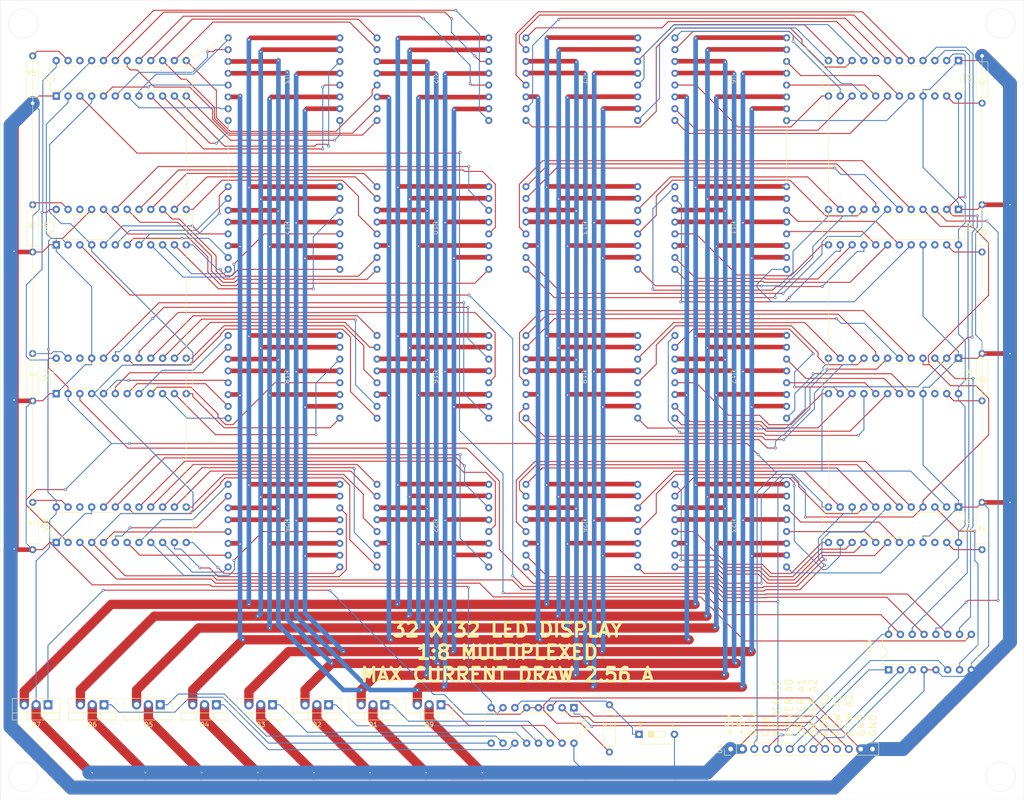
<source format=kicad_pcb>
(kicad_pcb (version 20240108) (generator "pcbnew") (generator_version "8.0")
  (layers (0 "F.Cu" signal) (31 "B.Cu" signal) (34 "B.Paste" user) (35 "F.Paste" user) (36 "B.SilkS" user "B.Silkscreen") (37 "F.SilkS" user "F.Silkscreen") (38 "B.Mask" user) (39 "F.Mask" user) (44 "Edge.Cuts" user))
  (net 0 "")
  (net 1 "Net-(U1-Driver_A0)")
  (net 2 "Net-(U1-Driver_A1)")
  (net 3 "Net-(U1-Row_A2)")
  (net 4 "Net-(U1-Row_A1)")
  (net 5 "Net-(U1-Data)")
  (net 6 "Net-(U1-CLK)")
  (net 7 "Net-(U1-Row_A0)")
  (net 8 "Net-(U1-Driver_A2)")
  (net 9 "Net-(Q1-S)")
  (net 10 "Net-(U1-Driver_LE)")
  (net 11 "Net-(Q1-D)")
  (net 12 "Net-(Q1-G)")
  (net 13 "Net-(Q2-G)")
  (net 14 "Net-(U4-SET)")
  (net 16 "Net-(Q2-S)")
  (net 17 "Net-(Q3-S)")
  (net 18 "Net-(Q3-G)")
  (net 19 "Net-(Q4-G)")
  (net 20 "Net-(Q4-S)")
  (net 21 "Net-(Q5-G)")
  (net 22 "Net-(Q5-S)")
  (net 23 "Net-(Q6-S)")
  (net 24 "Net-(Q6-G)")
  (net 25 "Net-(Q7-G)")
  (net 26 "Net-(U24-Y0)")
  (net 27 "Net-(U24-Y1)")
  (net 28 "Net-(U8-SET)")
  (net 30 "Net-(U24-Y2)")
  (net 31 "Net-(Q7-S)")
  (net 32 "Net-(Q9-G)")
  (net 33 "Net-(Q9-S)")
  (net 34 "Net-(U33-E1)")
  (net 35 "Net-(U14-GND)")
  (net 36 "Net-(U5-SET)")
  (net 37 "Net-(U9-SET)")
  (net 38 "Net-(U14-SET)")
  (net 39 "Net-(U15-SET)")
  (net 40 "Net-(U20-SET)")
  (net 41 "Net-(U21-SET)")
  (net 42 "Net-(U2-R5)")
  (net 43 "Net-(U2-R6)")
  (net 44 "Net-(U2-R1)")
  (net 45 "Net-(U2-R3)")
  (net 46 "Net-(U2-R4)")
  (net 47 "Net-(U2-R0)")
  (net 48 "Net-(U2-R7)")
  (net 49 "Net-(U2-R2)")
  (net 50 "Net-(U3-R7)")
  (net 51 "Net-(U3-R4)")
  (net 52 "Net-(U3-R6)")
  (net 53 "Net-(U3-R0)")
  (net 54 "Net-(U3-R5)")
  (net 55 "Net-(U3-R1)")
  (net 56 "Net-(U3-R2)")
  (net 57 "Net-(U3-R3)")
  (net 58 "Net-(U5-O9)")
  (net 60 "Net-(U5-O7)")
  (net 61 "Net-(U5-O1)")
  (net 62 "Net-(U5-O13)")
  (net 63 "Net-(U5-O12)")
  (net 64 "Net-(U5-O14)")
  (net 65 "Net-(U5-O0)")
  (net 66 "Net-(U5-O3)")
  (net 67 "Net-(U5-O6)")
  (net 68 "Net-(U5-O11)")
  (net 69 "Net-(U5-O15)")
  (net 70 "Net-(U5-O10)")
  (net 71 "Net-(U5-O2)")
  (net 72 "Net-(U5-O4)")
  (net 73 "Net-(U5-O8)")
  (net 74 "Net-(U5-O5)")
  (net 75 "Net-(U12-R5)")
  (net 76 "Net-(U10-R0)")
  (net 77 "Net-(U10-R2)")
  (net 78 "Net-(U12-R2)")
  (net 79 "Net-(U12-R7)")
  (net 80 "Net-(U12-R1)")
  (net 81 "Net-(U10-R4)")
  (net 82 "Net-(U12-R3)")
  (net 83 "Net-(U10-R1)")
  (net 84 "Net-(U10-R6)")
  (net 85 "Net-(U12-R0)")
  (net 86 "Net-(U10-R7)")
  (net 87 "Net-(U10-R5)")
  (net 88 "Net-(U12-R4)")
  (net 89 "Net-(U12-R6)")
  (net 90 "Net-(U10-R3)")
  (net 91 "Net-(U11-R6)")
  (net 92 "Net-(U11-R2)")
  (net 93 "Net-(U24-Y3)")
  (net 94 "Net-(U11-R0)")
  (net 95 "Net-(U13-R5)")
  (net 96 "Net-(U13-R3)")
  (net 97 "Net-(U13-R4)")
  (net 98 "Net-(U11-R1)")
  (net 99 "Net-(U13-R2)")
  (net 100 "Net-(U11-R3)")
  (net 101 "Net-(U13-R6)")
  (net 103 "Net-(U11-R5)")
  (net 104 "Net-(U11-R4)")
  (net 105 "Net-(U13-R7)")
  (net 106 "Net-(U11-R7)")
  (net 107 "Net-(U13-R1)")
  (net 108 "Net-(U13-R0)")
  (net 109 "Net-(U14-O8)")
  (net 110 "Net-(U14-O15)")
  (net 111 "Net-(U14-O5)")
  (net 112 "Net-(U14-O7)")
  (net 113 "Net-(U14-O11)")
  (net 114 "Net-(U14-O10)")
  (net 115 "Net-(U14-CLK)")
  (net 116 "Net-(U14-O14)")
  (net 117 "Net-(U14-O3)")
  (net 118 "Net-(U14-O1)")
  (net 119 "Net-(U14-O2)")
  (net 121 "Net-(U14-O0)")
  (net 122 "Net-(U14-O6)")
  (net 123 "Net-(U14-O13)")
  (net 124 "Net-(U14-O9)")
  (net 125 "Net-(U14-O12)")
  (net 126 "Net-(U14-O4)")
  (net 127 "Net-(U15-CLK)")
  (net 128 "Net-(U15-O14)")
  (net 129 "Net-(U15-O2)")
  (net 130 "Net-(U15-O10)")
  (net 131 "Net-(U15-O3)")
  (net 133 "Net-(U15-O15)")
  (net 134 "Net-(U15-O4)")
  (net 135 "Net-(U15-O6)")
  (net 136 "Net-(U15-O7)")
  (net 137 "Net-(U15-O12)")
  (net 138 "Net-(U15-O1)")
  (net 139 "Net-(U15-O8)")
  (net 140 "Net-(U15-O0)")
  (net 141 "Net-(U15-O5)")
  (net 142 "Net-(U15-O9)")
  (net 143 "Net-(U15-O13)")
  (net 144 "Net-(U15-O11)")
  (net 145 "Net-(U20-O15)")
  (net 146 "Net-(U20-O13)")
  (net 147 "Net-(U20-O6)")
  (net 148 "Net-(U20-O12)")
  (net 149 "Net-(U20-O9)")
  (net 150 "Net-(U20-O3)")
  (net 151 "Net-(U20-O11)")
  (net 152 "Net-(U20-CLK)")
  (net 153 "Net-(U20-O7)")
  (net 154 "Net-(U20-O10)")
  (net 155 "Net-(U20-O8)")
  (net 156 "Net-(U20-O5)")
  (net 157 "Net-(U20-O14)")
  (net 158 "Net-(U20-O4)")
  (net 160 "Net-(U20-O2)")
  (net 161 "Net-(U20-O0)")
  (net 162 "Net-(U20-O1)")
  (net 163 "Net-(U21-O11)")
  (net 164 "Net-(U21-O13)")
  (net 165 "Net-(U21-O2)")
  (net 167 "Net-(U21-O1)")
  (net 168 "Net-(U21-O9)")
  (net 169 "Net-(U21-O6)")
  (net 170 "Net-(U21-O12)")
  (net 171 "Net-(U21-O10)")
  (net 172 "Net-(U21-O3)")
  (net 173 "Net-(U21-CLK)")
  (net 174 "Net-(U21-O8)")
  (net 175 "Net-(U21-O15)")
  (net 176 "Net-(U21-O14)")
  (net 177 "Net-(U21-O0)")
  (net 178 "Net-(U21-O7)")
  (net 179 "Net-(U21-O4)")
  (net 180 "Net-(U21-O5)")
  (footprint "Package_TO_SOT_THT:TO-220-3_Vertical" (layer "F.Cu") (at 506.73 272.51 180)
    (property "Reference" "Q9")
    (property "Value" "IRF540N")
  )
  (footprint "custom_footprint_library:0.4_pitch_resistor" (layer "F.Cu") (at 623 234.08 180)
    (property "Reference" "R8")
    (property "Value" "R")
  )
  (footprint "Package_TO_SOT_THT:TO-220-3_Vertical" (layer "F.Cu") (at 446.405 272.51 180)
    (property "Reference" "Q5")
    (property "Value" "IRF540N")
  )
  (footprint "custom_footprint_library:8_x_8_led_matrix_KWM-30881CVB" (layer "F.Cu") (at 569 170 -90)
    (property "Reference" "U11")
    (property "Value" "~")
  )
  (footprint "Package_DIP:DIP-24_W7.62mm" (layer "F.Cu") (at 617.94 134 -90)
    (property "Reference" "U5")
    (property "Value" "~")
  )
  (footprint "Package_DIP:DIP-24_W7.62mm" (layer "F.Cu") (at 424.06 237.62 90)
    (property "Reference" "U20")
    (property "Value" "~")
  )
  (footprint "custom_footprint_library:0.4_pitch_resistor" (layer "F.Cu") (at 623 170.08 180)
    (property "Reference" "R3")
    (property "Value" "R")
  )
  (footprint "custom_footprint_library:8_x_8_led_matrix_KWM-30881CVB" (layer "F.Cu") (at 537 202 -90)
    (property "Reference" "U19")
    (property "Value" "~")
  )
  (footprint "custom_footprint_library:0.4_pitch_resistor" (layer "F.Cu") (at 419 138.08)
    (property "Reference" "R5")
    (property "Value" "R")
  )
  (footprint "Button_Switch_THT:SW_DIP_SPSTx01_Slide_6.7x4.1mm_W7.62mm_P2.54mm_LowProfile" (layer "F.Cu") (at 549.285 278.86)
    (property "Reference" "SW1" (hide yes))
    (property "Value" "SW_DIP_x01")
  )
  (footprint "Package_TO_SOT_THT:TO-220-3_Vertical" (layer "F.Cu") (at 434.34 272.51 180)
    (property "Reference" "Q6")
    (property "Value" "IRF540N")
  )
  (footprint "Package_DIP:DIP-24_W7.62mm" (layer "F.Cu") (at 424.06 141.62 90)
    (property "Reference" "U4")
    (property "Value" "~")
  )
  (footprint "custom_footprint_library:8_x_8_led_matrix_KWM-30881CVB" (layer "F.Cu") (at 537 138 -90)
    (property "Reference" "U7")
    (property "Value" "~")
  )
  (footprint "Package_DIP:DIP-24_W7.62mm" (layer "F.Cu") (at 617.94 166 -90)
    (property "Reference" "U9")
    (property "Value" "~")
  )
  (footprint "custom_footprint_library:8_x_8_led_matrix_KWM-30881CVB" (layer "F.Cu") (at 505 138 -90)
    (property "Reference" "U2")
    (property "Value" "~")
  )
  (footprint "custom_footprint_library:8_x_8_led_matrix_KWM-30881CVB" (layer "F.Cu") (at 537 234 -90)
    (property "Reference" "U26")
    (property "Value" "~")
  )
  (footprint "Package_DIP:DIP-16_W7.62mm" (layer "F.Cu") (at 535.305 273.145 -90)
    (property "Reference" "U33")
    (property "Value" "~")
  )
  (footprint "custom_footprint_library:0.4_pitch_resistor" (layer "F.Cu") (at 542.925 277.59)
    (property "Reference" "R20")
    (property "Value" "R")
  )
  (footprint "Package_DIP:DIP-24_W7.62mm" (layer "F.Cu") (at 424.06 205.62 90)
    (property "Reference" "U14")
    (property "Value" "~")
  )
  (footprint "Package_DIP:DIP-24_W7.62mm" (layer "F.Cu") (at 617.94 198 -90)
    (property "Reference" "U15")
    (property "Value" "~")
  )
  (footprint "Package_DIP:DIP-24_W7.62mm" (layer "F.Cu") (at 424.06 173.62 90)
    (property "Reference" "U8")
    (property "Value" "~")
  )
  (footprint "custom_footprint_library:0.4_pitch_resistor" (layer "F.Cu") (at 623 202.08 180)
    (property "Reference" "R6")
    (property "Value" "R")
  )
  (footprint "custom_footprint_library:8_x_8_led_matrix_KWM-30881CVB" (layer "F.Cu") (at 569 138 -90)
    (property "Reference" "U6")
    (property "Value" "~")
  )
  (footprint "Connector_PinHeader_2.54mm:PinHeader_1x13_P2.54mm_Vertical" (layer "F.Cu") (at 568.975 282.035 90)
    (property "Reference" "U1")
    (property "Value" "~")
  )
  (footprint "custom_footprint_library:8_x_8_led_matrix_KWM-30881CVB" (layer "F.Cu") (at 473 234 -90)
    (property "Reference" "U25")
    (property "Value" "~")
  )
  (footprint "custom_footprint_library:8_x_8_led_matrix_KWM-30881CVB" (layer "F.Cu") (at 505 234 -90)
    (property "Reference" "U22")
    (property "Value" "~")
  )
  (footprint "custom_footprint_library:0.4_pitch_resistor" (layer "F.Cu") (at 419 202.08)
    (property "Reference" "R4")
    (property "Value" "R")
  )
  (footprint "custom_footprint_library:8_x_8_led_matrix_KWM-30881CVB" (layer "F.Cu") (at 537 170 -90)
    (property "Reference" "U13")
    (property "Value" "~")
  )
  (footprint "custom_footprint_library:8_x_8_led_matrix_KWM-30881CVB" (layer "F.Cu") (at 569 202 -90)
    (property "Reference" "U17")
    (property "Value" "~")
  )
  (footprint "custom_footprint_library:8_x_8_led_matrix_KWM-30881CVB" (layer "F.Cu") (at 473 202 -90)
    (property "Reference" "U18")
    (property "Value" "~")
  )
  (footprint "Package_TO_SOT_THT:TO-220-3_Vertical" (layer "F.Cu") (at 470.535 272.51 180)
    (property "Reference" "Q3")
    (property "Value" "IRF540N")
  )
  (footprint "custom_footprint_library:0.4_pitch_resistor" (layer "F.Cu") (at 419 170.08)
    (property "Reference" "R2")
    (property "Value" "R")
  )
  (footprint "Package_DIP:DIP-24_W7.62mm" (layer "F.Cu") (at 617.94 230 -90)
    (property "Reference" "U21")
    (property "Value" "~")
  )
  (footprint "custom_footprint_library:8_x_8_led_matrix_KWM-30881CVB" (layer "F.Cu") (at 569 234 -90)
    (property "Reference" "U23")
    (property "Value" "~")
  )
  (footprint "custom_footprint_library:8_x_8_led_matrix_KWM-30881CVB" (layer "F.Cu") (at 473 170 -90)
    (property "Reference" "U12")
    (property "Value" "~")
  )
  (footprint "Package_TO_SOT_THT:TO-220-3_Vertical" (layer "F.Cu") (at 494.665 272.51 180)
    (property "Reference" "Q1")
    (property "Value" "IRF540N")
  )
  (footprint "Package_TO_SOT_THT:TO-220-3_Vertical" (layer "F.Cu") (at 482.6 272.51 180)
    (property "Reference" "Q2")
    (property "Value" "IRF540N")
  )
  (footprint "custom_footprint_library:8_x_8_led_matrix_KWM-30881CVB" (layer "F.Cu") (at 473 138 -90)
    (property "Reference" "U3")
    (property "Value" "~")
  )
  (footprint "Package_TO_SOT_THT:TO-220-3_Vertical" (layer "F.Cu") (at 422.275 272.51 180)
    (property "Reference" "Q7")
    (property "Value" "IRF540N")
  )
  (footprint "custom_footprint_library:0.4_pitch_resistor" (layer "F.Cu") (at 419 234.08)
    (property "Reference" "R7")
    (property "Value" "R")
  )
  (footprint "custom_footprint_library:8_x_8_led_matrix_KWM-30881CVB" (layer "F.Cu") (at 505 202 -90)
    (property "Reference" "U16")
    (property "Value" "~")
  )
  (footprint "Package_DIP:DIP-16_W7.62mm" (layer "F.Cu") (at 602.92 265 90)
    (property "Reference" "U24")
    (property "Value" "~")
  )
  (footprint "custom_footprint_library:0.4_pitch_resistor" (layer "F.Cu") (at 623 138.08 180)
    (property "Reference" "R1")
    (property "Value" "R")
  )
  (footprint "Package_TO_SOT_THT:TO-220-3_Vertical" (layer "F.Cu") (at 458.47 272.51 180)
    (property "Reference" "Q4")
    (property "Value" "IRF540N")
  )
  (footprint "custom_footprint_library:8_x_8_led_matrix_KWM-30881CVB" (layer "F.Cu") (at 505 170 -90)
    (property "Reference" "U10")
    (property "Value" "~")
  )
  (gr_line (start 452 198) (end 452 230) (stroke (width 0.1)) (layer "F.SilkS"))
  (gr_line (start 420 165) (end 418 165) (stroke (width 0.1)) (layer "F.SilkS"))
  (gr_line (start 462 161) (end 460 161) (stroke (width 0.1)) (layer "F.SilkS"))
  (gr_line (start 461 129) (end 461 161) (stroke (width 0.1)) (layer "F.SilkS"))
  (gr_line (start 453 230) (end 451 230) (stroke (width 0.1)) (layer "F.SilkS"))
  (gr_line (start 590 134) (end 590 166) (stroke (width 0.1)) (layer "F.SilkS"))
  (gr_line (start 623 133) (end 623 165) (stroke (width 0.1)) (layer "F.SilkS"))
  (gr_line (start 581 129) (end 581 161) (stroke (width 0.1)) (layer "F.SilkS"))
  (gr_line (start 622 165) (end 624 165) (stroke (width 0.1)) (layer "F.SilkS"))
  (gr_line (start 590 198) (end 590 230) (stroke (width 0.1)) (layer "F.SilkS"))
  (gr_line (start 580 161) (end 582 161) (stroke (width 0.1)) (layer "F.SilkS"))
  (gr_line (start 419 165) (end 419 197) (stroke (width 0.1)) (layer "F.SilkS"))
  (gr_line (start 452 134) (end 452 166) (stroke (width 0.1)) (layer "F.SilkS"))
  (gr_line (start 419 197) (end 419 229) (stroke (width 0.1)) (layer "F.SilkS"))
  (gr_line (start 623 165) (end 623 197) (stroke (width 0.1)) (layer "F.SilkS"))
  (gr_line (start 420 197) (end 418 197) (stroke (width 0.1)) (layer "F.SilkS"))
  (gr_line (start 589 230) (end 591 230) (stroke (width 0.1)) (layer "F.SilkS"))
  (gr_line (start 590 166) (end 590 198) (stroke (width 0.1)) (layer "F.SilkS"))
  (gr_line (start 453 198) (end 451 198) (stroke (width 0.1)) (layer "F.SilkS"))
  (gr_line (start 589 198) (end 591 198) (stroke (width 0.1)) (layer "F.SilkS"))
  (gr_line (start 622 197) (end 624 197) (stroke (width 0.1)) (layer "F.SilkS"))
  (gr_line (start 452 166) (end 452 198) (stroke (width 0.1)) (layer "F.SilkS"))
  (gr_line (start 623 197) (end 623 229) (stroke (width 0.1)) (layer "F.SilkS"))
  (gr_line (start 453 166) (end 451 166) (stroke (width 0.1)) (layer "F.SilkS"))
  (gr_line (start 581 129) (end 590 134) (stroke (width 0.1)) (layer "F.SilkS"))
  (gr_line (start 461 129) (end 452 134) (stroke (width 0.1)) (layer "F.SilkS"))
  (gr_line (start 420 229) (end 418 229) (stroke (width 0.1)) (layer "F.SilkS"))
  (gr_line (start 419 133) (end 419 165) (stroke (width 0.1)) (layer "F.SilkS"))
  (gr_line (start 589 166) (end 591 166) (stroke (width 0.1)) (layer "F.SilkS"))
  (gr_line (start 622 229) (end 624 229) (stroke (width 0.1)) (layer "F.SilkS"))
  (gr_circle (center 627 288) (end 630.175 288) (stroke (width 0.05)) (fill none) (layer "Edge.Cuts"))
  (gr_circle (center 627 126) (end 630.175 126) (stroke (width 0.05)) (fill none) (layer "Edge.Cuts"))
  (gr_circle (center 417 288) (end 420.175 288) (stroke (width 0.05)) (fill none) (layer "Edge.Cuts"))
  (gr_circle (center 417 126) (end 420.175 126) (stroke (width 0.05)) (fill none) (layer "Edge.Cuts"))
  (gr_rect (start 412 121) (end 632 293) (stroke (width 0.05)) (fill none) (layer "Edge.Cuts"))
  (gr_text "32 X 32 LED DISPLAY\n1:8 MULTIPLEXED\nMAX CURRENT DRAW 2.56 A" (at 521 261.25 0) (layer "F.SilkS") (effects (font (size 3 3) (thickness 0.6) (bold yes))))
  (gr_text "+5V\n+5V\nDATA\nCLK\nDRIVER LE\nDRIVER A0\nDRIVER A1\nDRIVER A2\nROW A0\nROW A1\nROW A2\nGND\nGND" (at 567.75 279.5 90) (layer "F.SilkS") (effects (font (size 1.6 1.6) (thickness 0.16)) (justify left top)))
  (segment (start 581.675 282.035) (end 598.71 265) (width 0.2) (layer "B.Cu") (net 1))
  (segment (start 598.71 265) (end 602.92 265) (width 0.2) (layer "B.Cu") (net 1))
  (segment (start 592.542 277.918) (end 588.332 277.918) (width 0.2) (layer "B.Cu") (net 2))
  (segment (start 605.46 265) (end 592.542 277.918) (width 0.2) (layer "B.Cu") (net 2))
  (segment (start 588.332 277.918) (end 584.215 282.035) (width 0.2) (layer "B.Cu") (net 2))
  (segment (start 531.6267 271.7433) (end 530.225 273.145) (width 0.2) (layer "F.Cu") (net 3))
  (segment (start 539.5595 274.9466) (end 536.3562 271.7433) (width 0.2) (layer "F.Cu") (net 3))
  (segment (start 587.2866 274.9466) (end 539.5595 274.9466) (width 0.2) (layer "F.Cu") (net 3))
  (segment (start 536.3562 271.7433) (end 531.6267 271.7433) (width 0.2) (layer "F.Cu") (net 3))
  (segment (start 594.375 282.035) (end 587.2866 274.9466) (width 0.2) (layer "F.Cu") (net 3))
  (segment (start 534.6668 275.0468) (end 532.765 273.145) (width 0.2) (layer "F.Cu") (net 4))
  (segment (start 591.835 282.035) (end 586.1044 276.3044) (width 0.2) (layer "F.Cu") (net 4))
  (segment (start 539.574 276.3044) (end 538.3164 275.0468) (width 0.2) (layer "F.Cu") (net 4))
  (segment (start 538.3164 275.0468) (end 534.6668 275.0468) (width 0.2) (layer "F.Cu") (net 4))
  (segment (start 586.1044 276.3044) (end 539.574 276.3044) (width 0.2) (layer "F.Cu") (net 4))
  (segment (start 417.6162 229.5447) (end 421.2938 233.2223) (width 0.2) (layer "F.Cu") (net 5))
  (segment (start 426.6 204.2183) (end 422.3994 200.0177) (width 0.2) (layer "F.Cu") (net 5))
  (segment (start 421.2938 233.2223) (end 422.2023 233.2223) (width 0.2) (layer "F.Cu") (net 5))
  (segment (start 618.0422 163.3578) (end 616.145 165.255) (width 0.2) (layer "F.Cu") (net 5))
  (segment (start 572.4834 216.3369) (end 439.7999 216.3369) (width 0.2) (layer "F.Cu") (net 5))
  (segment (start 422.2023 233.2223) (end 426.6 237.62) (width 0.2) (layer "F.Cu") (net 5))
  (segment (start 426.6 205.62) (end 426.6 204.2183) (width 0.2) (layer "F.Cu") (net 5))
  (segment (start 619.3661 163.3578) (end 618.0422 163.3578) (width 0.2) (layer "F.Cu") (net 5))
  (segment (start 422.3994 200.0177) (end 422.3994 196.076) (width 0.2) (layer "F.Cu") (net 5))
  (segment (start 615.4 166) (end 616.145 166) (width 0.2) (layer "F.Cu") (net 5))
  (segment (start 619.9155 193.4845) (end 615.4 198) (width 0.2) (layer "F.Cu") (net 5))
  (segment (start 616.145 166.7298) (end 616.8169 167.4017) (width 0.2) (layer "F.Cu") (net 5))
  (segment (start 620.8833 193.4845) (end 619.9155 193.4845) (width 0.2) (layer "F.Cu") (net 5))
  (segment (start 616.145 166) (end 616.145 166.7298) (width 0.2) (layer "F.Cu") (net 5))
  (segment (start 419.7939 226.2414) (end 417.6162 228.4191) (width 0.2) (layer "F.Cu") (net 5))
  (segment (start 619.3661 163.3577) (end 619.3661 163.3578) (width 0.2) (layer "F.Cu") (net 5))
  (segment (start 616.145 165.255) (end 616.145 166) (width 0.2) (layer "F.Cu") (net 5))
  (segment (start 426.0136 226.2414) (end 419.7939 226.2414) (width 0.2) (layer "F.Cu") (net 5))
  (segment (start 417.6162 228.4191) (end 417.6162 229.5447) (width 0.2) (layer "F.Cu") (net 5))
  (segment (start 574.8759 218.7294) (end 572.4834 216.3369) (width 0.2) (layer "F.Cu") (net 5))
  (segment (start 616.8169 167.4017) (end 621.992 167.4017) (width 0.2) (layer "F.Cu") (net 5))
  (via (at 426.0136 226.2414) (size 0.6) (drill 0.3) (layers "F.Cu" "B.Cu") (net 5))
  (via (at 621.992 167.4017) (size 0.6) (drill 0.3) (layers "F.Cu" "B.Cu") (net 5))
  (via (at 619.3661 163.3577) (size 0.6) (drill 0.3) (layers "F.Cu" "B.Cu") (net 5))
  (via (at 620.8833 193.4845) (size 0.6) (drill 0.3) (layers "F.Cu" "B.Cu") (net 5))
  (via (at 422.3994 196.076) (size 0.6) (drill 0.3) (layers "F.Cu" "B.Cu") (net 5))
  (via (at 439.7999 216.3369) (size 0.6) (drill 0.3) (layers "F.Cu" "B.Cu") (net 5))
  (via (at 574.8759 218.7294) (size 0.6) (drill 0.3) (layers "F.Cu" "B.Cu") (net 5))
  (segment (start 579.1075 222.2628) (end 578.7584 222.6119) (width 0.2) (layer "B.Cu") (net 5))
  (segment (start 422.9742 172.2183) (end 422.3994 172.7931) (width 0.2) (layer "B.Cu") (net 5))
  (segment (start 589.4268 204.1415) (end 609.2585 204.1415) (width 0.2) (layer "B.Cu") (net 5))
  (segment (start 421.936 147.6857) (end 426.6 143.0217) (width 0.2) (layer "B.Cu") (net 5))
  (segment (start 588.5983 204.97) (end 589.4268 204.1415) (width 0.2) (layer "B.Cu") (net 5))
  (segment (start 578.7584 222.6119) (end 574.8759 218.7294) (width 0.2) (layer "B.Cu") (net 5))
  (segment (start 609.2585 204.1415) (end 615.4 198) (width 0.2) (layer "B.Cu") (net 5))
  (segment (start 439.7999 216.3369) (end 435.9181 216.3369) (width 0.2) (layer "B.Cu") (net 5))
  (segment (start 574.6566 279.9817) (end 574.055 280.5833) (width 0.2) (layer "B.Cu") (net 5))
  (segment (start 435.9181 216.3369) (end 435.9167 216.3383) (width 0.2) (layer "B.Cu") (net 5))
  (segment (start 615.4 230) (end 607.6628 222.2628) (width 0.2) (layer "B.Cu") (net 5))
  (segment (start 435.9167 216.3383) (end 426.0136 226.2414) (width 0.2) (layer "B.Cu") (net 5))
  (segment (start 425.1983 172.2183) (end 422.9742 172.2183) (width 0.2) (layer "B.Cu") (net 5))
  (segment (start 578.7584 222.6119) (end 574.6566 226.7137) (width 0.2) (layer "B.Cu") (net 5))
  (segment (start 616.8124 132.5876) (end 615.4 134) (width 0.2) (layer "B.Cu") (net 5))
  (segment (start 621.992 169.8277) (end 621.992 167.4017) (width 0.2) (layer "B.Cu") (net 5))
  (segment (start 620.8833 193.4845) (end 620.8833 170.9364) (width 0.2) (layer "B.Cu") (net 5))
  (segment (start 426.6 173.62) (end 425.1983 172.2183) (width 0.2) (layer "B.Cu") (net 5))
  (segment (start 422.3994 172.7931) (end 422.3994 196.076) (width 0.2) (layer "B.Cu") (net 5))
  (segment (start 574.6566 226.7137) (end 574.6566 279.9817) (width 0.2) (layer "B.Cu") (net 5))
  (segment (start 426.6 207.0217) (end 435.9167 216.3383) (width 0.2) (layer "B.Cu") (net 5))
  (segment (start 574.055 282.035) (end 574.055 280.5833) (width 0.2) (layer "B.Cu") (net 5))
  (segment (start 422.9742 172.2183) (end 421.936 171.1801) (width 0.2) (layer "B.Cu") (net 5))
  (segment (start 619.3661 163.3577) (end 619.3661 132.9526) (width 0.2) (layer "B.Cu") (net 5))
  (segment (start 588.5983 222.2628) (end 579.1075 222.2628) (width 0.2) (layer "B.Cu") (net 5))
  (segment (start 421.936 171.1801) (end 421.936 147.6857) (width 0.2) (layer "B.Cu") (net 5))
  (segment (start 426.6 141.62) (end 426.6 143.0217) (width 0.2) (layer "B.Cu") (net 5))
  (segment (start 619.3661 132.9526) (end 619.0011 132.5876) (width 0.2) (layer "B.Cu") (net 5))
  (segment (start 588.5983 222.2628) (end 588.5983 204.97) (width 0.2) (layer "B.Cu") (net 5))
  (segment (start 620.8833 170.9364) (end 621.992 169.8277) (width 0.2) (layer "B.Cu") (net 5))
  (segment (start 607.6628 222.2628) (end 588.5983 222.2628) (width 0.2) (layer "B.Cu") (net 5))
  (segment (start 426.6 205.62) (end 426.6 207.0217) (width 0.2) (layer "B.Cu") (net 5))
  (segment (start 619.0011 132.5876) (end 616.8124 132.5876) (width 0.2) (layer "B.Cu") (net 5))
  (segment (start 579.63 279) (end 576.595 282.035) (width 0.2) (layer "F.Cu") (net 6))
  (segment (start 580 279) (end 579.63 279) (width 0.2) (layer "F.Cu") (net 6))
  (via (at 580 279) (size 0.6) (drill 0.3) (layers "F.Cu" "B.Cu") (net 6))
  (segment (start 615.62 265) (end 613.62 263) (width 0.2) (layer "B.Cu") (net 6))
  (segment (start 583 279) (end 580 279) (width 0.2) (layer "B.Cu") (net 6))
  (segment (start 599 263) (end 583 279) (width 0.2) (layer "B.Cu") (net 6))
  (segment (start 613.62 263) (end 599 263) (width 0.2) (layer "B.Cu") (net 6))
  (segment (start 589.295 282.035) (end 584.2661 277.0061) (width 0.2) (layer "F.Cu") (net 7))
  (segment (start 584.2661 277.0061) (end 539.3248 277.0061) (width 0.2) (layer "F.Cu") (net 7))
  (segment (start 539.3248 277.0061) (end 539.1474 277.1835) (width 0.2) (layer "F.Cu") (net 7))
  (via (at 539.1474 277.1835) (size 0.6) (drill 0.3) (layers "F.Cu" "B.Cu") (net 7))
  (segment (start 535.305 274.5467) (end 536.5106 274.5467) (width 0.2) (layer "B.Cu") (net 7))
  (segment (start 535.305 273.145) (end 535.305 274.5467) (width 0.2) (layer "B.Cu") (net 7))
  (segment (start 536.5106 274.5467) (end 539.1474 277.1835) (width 0.2) (layer "B.Cu") (net 7))
  (segment (start 608 265) (end 607.6476 265) (width 0.2) (layer "B.Cu") (net 8))
  (segment (start 589.2342 279.5558) (end 586.755 282.035) (width 0.2) (layer "B.Cu") (net 8))
  (segment (start 593.0918 279.5558) (end 589.2342 279.5558) (width 0.2) (layer "B.Cu") (net 8))
  (segment (start 607.6476 265) (end 593.0918 279.5558) (width 0.2) (layer "B.Cu") (net 8))
  (segment (start 461.01 198.18) (end 471.625 198.18) (width 1) (layer "F.Cu") (net 9))
  (segment (start 489.585 272.51) (end 489.585 269.335) (width 2) (layer "F.Cu") (net 9))
  (segment (start 471.625 166.19) (end 471.805 166.37) (width 1) (layer "F.Cu") (net 9))
  (segment (start 493 230.19) (end 493 230.14) (width 0.2) (layer "F.Cu") (net 9))
  (segment (start 557.05 198.14) (end 557 198.19) (width 0.2) (layer "F.Cu") (net 9))
  (segment (start 567.625 166.14) (end 567.805 166.32) (width 1) (layer "F.Cu") (net 9))
  (segment (start 567.625 198.14) (end 567.805 198.32) (width 1) (layer "F.Cu") (net 9))
  (segment (start 461.01 198.18) (end 461 198.19) (width 0.2) (layer "F.Cu") (net 9))
  (segment (start 557.05 230.14) (end 557 230.19) (width 0.2) (layer "F.Cu") (net 9))
  (segment (start 471.6 134.19) (end 471.805 133.985) (width 1) (layer "F.Cu") (net 9))
  (segment (start 557 230.14) (end 557.05 230.14) (width 1) (layer "F.Cu") (net 9))
  (segment (start 492.76 266.16) (end 503.555 266.16) (width 2) (layer "F.Cu") (net 9))
  (segment (start 525 166.14) (end 525.05 166.14) (width 1) (layer "F.Cu") (net 9))
  (segment (start 535.625 134.14) (end 535.805 134.32) (width 1) (layer "F.Cu") (net 9))
  (segment (start 471.625 198.18) (end 471.805 198.36) (width 1) (layer "F.Cu") (net 9))
  (segment (start 525.05 166.14) (end 535.625 166.14) (width 1) (layer "F.Cu") (net 9))
  (segment (start 503.625 230.14) (end 503.805 230.32) (width 1) (layer "F.Cu") (net 9))
  (segment (start 567.56 266.16) (end 567.69 266.16) (width 2) (layer "F.Cu") (net 9))
  (segment (start 535.625 230.14) (end 535.805 230.32) (width 1) (layer "F.Cu") (net 9))
  (segment (start 535.6 266.16) (end 567.56 266.16) (width 2) (layer "F.Cu") (net 9))
  (segment (start 557 166.14) (end 557.05 166.14) (width 1) (layer "F.Cu") (net 9))
  (segment (start 525.05 230.14) (end 535.625 230.14) (width 1) (layer "F.Cu") (net 9))
  (segment (start 535.625 166.14) (end 535.805 166.32) (width 1) (layer "F.Cu") (net 9))
  (segment (start 525.05 166.14) (end 525 166.19) (width 0.2) (layer "F.Cu") (net 9))
  (segment (start 525 230.14) (end 525.05 230.14) (width 1) (layer "F.Cu") (net 9))
  (segment (start 557 134.14) (end 557.05 134.14) (width 1) (layer "F.Cu") (net 9))
  (segment (start 461.01 230.18) (end 471.625 230.18) (width 1) (layer "F.Cu") (net 9))
  (segment (start 557.05 230.14) (end 567.625 230.14) (width 1) (layer "F.Cu") (net 9))
  (segment (start 525.05 134.14) (end 535.625 134.14) (width 1) (layer "F.Cu") (net 9))
  (segment (start 493 230.14) (end 503.625 230.14) (width 1) (layer "F.Cu") (net 9))
  (segment (start 493 134.24) (end 503.625 134.24) (width 1) (layer "F.Cu") (net 9))
  (segment (start 461 230.18) (end 461.01 230.18) (width 1) (layer "F.Cu") (net 9))
  (segment (start 557.05 166.14) (end 567.625 166.14) (width 1) (layer "F.Cu") (net 9))
  (segment (start 557.05 134.14) (end 557 134.19) (width 0.2) (layer "F.Cu") (net 9))
  (segment (start 557 198.14) (end 557.05 198.14) (width 1) (layer "F.Cu") (net 9))
  (segment (start 503.555 266.16) (end 535.6 266.16) (width 2) (layer "F.Cu") (net 9))
  (segment (start 493 198.14) (end 503.625 198.14) (width 1) (layer "F.Cu") (net 9))
  (segment (start 461 166.19) (end 471.625 166.19) (width 1) (layer "F.Cu") (net 9))
  (segment (start 567.625 230.14) (end 567.805 230.32) (width 1) (layer "F.Cu") (net 9))
  (segment (start 525.05 198.14) (end 525 198.19) (width 0.2) (layer "F.Cu") (net 9))
  (segment (start 493 166.14) (end 503.625 166.14) (width 1) (layer "F.Cu") (net 9))
  (segment (start 493 134.19) (end 493 134.24) (width 0.2) (layer "F.Cu") (net 9))
  (segment (start 557.05 198.14) (end 567.625 198.14) (width 1) (layer "F.Cu") (net 9))
  (segment (start 525.05 198.14) (end 535.625 198.14) (width 1) (layer "F.Cu") (net 9))
  (segment (start 503.625 166.14) (end 503.805 166.32) (width 1) (layer "F.Cu") (net 9))
  (segment (start 489.585 269.335) (end 492.76 266.16) (width 2) (layer "F.Cu") (net 9))
  (segment (start 461 134.19) (end 471.6 134.19) (width 1) (layer "F.Cu") (net 9))
  (segment (start 557.05 134.14) (end 567.625 134.14) (width 1) (layer "F.Cu") (net 9))
  (segment (start 471.625 230.18) (end 471.805 230.36) (width 1) (layer "F.Cu") (net 9))
  (segment (start 503.625 198.14) (end 503.805 198.32) (width 1) (layer "F.Cu") (net 9))
  (segment (start 493 166.19) (end 493 166.14) (width 0.2) (layer "F.Cu") (net 9))
  (segment (start 461 198.18) (end 461.01 198.18) (width 1) (layer "F.Cu") (net 9))
  (segment (start 535.6 266.12) (end 535.6 266.16) (width 0.2) (layer "F.Cu") (net 9))
  (segment (start 461.01 230.18) (end 461 230.19) (width 0.2) (layer "F.Cu") (net 9))
  (segment (start 525 198.14) (end 525.05 198.14) (width 1) (layer "F.Cu") (net 9))
  (segment (start 525 134.14) (end 525.05 134.14) (width 1) (layer "F.Cu") (net 9))
  (segment (start 557.05 166.14) (end 557 166.19) (width 0.2) (layer "F.Cu") (net 9))
  (segment (start 567.56 266.08) (end 567.56 266.16) (width 0.2) (layer "F.Cu") (net 9))
  (segment (start 493 198.19) (end 493 198.14) (width 0.2) (layer "F.Cu") (net 9))
  (segment (start 525.05 134.14) (end 525 134.19) (width 0.2) (layer "F.Cu") (net 9))
  (segment (start 567.625 134.14) (end 567.805 134.32) (width 1) (layer "F.Cu") (net 9))
  (segment (start 503.625 134.24) (end 503.805 134.42) (width 1) (layer "F.Cu") (net 9))
  (segment (start 525.05 230.14) (end 525 230.19) (width 0.2) (layer "F.Cu") (net 9))
  (segment (start 535.625 198.14) (end 535.805 198.32) (width 1) (layer "F.Cu") (net 9))
  (via (at 503.805 134.42) (size 0.6) (drill 0.3) (layers "F.Cu" "B.Cu") (net 9))
  (via (at 471.805 133.985) (size 0.6) (drill 0.3) (layers "F.Cu" "B.Cu") (net 9))
  (via (at 567.56 266.08) (size 0.6) (drill 0.3) (layers "F.Cu" "B.Cu") (net 9))
  (via (at 503.805 230.32) (size 0.6) (drill 0.3) (layers "F.Cu" "B.Cu") (net 9))
  (via (at 503.555 266.16) (size 0.6) (drill 0.3) (layers "F.Cu" "B.Cu") (net 9))
  (via (at 503.805 198.32) (size 0.6) (drill 0.3) (layers "F.Cu" "B.Cu") (net 9))
  (via (at 567.805 230.32) (size 0.6) (drill 0.3) (layers "F.Cu" "B.Cu") (net 9))
  (via (at 471.805 198.36) (size 0.6) (drill 0.3) (layers "F.Cu" "B.Cu") (net 9))
  (via (at 535.805 230.32) (size 0.6) (drill 0.3) (layers "F.Cu" "B.Cu") (net 9))
  (via (at 567.805 166.32) (size 0.6) (drill 0.3) (layers "F.Cu" "B.Cu") (net 9))
  (via (at 535.805 198.32) (size 0.6) (drill 0.3) (layers "F.Cu" "B.Cu") (net 9))
  (via (at 535.805 166.32) (size 0.6) (drill 0.3) (layers "F.Cu" "B.Cu") (net 9))
  (via (at 503.805 166.32) (size 0.6) (drill 0.3) (layers "F.Cu" "B.Cu") (net 9))
  (via (at 535.6 266.12) (size 0.6) (drill 0.3) (layers "F.Cu" "B.Cu") (net 9))
  (via (at 567.805 134.32) (size 0.6) (drill 0.3) (layers "F.Cu" "B.Cu") (net 9))
  (via (at 535.805 134.32) (size 0.6) (drill 0.3) (layers "F.Cu" "B.Cu") (net 9))
  (via (at 471.805 230.36) (size 0.6) (drill 0.3) (layers "F.Cu" "B.Cu") (net 9))
  (via (at 489.585 269.335) (size 0.6) (drill 0.3) (layers "F.Cu" "B.Cu") (net 9))
  (via (at 567.805 198.32) (size 0.6) (drill 0.3) (layers "F.Cu" "B.Cu") (net 9))
  (via (at 471.805 166.37) (size 0.6) (drill 0.3) (layers "F.Cu" "B.Cu") (net 9))
  (segment (start 567.805 167.655) (end 567.805 166.32) (width 0.2) (layer "B.Cu") (net 9))
  (segment (start 567.81 232.9575) (end 567.81 200.085) (width 1) (layer "B.Cu") (net 9))
  (segment (start 503.805 265.91) (end 503.805 230.32) (width 1) (layer "B.Cu") (net 9))
  (segment (start 535.805 166.32) (end 535.85 166.32) (width 0.2) (layer "B.Cu") (net 9))
  (segment (start 567.805 135.23) (end 567.805 134.32) (width 0.2) (layer "B.Cu") (net 9))
  (segment (start 567.81 167.66) (end 567.805 167.655) (width 0.2) (layer "B.Cu") (net 9))
  (segment (start 489.585 269.335) (end 485.775 269.335) (width 1) (layer "B.Cu") (net 9))
  (segment (start 535.85 166.32) (end 535.85 134.38) (width 1) (layer "B.Cu") (net 9))
  (segment (start 567.81 200.085) (end 567.805 200.08) (width 0.2) (layer "B.Cu") (net 9))
  (segment (start 471.805 230.36) (end 471.805 198.36) (width 1) (layer "B.Cu") (net 9))
  (segment (start 567.805 232.9525) (end 567.805 230.32) (width 0.2) (layer "B.Cu") (net 9))
  (segment (start 567.81 200.085) (end 567.81 167.66) (width 1) (layer "B.Cu") (net 9))
  (segment (start 567.56 266.08) (end 567.81 265.83) (width 1) (layer "B.Cu") (net 9))
  (segment (start 567.81 135.235) (end 567.81 134.34) (width 1) (layer "B.Cu") (net 9))
  (segment (start 535.85 198.32) (end 535.85 166.32) (width 1) (layer "B.Cu") (net 9))
  (segment (start 567.81 232.9575) (end 567.805 232.9525) (width 0.2) (layer "B.Cu") (net 9))
  (segment (start 503.805 166.32) (end 503.805 134.42) (width 1) (layer "B.Cu") (net 9))
  (segment (start 535.85 265.87) (end 535.85 230.32) (width 1) (layer "B.Cu") (net 9))
  (segment (start 471.805 198.36) (end 471.805 166.37) (width 1) (layer "B.Cu") (net 9))
  (segment (start 503.805 230.32) (end 503.805 198.32) (width 1) (layer "B.Cu") (net 9))
  (segment (start 567.81 265.83) (end 567.81 232.9575) (width 1) (layer "B.Cu") (net 9))
  (segment (start 535.85 198.32) (end 535.805 198.32) (width 0.2) (layer "B.Cu") (net 9))
  (segment (start 471.805 255.365) (end 471.805 230.36) (width 1) (layer "B.Cu") (net 9))
  (segment (start 567.81 167.66) (end 567.81 135.235) (width 1) (layer "B.Cu") (net 9))
  (segment (start 471.805 166.37) (end 471.805 133.985) (width 1) (layer "B.Cu") (net 9))
  (segment (start 535.85 230.32) (end 535.85 198.32) (width 1) (layer "B.Cu") (net 9))
  (segment (start 535.805 230.32) (end 535.85 230.32) (width 0.2) (layer "B.Cu") (net 9))
  (segment (start 567.805 200.08) (end 567.805 198.32) (width 0.2) (layer "B.Cu") (net 9))
  (segment (start 535.6 266.12) (end 535.85 265.87) (width 1) (layer "B.Cu") (net 9))
  (segment (start 535.85 134.365) (end 535.85 134.38) (width 0.2) (layer "B.Cu") (net 9))
  (segment (start 567.81 135.235) (end 567.805 135.23) (width 0.2) (layer "B.Cu") (net 9))
  (segment (start 503.555 266.16) (end 503.805 265.91) (width 1) (layer "B.Cu") (net 9))
  (segment (start 535.805 134.32) (end 535.85 134.365) (width 0.2) (layer "B.Cu") (net 9))
  (segment (start 485.775 269.335) (end 471.805 255.365) (width 1) (layer "B.Cu") (net 9))
  (segment (start 503.805 198.32) (end 503.805 166.32) (width 1) (layer "B.Cu") (net 9))
  (segment (start 616.2367 203.9167) (end 611.59 199.27) (width 0.2) (layer "F.Cu") (net 10))
  (segment (start 624.3884 173.1664) (end 620.8833 169.6613) (width 0.2) (layer "F.Cu") (net 10))
  (segment (start 608.1839 232.1361) (end 610.32 230) (width 0.2) (layer "F.Cu") (net 10))
  (segment (start 610.32 228.5983) (end 624.4187 214.4996) (width 0.2) (layer "F.Cu") (net 10))
  (segment (start 567.0779 250.331) (end 564.5136 247.7667) (width 0.2) (layer "F.Cu") (net 10))
  (segment (start 611.4583 198.5806) (end 611.4583 197.4194) (width 0.2) (layer "F.Cu") (net 10))
  (segment (start 522.0418 245.6709) (end 458.5816 245.6709) (width 0.2) (layer "F.Cu") (net 10))
  (segment (start 613.9813 169.6613) (end 610.32 166) (width 0.2) (layer "F.Cu") (net 10))
  (segment (start 610.32 198) (end 610.32 199.4017) (width 0.2) (layer "F.Cu") (net 10))
  (segment (start 624.4187 206.642) (end 621.6934 203.9167) (width 0.2) (layer "F.Cu") (net 10))
  (segment (start 438.8396 244.7796) (end 431.68 237.62) (width 0.2) (layer "F.Cu") (net 10))
  (segment (start 611.4583 199.4017) (end 610.32 199.4017) (width 0.2) (layer "F.Cu") (net 10))
  (segment (start 611.4583 197.4194) (end 624.3884 184.4893) (width 0.2) (layer "F.Cu") (net 10))
  (segment (start 585.0401 232.1361) (end 608.1839 232.1361) (width 0.2) (layer "F.Cu") (net 10))
  (segment (start 610.32 230) (end 610.32 228.5983) (width 0.2) (layer "F.Cu") (net 10))
  (segment (start 524.1376 247.7667) (end 522.0418 245.6709) (width 0.2) (layer "F.Cu") (net 10))
  (segment (start 564.5136 247.7667) (end 524.1376 247.7667) (width 0.2) (layer "F.Cu") (net 10))
  (segment (start 624.4187 214.4996) (end 624.4187 206.642) (width 0.2) (layer "F.Cu") (net 10))
  (segment (start 620.8833 169.6613) (end 613.9813 169.6613) (width 0.2) (layer "F.Cu") (net 10))
  (segment (start 611.59 199.27) (end 611.4583 199.4017) (width 0.2) (layer "F.Cu") (net 10))
  (segment (start 457.6903 244.7796) (end 438.8396 244.7796) (width 0.2) (layer "F.Cu") (net 10))
  (segment (start 611.59 198.7123) (end 611.4583 198.5806) (width 0.2) (layer "F.Cu") (net 10))
  (segment (start 458.5816 245.6709) (end 457.6903 244.7796) (width 0.2) (layer "F.Cu") (net 10))
  (segment (start 624.3884 184.4893) (end 624.3884 173.1664) (width 0.2) (layer "F.Cu") (net 10))
  (segment (start 579.135 250.331) (end 567.0779 250.331) (width 0.2) (layer "F.Cu") (net 10))
  (segment (start 621.6934 203.9167) (end 616.2367 203.9167) (width 0.2) (layer "F.Cu") (net 10))
  (segment (start 611.59 199.27) (end 611.59 198.7123) (width 0.2) (layer "F.Cu") (net 10))
  (segment (start 620.8833 169.6613) (end 620.8833 169.6597) (width 0.2) (layer "F.Cu") (net 10))
  (via (at 620.8833 169.6597) (size 0.6) (drill 0.3) (layers "F.Cu" "B.Cu") (net 10))
  (via (at 579.135 250.331) (size 0.6) (drill 0.3) (layers "F.Cu" "B.Cu") (net 10))
  (via (at 585.0401 232.1361) (size 0.6) (drill 0.3) (layers "F.Cu" "B.Cu") (net 10))
  (segment (start 431.68 173.62) (end 431.68 175.0217) (width 0.2) (layer "B.Cu") (net 10))
  (segment (start 619.5302 131.1321) (end 621.0757 132.6776) (width 0.2) (layer "B.Cu") (net 10))
  (segment (start 610.32 134) (end 613.1879 131.1321) (width 0.2) (layer "B.Cu") (net 10))
  (segment (start 613.1879 131.1321) (end 619.5302 131.1321) (width 0.2) (layer "B.Cu") (net 10))
  (segment (start 585.0401 232.1361) (end 585.0401 226.4418) (width 0.2) (layer "B.Cu") (net 10))
  (segment (start 621.0757 169.4673) (end 620.8833 169.6597) (width 0.2) (layer "B.Cu") (net 10))
  (segment (start 453.4485 226.8609) (end 453.4485 230.6054) (width 0.2) (layer "B.Cu") (net 10))
  (segment (start 422.647 166.5702) (end 422.647 152.0547) (width 0.2) (layer "B.Cu") (net 10))
  (segment (start 453.4164 198.5951) (end 453.4164 196.7581) (width 0.2) (layer "B.Cu") (net 10))
  (segment (start 431.68 205.62) (end 431.714 205.586) (width 0.2) (layer "B.Cu") (net 10))
  (segment (start 431.68 173.62) (end 427.1211 169.0611) (width 0.2) (layer "B.Cu") (net 10))
  (segment (start 432.1737 205.586) (end 453.4485 226.8609) (width 0.2) (layer "B.Cu") (net 10))
  (segment (start 579.135 224.9944) (end 579.135 250.331) (width 0.2) (layer "B.Cu") (net 10))
  (segment (start 432.1737 205.586) (end 438.2609 199.4988) (width 0.2) (layer "B.Cu") (net 10))
  (segment (start 431.714 205.586) (end 432.1736 205.586) (width 0.2) (layer "B.Cu") (net 10))
  (segment (start 438.2609 199.4988) (end 452.5127 199.4988) (width 0.2) (layer "B.Cu") (net 10))
  (segment (start 580.4234 223.706) (end 579.135 224.9944) (width 0.2) (layer "B.Cu") (net 10))
  (segment (start 453.4164 196.7581) (end 431.68 175.0217) (width 0.2) (layer "B.Cu") (net 10))
  (segment (start 621.0757 132.6776) (end 621.0757 169.4673) (width 0.2) (layer "B.Cu") (net 10))
  (segment (start 452.6521 231.4018) (end 437.8982 231.4018) (width 0.2) (layer "B.Cu") (net 10))
  (segment (start 427.1211 169.0611) (end 425.1379 169.0611) (width 0.2) (layer "B.Cu") (net 10))
  (segment (start 579.135 250.331) (end 579.135 282.035) (width 0.2) (layer "B.Cu") (net 10))
  (segment (start 425.1379 169.0611) (end 422.647 166.5702) (width 0.2) (layer "B.Cu") (net 10))
  (segment (start 582.3043 223.706) (end 580.4234 223.706) (width 0.2) (layer "B.Cu") (net 10))
  (segment (start 453.4485 230.6054) (end 452.6521 231.4018) (width 0.2) (layer "B.Cu") (net 10))
  (segment (start 585.0401 226.4418) (end 582.3043 223.706) (width 0.2) (layer "B.Cu") (net 10))
  (segment (start 432.1736 205.586) (end 432.1737 205.586) (width 0.2) (layer "B.Cu") (net 10))
  (segment (start 422.647 152.0547) (end 431.68 143.0217) (width 0.2) (layer "B.Cu") (net 10))
  (segment (start 437.8982 231.4018) (end 431.68 237.62) (width 0.2) (layer "B.Cu") (net 10))
  (segment (start 431.68 141.62) (end 431.68 143.0217) (width 0.2) (layer "B.Cu") (net 10))
  (segment (start 452.5127 199.4988) (end 453.4164 198.5951) (width 0.2) (layer "B.Cu") (net 10))
  (segment (start 480.06 275.685) (end 491.49 287.115) (width 2) (layer "F.Cu") (net 11))
  (segment (start 431.8 287.115) (end 431.435 287.115) (width 3) (layer "F.Cu") (net 11))
  (segment (start 431.435 287.115) (end 419.735 275.415) (width 2) (layer "F.Cu") (net 11))
  (segment (start 431.8 272.51) (end 431.8 275.685) (width 2) (layer "F.Cu") (net 11))
  (segment (start 509.27 287.115) (end 503.555 287.115) (width 3) (layer "F.Cu") (net 11))
  (segment (start 421.0159 166.6834) (end 421.9749 166.6834) (width 0.2) (layer "F.Cu") (net 11))
  (segment (start 455.295 287.115) (end 443.23 287.115) (width 3) (layer "F.Cu") (net 11))
  (segment (start 515.62 287.115) (end 509.27 287.115) (width 3) (layer "F.Cu") (net 11))
  (segment (start 504.19 275.685) (end 515.62 287.115) (width 2) (layer "F.Cu") (net 11))
  (segment (start 421.9749 166.6834) (end 422.6583 166) (width 0.2) (layer "F.Cu") (net 11))
  (segment (start 455.93 275.685) (end 467.36 287.115) (width 2) (layer "F.Cu") (net 11))
  (segment (start 568.975 282.035) (end 563.895 287.115) (width 3) (layer "F.Cu") (net 11))
  (segment (start 431.8 275.685) (end 443.23 287.115) (width 2) (layer "F.Cu") (net 11))
  (segment (start 570.245 282.035) (end 574.3722 277.9078) (width 0.2) (layer "F.Cu") (net 11))
  (segment (start 571.515 282.035) (end 570.245 282.035) (width 2) (layer "F.Cu") (net 11))
  (segment (start 455.93 272.51) (end 455.93 275.685) (width 2) (layer "F.Cu") (net 11))
  (segment (start 515.62 287.115) (end 509.27 287.115) (width 3) (layer "F.Cu") (net 11))
  (segment (start 492.125 275.685) (end 503.555 287.115) (width 2) (layer "F.Cu") (net 11))
  (segment (start 443.865 275.685) (end 455.295 287.115) (width 2) (layer "F.Cu") (net 11))
  (segment (start 443.865 272.51) (end 443.865 275.685) (width 2) (layer "F.Cu") (net 11))
  (segment (start 479.425 287.115) (end 467.36 287.115) (width 3) (layer "F.Cu") (net 11))
  (segment (start 491.49 287.115) (end 479.425 287.115) (width 3) (layer "F.Cu") (net 11))
  (segment (start 467.36 287.115) (end 455.295 287.115) (width 3) (layer "F.Cu") (net 11))
  (segment (start 419.735 275.415) (end 419.735 272.51) (width 2) (layer "F.Cu") (net 11))
  (segment (start 492.125 272.51) (end 492.125 275.685) (width 2) (layer "F.Cu") (net 11))
  (segment (start 574.3722 277.9078) (end 580.9905 277.9078) (width 0.2) (layer "F.Cu") (net 11))
  (segment (start 480.06 272.51) (end 480.06 275.685) (width 2) (layer "F.Cu") (net 11))
  (segment (start 503.555 287.115) (end 491.49 287.115) (width 3) (layer "F.Cu") (net 11))
  (segment (start 443.23 287.115) (end 431.8 287.115) (width 3) (layer "F.Cu") (net 11))
  (segment (start 570.245 282.035) (end 568.975 282.035) (width 2) (layer "F.Cu") (net 11))
  (segment (start 467.995 272.51) (end 467.995 275.685) (width 2) (layer "F.Cu") (net 11))
  (segment (start 563.895 287.115) (end 515.62 287.115) (width 3) (layer "F.Cu") (net 11))
  (segment (start 504.19 272.51) (end 504.19 275.685) (width 2) (layer "F.Cu") (net 11))
  (segment (start 424.06 166) (end 422.6583 166) (width 0.2) (layer "F.Cu") (net 11))
  (segment (start 467.995 275.685) (end 479.425 287.115) (width 2) (layer "F.Cu") (net 11))
  (via (at 443.23 287.115) (size 0.6) (drill 0.3) (layers "F.Cu" "B.Cu") (net 11))
  (via (at 580.9905 277.9078) (size 0.6) (drill 0.3) (layers "F.Cu" "B.Cu") (net 11))
  (via (at 421.0159 166.6834) (size 0.6) (drill 0.3) (layers "F.Cu" "B.Cu") (net 11))
  (via (at 467.36 287.115) (size 0.6) (drill 0.3) (layers "F.Cu" "B.Cu") (net 11))
  (via (at 515.62 287.115) (size 0.6) (drill 0.3) (layers "F.Cu" "B.Cu") (net 11))
  (via (at 503.555 287.115) (size 0.6) (drill 0.3) (layers "F.Cu" "B.Cu") (net 11))
  (via (at 479.425 287.115) (size 0.6) (drill 0.3) (layers "F.Cu" "B.Cu") (net 11))
  (via (at 491.49 287.115) (size 0.6) (drill 0.3) (layers "F.Cu" "B.Cu") (net 11))
  (via (at 431.8 287.115) (size 0.6) (drill 0.3) (layers "F.Cu" "B.Cu") (net 11))
  (via (at 455.295 287.115) (size 0.6) (drill 0.3) (layers "F.Cu" "B.Cu") (net 11))
  (segment (start 602.92 257.38) (end 601.5183 257.38) (width 0.2) (layer "B.Cu") (net 11))
  (segment (start 422.2789 198.3794) (end 422.2789 226.8172) (width 0.2) (layer "B.Cu") (net 11))
  (segment (start 503.555 287.115) (end 491.49 287.115) (width 3) (layer "B.Cu") (net 11))
  (segment (start 617.94 163.2067) (end 619.3614 164.6281) (width 0.2) (layer "B.Cu") (net 11))
  (segment (start 617.94 192.8086) (end 619.3931 194.2617) (width 0.2) (layer "B.Cu") (net 11))
  (segment (start 619.3614 164.6281) (end 619.3614 168.9142) (width 0.2) (layer "B.Cu") (net 11))
  (segment (start 422.6583 198) (end 422.2789 198.3794) (width 0.2) (layer "B.Cu") (net 11))
  (segment (start 419.735 272.51) (end 419.735 241.5955) (width 0.2) (layer "B.Cu") (net 11))
  (segment (start 563.88 287.115) (end 557.1075 287.115) (width 3) (layer "B.Cu") (net 11))
  (segment (start 619.3931 202.7652) (end 617.94 204.2183) (width 0.2) (layer "B.Cu") (net 11))
  (segment (start 602.92 255.9783) (end 617.94 240.9583) (width 0.2) (layer "B.Cu") (net 11))
  (segment (start 617.94 206.1475) (end 617.94 207.0217) (width 0.2) (layer "B.Cu") (net 11))
  (segment (start 417.6363 182.2274) (end 421.0159 178.8478) (width 0.2) (layer "B.Cu") (net 11))
  (segment (start 422.6583 232.8034) (end 424.06 231.4017) (width 0.2) (layer "B.Cu") (net 11))
  (segment (start 617.94 207.0217) (end 619.3417 208.4234) (width 0.2) (layer "B.Cu") (net 11))
  (segment (start 557.1075 287.115) (end 556.905 286.9125) (width 0.2) (layer "B.Cu") (net 11))
  (segment (start 617.94 206.1475) (end 617.94 205.62) (width 0.2) (layer "B.Cu") (net 11))
  (segment (start 535.305 284.556) (end 535.305 280.765) (width 0.2) (layer "B.Cu") (net 11))
  (segment (start 568.96 282.035) (end 563.88 287.115) (width 3) (layer "B.Cu") (net 11))
  (segment (start 421.0159 178.8478) (end 421.0159 166.6834) (width 0.2) (layer "B.Cu") (net 11))
  (segment (start 617.94 240.9583) (end 617.94 237.62) (width 0.2) (layer "B.Cu") (net 11))
  (segment (start 422.6583 238.6722) (end 422.6583 232.8034) (width 0.2) (layer "B.Cu") (net 11))
  (segment (start 617.94 235.4052) (end 617.94 236.2183) (width 0.2) (layer "B.Cu") (net 11))
  (segment (start 431.8 287.115) (end 431.165 287.115) (width 3) (layer "B.Cu") (net 11))
  (segment (start 422.2789 226.8172) (end 424.06 228.5983) (width 0.2) (layer "B.Cu") (net 11))
  (segment (start 602.92 257.38) (end 602.92 255.9783) (width 0.2) (layer "B.Cu") (net 11))
  (segment (start 537.864 287.115) (end 535.305 284.556) (width 0.2) (layer "B.Cu") (net 11))
  (segment (start 419.735 241.5955) (end 422.6583 238.6722) (width 0.2) (layer "B.Cu") (net 11))
  (segment (start 421.1707 138.291) (end 424.06 135.4017) (width 0.2) (layer "B.Cu") (net 11))
  (segment (start 421.0159 166.6834) (end 421.1707 166.5286) (width 0.2) (layer "B.Cu") (net 11))
  (segment (start 515.62 287.115) (end 503.555 287.115) (width 3) (layer "B.Cu") (net 11))
  (segment (start 424.06 230) (end 424.06 231.4017) (width 0.2) (layer "B.Cu") (net 11))
  (segment (start 617.94 143.0217) (end 617.94 163.2067) (width 0.2) (layer "B.Cu") (net 11))
  (segment (start 479.425 287.115) (end 467.36 287.115) (width 3) (layer "B.Cu") (net 11))
  (segment (start 491.49 287.115) (end 479.425 287.115) (width 3) (layer "B.Cu") (net 11))
  (segment (start 617.94 174.3208) (end 617.94 173.62) (width 0.2) (layer "B.Cu") (net 11))
  (segment (start 421.1707 166.5286) (end 421.1707 138.291) (width 0.2) (layer "B.Cu") (net 11))
  (segment (start 537.864 287.115) (end 515.62 287.115) (width 3) (layer "B.Cu") (net 11))
  (segment (start 617.94 237.62) (end 617.94 236.2183) (width 0.2) (layer "B.Cu") (net 11))
  (segment (start 443.23 287.115) (end 431.8 287.115) (width 3) (layer "B.Cu") (net 11))
  (segment (start 424.06 134) (end 424.06 135.4017) (width 0.2) (layer "B.Cu") (net 11))
  (segment (start 617.94 173.62) (end 617.94 172.2183) (width 0.2) (layer "B.Cu") (net 11))
  (segment (start 619.3931 194.2617) (end 619.3931 202.7652) (width 0.2) (layer "B.Cu") (net 11))
  (segment (start 568.975 282.035) (end 568.96 282.035) (width 2) (layer "B.Cu") (net 11))
  (segment (start 617.94 174.3208) (end 617.94 175.0217) (width 0.2) (layer "B.Cu") (net 11))
  (segment (start 580.9905 277.9078) (end 601.5183 257.38) (width 0.2) (layer "B.Cu") (net 11))
  (segment (start 424.06 198) (end 422.6583 198) (width 0.2) (layer "B.Cu") (net 11))
  (segment (start 619.3417 234.0035) (end 617.94 235.4052) (width 0.2) (layer "B.Cu") (net 11))
  (segment (start 617.94 170.3356) (end 617.94 172.2183) (width 0.2) (layer "B.Cu") (net 11))
  (segment (start 417.6363 197.6377) (end 417.6363 182.2274) (width 0.2) (layer "B.Cu") (net 11))
  (segment (start 617.94 141.62) (end 617.94 143.0217) (width 0.2) (layer "B.Cu") (net 11))
  (segment (start 617.94 175.0217) (end 617.94 192.8086) (width 0.2) (layer "B.Cu") (net 11))
  (segment (start 556.905 286.9125) (end 556.905 278.86) (width 0.2) (layer "B.Cu") (net 11))
  (segment (start 418.378 198.3794) (end 417.6363 197.6377) (width 0.2) (layer "B.Cu") (net 11))
  (segment (start 619.3417 208.4234) (end 619.3417 234.0035) (width 0.2) (layer "B.Cu") (net 11))
  (segment (start 557.1075 287.115) (end 537.864 287.115) (width 3) (layer "B.Cu") (net 11))
  (segment (start 571.515 282.035) (end 568.975 282.035) (width 2) (layer "B.Cu") (net 11))
  (segment (start 467.36 287.115) (end 455.295 287.115) (width 3) (layer "B.Cu") (net 11))
  (segment (start 619.3614 168.9142) (end 617.94 170.3356) (width 0.2) (layer "B.Cu") (net 11))
  (segment (start 617.94 205.62) (end 617.94 204.2183) (width 0.2) (layer "B.Cu") (net 11))
  (segment (start 422.2789 198.3794) (end 418.378 198.3794) (width 0.2) (layer "B.Cu") (net 11))
  (segment (start 424.06 230) (end 424.06 228.5983) (width 0.2) (layer "B.Cu") (net 11))
  (segment (start 455.295 287.115) (end 443.23 287.115) (width 3) (layer "B.Cu") (net 11))
  (segment (start 525.5201 276.0601) (end 530.225 280.765) (width 0.2) (layer "B.Cu") (net 12))
  (segment (start 494.665 272.51) (end 496.2192 272.51) (width 0.2) (layer "B.Cu") (net 12))
  (segment (start 496.2192 272.51) (end 499.7693 276.0601) (width 0.2) (layer "B.Cu") (net 12))
  (segment (start 499.7693 276.0601) (end 525.5201 276.0601) (width 0.2) (layer "B.Cu") (net 12))
  (segment (start 488.673 277.0288) (end 523.9488 277.0288) (width 0.2) (layer "B.Cu") (net 13))
  (segment (start 484.1542 272.51) (end 488.673 277.0288) (width 0.2) (layer "B.Cu") (net 13))
  (segment (start 523.9488 277.0288) (end 527.685 280.765) (width 0.2) (layer "B.Cu") (net 13))
  (segment (start 482.6 272.51) (end 484.1542 272.51) (width 0.2) (layer "B.Cu") (net 13))
  (segment (start 426.6 134) (end 424.6 132) (width 0.2) (layer "F.Cu") (net 14))
  (segment (start 420 132) (end 419 133) (width 0.2) (layer "F.Cu") (net 14))
  (segment (start 424.6 132) (end 420 132) (width 0.2) (layer "F.Cu") (net 14))
  (segment (start 461.01 200.72) (end 473.53 200.72) (width 1) (layer "F.Cu") (net 16))
  (segment (start 461 168.73) (end 473.53 168.73) (width 1) (layer "F.Cu") (net 16))
  (segment (start 525.05 136.68) (end 525 136.73) (width 0.2) (layer "F.Cu") (net 16))
  (segment (start 557.05 200.68) (end 557 200.73) (width 0.2) (layer "F.Cu") (net 16))
  (segment (start 505.53 136.78) (end 505.71 136.96) (width 1) (layer "F.Cu") (net 16))
  (segment (start 493 232.73) (end 493 232.68) (width 0.2) (layer "F.Cu") (net 16))
  (segment (start 461 136.73) (end 473.505 136.73) (width 1) (layer "F.Cu") (net 16))
  (segment (start 493 200.73) (end 493 200.68) (width 0.2) (layer "F.Cu") (net 16))
  (segment (start 525.05 232.68) (end 525 232.73) (width 0.2) (layer "F.Cu") (net 16))
  (segment (start 538.14 263.58) (end 538.14 263.62) (width 0.2) (layer "F.Cu") (net 16))
  (segment (start 557 168.68) (end 557.05 168.68) (width 1) (layer "F.Cu") (net 16))
  (segment (start 537.53 232.68) (end 537.71 232.86) (width 1) (layer "F.Cu") (net 16))
  (segment (start 557.05 200.68) (end 569.53 200.68) (width 1) (layer "F.Cu") (net 16))
  (segment (start 569.53 168.68) (end 569.71 168.86) (width 1) (layer "F.Cu") (net 16))
  (segment (start 461 200.72) (end 461.01 200.72) (width 1) (layer "F.Cu") (net 16))
  (segment (start 557 136.68) (end 557.05 136.68) (width 1) (layer "F.Cu") (net 16))
  (segment (start 473.53 168.73) (end 473.71 168.91) (width 1) (layer "F.Cu") (net 16))
  (segment (start 537.53 200.68) (end 537.71 200.86) (width 1) (layer "F.Cu") (net 16))
  (segment (start 483.235 263.62) (end 506.095 263.62) (width 2) (layer "F.Cu") (net 16))
  (segment (start 493 168.73) (end 493 168.68) (width 0.2) (layer "F.Cu") (net 16))
  (segment (start 505.53 168.68) (end 505.71 168.86) (width 1) (layer "F.Cu") (net 16))
  (segment (start 493 136.73) (end 493 136.78) (width 0.2) (layer "F.Cu") (net 16))
  (segment (start 557.05 136.68) (end 557 136.73) (width 0.2) (layer "F.Cu") (net 16))
  (segment (start 569.53 136.68) (end 569.71 136.86) (width 1) (layer "F.Cu") (net 16))
  (segment (start 473.505 136.73) (end 473.71 136.525) (width 1) (layer "F.Cu") (net 16))
  (segment (start 493 200.68) (end 505.53 200.68) (width 1) (layer "F.Cu") (net 16))
  (segment (start 525.05 200.68) (end 537.53 200.68) (width 1) (layer "F.Cu") (net 16))
  (segment (start 538.14 263.62) (end 570.1 263.62) (width 2) (layer "F.Cu") (net 16))
  (segment (start 525.05 168.68) (end 525 168.73) (width 0.2) (layer "F.Cu") (net 16))
  (segment (start 505.53 232.68) (end 505.71 232.86) (width 1) (layer "F.Cu") (net 16))
  (segment (start 477.52 272.51) (end 477.52 269.335) (width 2) (layer "F.Cu") (net 16))
  (segment (start 525.05 232.68) (end 537.53 232.68) (width 1) (layer "F.Cu") (net 16))
  (segment (start 570.1 263.62) (end 570.23 263.62) (width 2) (layer "F.Cu") (net 16))
  (segment (start 493 232.68) (end 505.53 232.68) (width 1) (layer "F.Cu") (net 16))
  (segment (start 557.05 232.68) (end 557 232.73) (width 0.2) (layer "F.Cu") (net 16))
  (segment (start 493 136.78) (end 505.53 136.78) (width 1) (layer "F.Cu") (net 16))
  (segment (start 525 232.68) (end 525.05 232.68) (width 1) (layer "F.Cu") (net 16))
  (segment (start 473.53 232.72) (end 473.71 232.9) (width 1) (layer "F.Cu") (net 16))
  (segment (start 569.53 200.68) (end 569.71 200.86) (width 1) (layer "F.Cu") (net 16))
  (segment (start 557.05 168.68) (end 557 168.73) (width 0.2) (layer "F.Cu") (net 16))
  (segment (start 506.095 263.62) (end 538.14 263.62) (width 2) (layer "F.Cu") (net 16))
  (segment (start 525 136.68) (end 525.05 136.68) (width 1) (layer "F.Cu") (net 16))
  (segment (start 525.05 200.68) (end 525 200.73) (width 0.2) (layer "F.Cu") (net 16))
  (segment (start 461 232.72) (end 461.01 232.72) (width 1) (layer "F.Cu") (net 16))
  (segment (start 477.52 269.335) (end 483.235 263.62) (width 2) (layer "F.Cu") (net 16))
  (segment (start 557.05 168.68) (end 569.53 168.68) (width 1) (layer "F.Cu") (net 16))
  (segment (start 525.05 168.68) (end 537.53 168.68) (width 1) (layer "F.Cu") (net 16))
  (segment (start 569.53 232.68) (end 569.71 232.86) (width 1) (layer "F.Cu") (net 16))
  (segment (start 461.01 200.72) (end 461 200.73) (width 0.2) (layer "F.Cu") (net 16))
  (segment (start 557.05 232.68) (end 569.53 232.68) (width 1) (layer "F.Cu") (net 16))
  (segment (start 525 200.68) (end 525.05 200.68) (width 1) (layer "F.Cu") (net 16))
  (segment (start 537.53 136.68) (end 537.71 136.86) (width 1) (layer "F.Cu") (net 16))
  (segment (start 525 168.68) (end 525.05 168.68) (width 1) (layer "F.Cu") (net 16))
  (segment (start 505.53 200.68) (end 505.71 200.86) (width 1) (layer "F.Cu") (net 16))
  (segment (start 557 200.68) (end 557.05 200.68) (width 1) (layer "F.Cu") (net 16))
  (segment (start 473.53 200.72) (end 473.71 200.9) (width 1) (layer "F.Cu") (net 16))
  (segment (start 557 232.68) (end 557.05 232.68) (width 1) (layer "F.Cu") (net 16))
  (segment (start 525.05 136.68) (end 537.53 136.68) (width 1) (layer "F.Cu") (net 16))
  (segment (start 537.53 168.68) (end 537.71 168.86) (width 1) (layer "F.Cu") (net 16))
  (segment (start 461.01 232.72) (end 461 232.73) (width 0.2) (layer "F.Cu") (net 16))
  (segment (start 461.01 232.72) (end 473.53 232.72) (width 1) (layer "F.Cu") (net 16))
  (segment (start 570.1 263.54) (end 570.1 263.62) (width 0.2) (layer "F.Cu") (net 16))
  (segment (start 493 168.68) (end 505.53 168.68) (width 1) (layer "F.Cu") (net 16))
  (segment (start 557.05 136.68) (end 569.53 136.68) (width 1) (layer "F.Cu") (net 16))
  (via (at 473.71 232.9) (size 0.6) (drill 0.3) (layers "F.Cu" "B.Cu") (net 16))
  (via (at 505.71 168.86) (size 0.6) (drill 0.3) (layers "F.Cu" "B.Cu") (net 16))
  (via (at 473.71 200.9) (size 0.6) (drill 0.3) (layers "F.Cu" "B.Cu") (net 16))
  (via (at 537.71 168.86) (size 0.6) (drill 0.3) (layers "F.Cu" "B.Cu") (net 16))
  (via (at 569.71 200.86) (size 0.6) (drill 0.3) (layers "F.Cu" "B.Cu") (net 16))
  (via (at 537.71 200.86) (size 0.6) (drill 0.3) (layers "F.Cu" "B.Cu") (net 16))
  (via (at 505.71 232.86) (size 0.6) (drill 0.3) (layers "F.Cu" "B.Cu") (net 16))
  (via (at 569.71 136.86) (size 0.6) (drill 0.3) (layers "F.Cu" "B.Cu") (net 16))
  (via (at 538.14 263.58) (size 0.6) (drill 0.3) (layers "F.Cu" "B.Cu") (net 16))
  (via (at 569.71 168.86) (size 0.6) (drill 0.3) (layers "F.Cu" "B.Cu") (net 16))
  (via (at 505.71 200.86) (size 0.6) (drill 0.3) (layers "F.Cu" "B.Cu") (net 16))
  (via (at 537.71 136.86) (size 0.6) (drill 0.3) (layers "F.Cu" "B.Cu") (net 16))
  (via (at 505.71 136.96) (size 0.6) (drill 0.3) (layers "F.Cu" "B.Cu") (net 16))
  (via (at 537.71 232.86) (size 0.6) (drill 0.3) (layers "F.Cu" "B.Cu") (net 16))
  (via (at 483.235 263.62) (size 0.6) (drill 0.3) (layers "F.Cu" "B.Cu") (net 16))
  (via (at 473.71 136.525) (size 0.6) (drill 0.3) (layers "F.Cu" "B.Cu") (net 16))
  (via (at 506.095 263.62) (size 0.6) (drill 0.3) (layers "F.Cu" "B.Cu") (net 16))
  (via (at 570.1 263.54) (size 0.6) (drill 0.3) (layers "F.Cu" "B.Cu") (net 16))
  (via (at 569.71 232.86) (size 0.6) (drill 0.3) (layers "F.Cu" "B.Cu") (net 16))
  (via (at 473.71 168.91) (size 0.6) (drill 0.3) (layers "F.Cu" "B.Cu") (net 16))
  (segment (start 569.715 136.865) (end 569.715 136.88) (width 0.2) (layer "B.Cu") (net 16))
  (segment (start 569.715 168.7671) (end 569.715 136.88) (width 1) (layer "B.Cu") (net 16))
  (segment (start 569.715 232.86) (end 569.715 200.6543) (width 1) (layer "B.Cu") (net 16))
  (segment (start 569.715 200.6543) (end 569.715 168.7671) (width 1) (layer "B.Cu") (net 16))
  (segment (start 569.715 168.7671) (end 569.71 168.7721) (width 0.2) (layer "B.Cu") (net 16))
  (segment (start 569.71 232.86) (end 569.715 232.86) (width 0.2) (layer "B.Cu") (net 16))
  (segment (start 537.755 168.86) (end 537.755 136.92) (width 1) (layer "B.Cu") (net 16))
  (segment (start 569.71 200.6593) (end 569.71 200.86) (width 0.2) (layer "B.Cu") (net 16))
  (segment (start 537.71 232.86) (end 537.755 232.86) (width 0.2) (layer "B.Cu") (net 16))
  (segment (start 483.235 263.62) (end 473.71 254.095) (width 1) (layer "B.Cu") (net 16))
  (segment (start 569.71 136.86) (end 569.715 136.865) (width 0.2) (layer "B.Cu") (net 16))
  (segment (start 505.71 168.86) (end 505.71 136.96) (width 1) (layer "B.Cu") (net 16))
  (segment (start 537.71 168.86) (end 537.755 168.86) (width 0.2) (layer "B.Cu") (net 16))
  (segment (start 537.755 263.195) (end 537.755 232.86) (width 1) (layer "B.Cu") (net 16))
  (segment (start 473.71 232.9) (end 473.71 200.9) (width 1) (layer "B.Cu") (net 16))
  (segment (start 473.71 200.9) (end 473.71 168.91) (width 1) (layer "B.Cu") (net 16))
  (segment (start 505.71 263.235) (end 505.71 232.86) (width 1) (layer "B.Cu") (net 16))
  (segment (start 473.71 168.91) (end 473.71 136.525) (width 1) (layer "B.Cu") (net 16))
  (segment (start 538.14 263.58) (end 537.755 263.195) (width 1) (layer "B.Cu") (net 16))
  (segment (start 537.755 232.86) (end 537.755 200.86) (width 1) (layer "B.Cu") (net 16))
  (segment (start 537.755 200.86) (end 537.755 168.86) (width 1) (layer "B.Cu") (net 16))
  (segment (start 473.71 254.095) (end 473.71 232.9) (width 1) (layer "B.Cu") (net 16))
  (segment (start 537.755 200.86) (end 537.71 200.86) (width 0.2) (layer "B.Cu") (net 16))
  (segment (start 570.1 263.54) (end 569.715 263.155) (width 1) (layer "B.Cu") (net 16))
  (segment (start 569.71 168.7721) (end 569.71 168.86) (width 0.2) (layer "B.Cu") (net 16))
  (segment (start 537.71 136.86) (end 537.755 136.905) (width 0.2) (layer "B.Cu") (net 16))
  (segment (start 505.71 200.86) (end 505.71 168.86) (width 1) (layer "B.Cu") (net 16))
  (segment (start 569.715 263.155) (end 569.715 232.86) (width 1) (layer "B.Cu") (net 16))
  (segment (start 505.71 232.86) (end 505.71 200.86) (width 1) (layer "B.Cu") (net 16))
  (segment (start 537.755 136.905) (end 537.755 136.92) (width 0.2) (layer "B.Cu") (net 16))
  (segment (start 569.715 200.6543) (end 569.71 200.6593) (width 0.2) (layer "B.Cu") (net 16))
  (segment (start 506.095 263.62) (end 505.71 263.235) (width 1) (layer "B.Cu") (net 16))
  (segment (start 465.455 269.605) (end 473.98 261.08) (width 2) (layer "F.Cu") (net 17))
  (segment (start 573.195 261.08) (end 573.275 261) (width 0.2) (layer "F.Cu") (net 17))
  (segment (start 548.95 144.3) (end 541.7 144.3) (width 1) (layer "F.Cu") (net 17))
  (segment (start 465.455 272.51) (end 465.455 269.605) (width 2) (layer "F.Cu") (net 17))
  (segment (start 541.7 176.3) (end 541.52 176.48) (width 1) (layer "F.Cu") (net 17))
  (segment (start 580.95 208.3) (end 573.7 208.3) (width 1) (layer "F.Cu") (net 17))
  (segment (start 541.7 240.3) (end 541.52 240.48) (width 1) (layer "F.Cu") (net 17))
  (segment (start 517 240.3) (end 509.7 240.3) (width 1) (layer "F.Cu") (net 17))
  (segment (start 548.95 208.3) (end 541.7 208.3) (width 1) (layer "F.Cu") (net 17))
  (segment (start 509.7 176.3) (end 509.52 176.48) (width 1) (layer "F.Cu") (net 17))
  (segment (start 484.99 208.34) (end 477.7 208.34) (width 1) (layer "F.Cu") (net 17))
  (segment (start 581 176.3) (end 580.95 176.3) (width 1) (layer "F.Cu") (net 17))
  (segment (start 580.95 208.3) (end 581 208.35) (width 0.2) (layer "F.Cu") (net 17))
  (segment (start 509.7 144.4) (end 509.52 144.58) (width 1) (layer "F.Cu") (net 17))
  (segment (start 581 240.3) (end 580.95 240.3) (width 1) (layer "F.Cu") (net 17))
  (segment (start 548.95 144.3) (end 549 144.35) (width 0.2) (layer "F.Cu") (net 17))
  (segment (start 549 208.3) (end 548.95 208.3) (width 1) (layer "F.Cu") (net 17))
  (segment (start 517 208.35) (end 517 208.3) (width 0.2) (layer "F.Cu") (net 17))
  (segment (start 517 240.35) (end 517 240.3) (width 0.2) (layer "F.Cu") (net 17))
  (segment (start 541.3375 261.08) (end 541.315 261.0575) (width 0.2) (layer "F.Cu") (net 17))
  (segment (start 549 144.3) (end 548.95 144.3) (width 1) (layer "F.Cu") (net 17))
  (segment (start 484.99 240.34) (end 485 240.35) (width 0.2) (layer "F.Cu") (net 17))
  (segment (start 485 144.35) (end 477.95 144.35) (width 1) (layer "F.Cu") (net 17))
  (segment (start 485.775 261.08) (end 509.27 261.08) (width 2) (layer "F.Cu") (net 17))
  (segment (start 541.3375 261.08) (end 573.195 261.08) (width 2) (layer "F.Cu") (net 17))
  (segment (start 509.7 208.3) (end 509.52 208.48) (width 1) (layer "F.Cu") (net 17))
  (segment (start 509.27 261.08) (end 541.3375 261.08) (width 2) (layer "F.Cu") (net 17))
  (segment (start 477.95 144.35) (end 477.52 144.78) (width 1) (layer "F.Cu") (net 17))
  (segment (start 477.7 208.34) (end 477.52 208.52) (width 1) (layer "F.Cu") (net 17))
  (segment (start 549 176.35) (end 549 176.3) (width 0.2) (layer "F.Cu") (net 17))
  (segment (start 549 240.35) (end 549 240.3) (width 0.2) (layer "F.Cu") (net 17))
  (segment (start 573.7 208.3) (end 573.52 208.48) (width 1) (layer "F.Cu") (net 17))
  (segment (start 573.7 176.3) (end 573.52 176.48) (width 1) (layer "F.Cu") (net 17))
  (segment (start 573.7 144.3) (end 573.52 144.48) (width 1) (layer "F.Cu") (net 17))
  (segment (start 580.95 240.3) (end 581 240.35) (width 0.2) (layer "F.Cu") (net 17))
  (segment (start 541.7 208.3) (end 541.52 208.48) (width 1) (layer "F.Cu") (net 17))
  (segment (start 549 176.3) (end 541.7 176.3) (width 1) (layer "F.Cu") (net 17))
  (segment (start 573.195 261.08) (end 573.405 261.08) (width 2) (layer "F.Cu") (net 17))
  (segment (start 485 208.34) (end 484.99 208.34) (width 1) (layer "F.Cu") (net 17))
  (segment (start 580.95 176.3) (end 573.7 176.3) (width 1) (layer "F.Cu") (net 17))
  (segment (start 473.98 261.08) (end 485.775 261.08) (width 2) (layer "F.Cu") (net 17))
  (segment (start 517 176.35) (end 517 176.3) (width 0.2) (layer "F.Cu") (net 17))
  (segment (start 541.315 261.0575) (end 541.315 261.04) (width 0.2) (layer "F.Cu") (net 17))
  (segment (start 517 176.3) (end 509.7 176.3) (width 1) (layer "F.Cu") (net 17))
  (segment (start 580.95 144.3) (end 581 144.35) (width 0.2) (layer "F.Cu") (net 17))
  (segment (start 580.95 176.3) (end 581 176.35) (width 0.2) (layer "F.Cu") (net 17))
  (segment (start 549 240.3) (end 541.7 240.3) (width 1) (layer "F.Cu") (net 17))
  (segment (start 517 144.35) (end 517 144.4) (width 0.2) (layer "F.Cu") (net 17))
  (segment (start 477.7 240.34) (end 477.52 240.52) (width 1) (layer "F.Cu") (net 17))
  (segment (start 509.7 240.3) (end 509.52 240.48) (width 1) (layer "F.Cu") (net 17))
  (segment (start 517 144.4) (end 509.7 144.4) (width 1) (layer "F.Cu") (net 17))
  (segment (start 548.95 208.3) (end 549 208.35) (width 0.2) (layer "F.Cu") (net 17))
  (segment (start 484.99 240.34) (end 477.7 240.34) (width 1) (layer "F.Cu") (net 17))
  (segment (start 580.95 144.3) (end 573.7 144.3) (width 1) (layer "F.Cu") (net 17))
  (segment (start 485 176.35) (end 477.7 176.35) (width 1) (layer "F.Cu") (net 17))
  (segment (start 484.99 208.34) (end 485 208.35) (width 0.2) (layer "F.Cu") (net 17))
  (segment (start 517 208.3) (end 509.7 208.3) (width 1) (layer "F.Cu") (net 17))
  (segment (start 580.95 240.3) (end 573.7 240.3) (width 1) (layer "F.Cu") (net 17))
  (segment (start 573.7 240.3) (end 573.52 240.48) (width 1) (layer "F.Cu") (net 17))
  (segment (start 581 144.3) (end 580.95 144.3) (width 1) (layer "F.Cu") (net 17))
  (segment (start 477.7 176.35) (end 477.52 176.53) (width 1) (layer "F.Cu") (net 17))
  (segment (start 485 240.34) (end 484.99 240.34) (width 1) (layer "F.Cu") (net 17))
  (segment (start 581 208.3) (end 580.95 208.3) (width 1) (layer "F.Cu") (net 17))
  (segment (start 541.7 144.3) (end 541.52 144.48) (width 1) (layer "F.Cu") (net 17))
  (via (at 477.52 176.53) (size 0.6) (drill 0.3) (layers "F.Cu" "B.Cu") (net 17))
  (via (at 573.275 261) (size 0.6) (drill 0.3) (layers "F.Cu" "B.Cu") (net 17))
  (via (at 541.52 240.48) (size 0.6) (drill 0.3) (layers "F.Cu" "B.Cu") (net 17))
  (via (at 573.52 144.48) (size 0.6) (drill 0.3) (layers "F.Cu" "B.Cu") (net 17))
  (via (at 477.52 144.78) (size 0.6) (drill 0.3) (layers "F.Cu" "B.Cu") (net 17))
  (via (at 573.52 208.48) (size 0.6) (drill 0.3) (layers "F.Cu" "B.Cu") (net 17))
  (via (at 541.315 261.04) (size 0.6) (drill 0.3) (layers "F.Cu" "B.Cu") (net 17))
  (via (at 541.52 176.48) (size 0.6) (drill 0.3) (layers "F.Cu" "B.Cu") (net 17))
  (via (at 541.52 144.48) (size 0.6) (drill 0.3) (layers "F.Cu" "B.Cu") (net 17))
  (via (at 509.52 208.48) (size 0.6) (drill 0.3) (layers "F.Cu" "B.Cu") (net 17))
  (via (at 541.52 208.48) (size 0.6) (drill 0.3) (layers "F.Cu" "B.Cu") (net 17))
  (via (at 509.52 176.48) (size 0.6) (drill 0.3) (layers "F.Cu" "B.Cu") (net 17))
  (via (at 509.52 144.58) (size 0.6) (drill 0.3) (layers "F.Cu" "B.Cu") (net 17))
  (via (at 477.52 208.52) (size 0.6) (drill 0.3) (layers "F.Cu" "B.Cu") (net 17))
  (via (at 509.27 261.08) (size 0.6) (drill 0.3) (layers "F.Cu" "B.Cu") (net 17))
  (via (at 573.52 240.48) (size 0.6) (drill 0.3) (layers "F.Cu" "B.Cu") (net 17))
  (via (at 477.52 240.52) (size 0.6) (drill 0.3) (layers "F.Cu" "B.Cu") (net 17))
  (via (at 573.52 176.48) (size 0.6) (drill 0.3) (layers "F.Cu" "B.Cu") (net 17))
  (via (at 485.775 261.08) (size 0.6) (drill 0.3) (layers "F.Cu" "B.Cu") (net 17))
  (via (at 509.52 240.48) (size 0.6) (drill 0.3) (layers "F.Cu" "B.Cu") (net 17))
  (segment (start 573.525 260.75) (end 573.525 240.48) (width 1) (layer "B.Cu") (net 17))
  (segment (start 509.52 240.48) (end 509.52 208.48) (width 1) (layer "B.Cu") (net 17))
  (segment (start 573.525 163.6036) (end 573.52 163.6086) (width 0.2) (layer "B.Cu") (net 17))
  (segment (start 573.275 261) (end 573.525 260.75) (width 1) (layer "B.Cu") (net 17))
  (segment (start 509.52 260.83) (end 509.52 240.48) (width 1) (layer "B.Cu") (net 17))
  (segment (start 541.565 260.79) (end 541.565 238.9931) (width 1) (layer "B.Cu") (net 17))
  (segment (start 573.52 208.48) (end 573.525 208.475) (width 0.2) (layer "B.Cu") (net 17))
  (segment (start 485.775 261.08) (end 477.52 252.825) (width 1) (layer "B.Cu") (net 17))
  (segment (start 541.565 146.7637) (end 541.565 144.54) (width 1) (layer "B.Cu") (net 17))
  (segment (start 509.52 176.48) (end 509.52 144.58) (width 1) (layer "B.Cu") (net 17))
  (segment (start 541.52 217.1512) (end 541.52 208.48) (width 0.2) (layer "B.Cu") (net 17))
  (segment (start 573.52 144.48) (end 573.525 144.485) (width 0.2) (layer "B.Cu") (net 17))
  (segment (start 573.525 240.48) (end 573.525 208.475) (width 1) (layer "B.Cu") (net 17))
  (segment (start 541.315 261.04) (end 541.565 260.79) (width 1) (layer "B.Cu") (net 17))
  (segment (start 573.52 240.48) (end 573.525 240.48) (width 0.2) (layer "B.Cu") (net 17))
  (segment (start 509.52 208.48) (end 509.52 176.48) (width 1) (layer "B.Cu") (net 17))
  (segment (start 541.565 146.7637) (end 541.52 146.7187) (width 0.2) (layer "B.Cu") (net 17))
  (segment (start 541.565 195.3993) (end 541.52 195.3543) (width 0.2) (layer "B.Cu") (net 17))
  (segment (start 541.565 217.1962) (end 541.565 195.3993) (width 1) (layer "B.Cu") (net 17))
  (segment (start 477.52 144.78) (end 477.52 176.53) (width 1) (layer "B.Cu") (net 17))
  (segment (start 541.52 146.7187) (end 541.52 144.48) (width 0.2) (layer "B.Cu") (net 17))
  (segment (start 573.52 163.6086) (end 573.52 176.48) (width 0.2) (layer "B.Cu") (net 17))
  (segment (start 541.565 195.3993) (end 541.565 146.7637) (width 1) (layer "B.Cu") (net 17))
  (segment (start 541.565 238.9931) (end 541.565 217.1962) (width 1) (layer "B.Cu") (net 17))
  (segment (start 541.565 238.9931) (end 541.52 239.0381) (width 0.2) (layer "B.Cu") (net 17))
  (segment (start 477.52 240.52) (end 477.52 208.52) (width 1) (layer "B.Cu") (net 17))
  (segment (start 477.52 252.825) (end 477.52 240.52) (width 1) (layer "B.Cu") (net 17))
  (segment (start 541.565 217.1962) (end 541.52 217.1512) (width 0.2) (layer "B.Cu") (net 17))
  (segment (start 509.27 261.08) (end 509.52 260.83) (width 1) (layer "B.Cu") (net 17))
  (segment (start 541.52 195.3543) (end 541.52 176.48) (width 0.2) (layer "B.Cu") (net 17))
  (segment (start 573.525 208.475) (end 573.525 163.6036) (width 1) (layer "B.Cu") (net 17))
  (segment (start 573.525 144.485) (end 573.525 144.5) (width 0.2) (layer "B.Cu") (net 17))
  (segment (start 541.52 239.0381) (end 541.52 240.48) (width 0.2) (layer "B.Cu") (net 17))
  (segment (start 477.52 208.52) (end 477.52 176.53) (width 1) (layer "B.Cu") (net 17))
  (segment (start 573.525 163.6036) (end 573.525 144.5) (width 1) (layer "B.Cu") (net 17))
  (segment (start 522.8122 278.4322) (end 525.145 280.765) (width 0.2) (layer "B.Cu") (net 18))
  (segment (start 478.0114 278.4322) (end 522.8122 278.4322) (width 0.2) (layer "B.Cu") (net 18))
  (segment (start 472.0892 272.51) (end 478.0114 278.4322) (width 0.2) (layer "B.Cu") (net 18))
  (segment (start 470.535 272.51) (end 472.0892 272.51) (width 0.2) (layer "B.Cu") (net 18))
  (segment (start 521.2024 282.1676) (end 469.6818 282.1676) (width 0.2) (layer "B.Cu") (net 19))
  (segment (start 458.47 272.51) (end 460.0242 272.51) (width 0.2) (layer "B.Cu") (net 19))
  (segment (start 469.6818 282.1676) (end 460.0242 272.51) (width 0.2) (layer "B.Cu") (net 19))
  (segment (start 522.605 280.765) (end 521.2024 282.1676) (width 0.2) (layer "B.Cu") (net 19))
  (segment (start 461 141.81) (end 463.345 141.81) (width 1) (layer "F.Cu") (net 20))
  (segment (start 461.01 237.8) (end 463.37 237.8) (width 1) (layer "F.Cu") (net 20))
  (segment (start 463.345 141.81) (end 463.55 141.605) (width 1) (layer "F.Cu") (net 20))
  (segment (start 463.37 205.8) (end 463.55 205.98) (width 1) (layer "F.Cu") (net 20))
  (segment (start 525.05 173.76) (end 525 173.81) (width 0.2) (layer "F.Cu") (net 20))
  (segment (start 525.05 205.76) (end 527.37 205.76) (width 1) (layer "F.Cu") (net 20))
  (segment (start 557 173.76) (end 557.05 173.76) (width 1) (layer "F.Cu") (net 20))
  (segment (start 527.98 258.54) (end 559.94 258.54) (width 2) (layer "F.Cu") (net 20))
  (segment (start 525 205.76) (end 525.05 205.76) (width 1) (layer "F.Cu") (net 20))
  (segment (start 493 237.81) (end 493 237.76) (width 0.2) (layer "F.Cu") (net 20))
  (segment (start 557.05 141.76) (end 559.37 141.76) (width 1) (layer "F.Cu") (net 20))
  (segment (start 557 141.76) (end 557.05 141.76) (width 1) (layer "F.Cu") (net 20))
  (segment (start 557.05 141.76) (end 557 141.81) (width 0.2) (layer "F.Cu") (net 20))
  (segment (start 493 205.81) (end 493 205.76) (width 0.2) (layer "F.Cu") (net 20))
  (segment (start 495.37 205.76) (end 495.55 205.94) (width 1) (layer "F.Cu") (net 20))
  (segment (start 525.05 237.76) (end 527.37 237.76) (width 1) (layer "F.Cu") (net 20))
  (segment (start 461 173.81) (end 463.37 173.81) (width 1) (layer "F.Cu") (net 20))
  (segment (start 557.05 173.76) (end 557 173.81) (width 0.2) (layer "F.Cu") (net 20))
  (segment (start 527.46 237.85) (end 527.55 237.94) (width 1) (layer "F.Cu") (net 20))
  (segment (start 527.37 205.76) (end 527.55 205.94) (width 1) (layer "F.Cu") (net 20))
  (segment (start 453.39 269.335) (end 464.185 258.54) (width 2) (layer "F.Cu") (net 20))
  (segment (start 493 205.76) (end 495.37 205.76) (width 1) (layer "F.Cu") (net 20))
  (segment (start 461 205.8) (end 461.01 205.8) (width 1) (layer "F.Cu") (net 20))
  (segment (start 525.05 141.76) (end 525 141.81) (width 0.2) (layer "F.Cu") (net 20))
  (segment (start 559.37 173.76) (end 559.55 173.94) (width 1) (layer "F.Cu") (net 20))
  (segment (start 461.01 205.8) (end 461 205.81) (width 0.2) (layer "F.Cu") (net 20))
  (segment (start 493 141.81) (end 493 141.86) (width 0.2) (layer "F.Cu") (net 20))
  (segment (start 527.37 237.76) (end 527.46 237.85) (width 1) (layer "F.Cu") (net 20))
  (segment (start 527.37 173.76) (end 527.55 173.94) (width 1) (layer "F.Cu") (net 20))
  (segment (start 461.01 205.8) (end 463.37 205.8) (width 1) (layer "F.Cu") (net 20))
  (segment (start 495.935 258.54) (end 527.98 258.54) (width 2) (layer "F.Cu") (net 20))
  (segment (start 527.98 258.5) (end 527.98 258.54) (width 0.2) (layer "F.Cu") (net 20))
  (segment (start 559.375 237.68) (end 559.555 237.86) (width 1) (layer "F.Cu") (net 20))
  (segment (start 527.5025 237.8075) (end 527.595 237.9) (width 1) (layer "F.Cu") (net 20))
  (segment (start 557.05 205.76) (end 557 205.81) (width 0.2) (layer "F.Cu") (net 20))
  (segment (start 493 141.86) (end 495.37 141.86) (width 1) (layer "F.Cu") (net 20))
  (segment (start 559.94 258.46) (end 559.94 258.54) (width 0.2) (layer "F.Cu") (net 20))
  (segment (start 495.37 173.76) (end 495.55 173.94) (width 1) (layer "F.Cu") (net 20))
  (segment (start 464.185 258.54) (end 495.935 258.54) (width 2) (layer "F.Cu") (net 20))
  (segment (start 525.05 237.76) (end 525 237.81) (width 0.2) (layer "F.Cu") (net 20))
  (segment (start 463.37 173.81) (end 463.55 173.99) (width 1) (layer "F.Cu") (net 20))
  (segment (start 559.94 258.54) (end 560.07 258.54) (width 2) (layer "F.Cu") (net 20))
  (segment (start 525.05 205.76) (end 525 205.81) (width 0.2) (layer "F.Cu") (net 20))
  (segment (start 559.37 237.76) (end 559.55 237.94) (width 1) (layer "F.Cu") (net 20))
  (segment (start 461.01 237.8) (end 461 237.81) (width 0.2) (layer "F.Cu") (net 20))
  (segment (start 559.295 237.76) (end 559.375 237.68) (width 0.2) (layer "F.Cu") (net 20))
  (segment (start 463.37 237.8) (end 463.55 237.98) (width 1) (layer "F.Cu") (net 20))
  (segment (start 495.37 237.76) (end 495.55 237.94) (width 1) (layer "F.Cu") (net 20))
  (segment (start 557 237.76) (end 557.05 237.76) (width 1) (layer "F.Cu") (net 20))
  (segment (start 453.39 272.51) (end 453.39 269.335) (width 2) (layer "F.Cu") (net 20))
  (segment (start 461 237.8) (end 461.01 237.8) (width 1) (layer "F.Cu") (net 20))
  (segment (start 525 173.76) (end 525.05 173.76) (width 1) (layer "F.Cu") (net 20))
  (segment (start 493 237.76) (end 495.37 237.76) (width 1) (layer "F.Cu") (net 20))
  (segment (start 527.37 141.76) (end 527.55 141.94) (width 1) (layer "F.Cu") (net 20))
  (segment (start 525.05 173.76) (end 527.37 173.76) (width 1) (layer "F.Cu") (net 20))
  (segment (start 559.37 141.76) (end 559.55 141.94) (width 1) (layer "F.Cu") (net 20))
  (segment (start 495.37 141.86) (end 495.55 142.04) (width 1) (layer "F.Cu") (net 20))
  (segment (start 557.05 237.76) (end 557 237.81) (width 0.2) (layer "F.Cu") (net 20))
  (segment (start 557 205.76) (end 557.05 205.76) (width 1) (layer "F.Cu") (net 20))
  (segment (start 559.37 205.76) (end 559.55 205.94) (width 1) (layer "F.Cu") (net 20))
  (segment (start 525 141.76) (end 525.05 141.76) (width 1) (layer "F.Cu") (net 20))
  (segment (start 557.05 173.76) (end 559.37 173.76) (width 1) (layer "F.Cu") (net 20))
  (segment (start 559.295 237.76) (end 559.37 237.76) (width 1) (layer "F.Cu") (net 20))
  (segment (start 525.05 141.76) (end 527.37 141.76) (width 1) (layer "F.Cu") (net 20))
  (segment (start 527.46 237.85) (end 527.5025 237.8075) (width 0.2) (layer "F.Cu") (net 20))
  (segment (start 493 173.81) (end 493 173.76) (width 0.2) (layer "F.Cu") (net 20))
  (segment (start 557.05 237.76) (end 559.295 237.76) (width 1) (layer "F.Cu") (net 20))
  (segment (start 557.05 205.76) (end 559.37 205.76) (width 1) (layer "F.Cu") (net 20))
  (segment (start 527.415 237.72) (end 527.5025 237.8075) (width 1) (layer "F.Cu") (net 20))
  (segment (start 525 237.76) (end 525.05 237.76) (width 1) (layer "F.Cu") (net 20))
  (segment (start 493 173.76) (end 495.37 173.76) (width 1) (layer "F.Cu") (net 20))
  (via (at 495.55 142.04) (size 0.6) (drill 0.3) (layers "F.Cu" "B.Cu") (net 20))
  (via (at 495.935 258.54) (size 0.6) (drill 0.3) (layers "F.Cu" "B.Cu") (net 20))
  (via (at 527.55 205.94) (size 0.6) (drill 0.3) (layers "F.Cu" "B.Cu") (net 20))
  (via (at 527.55 173.94) (size 0.6) (drill 0.3) (layers "F.Cu" "B.Cu") (net 20))
  (via (at 527.55 141.94) (size 0.6) (drill 0.3) (layers "F.Cu" "B.Cu") (net 20))
  (via (at 463.55 205.98) (size 0.6) (drill 0.3) (layers "F.Cu" "B.Cu") (net 20))
  (via (at 495.55 205.94) (size 0.6) (drill 0.3) (layers "F.Cu" "B.Cu") (net 20))
  (via (at 495.55 173.94) (size 0.6) (drill 0.3) (layers "F.Cu" "B.Cu") (net 20))
  (via (at 464.185 258.54) (size 0.6) (drill 0.3) (layers "F.Cu" "B.Cu") (net 20))
  (via (at 463.55 141.605) (size 0.6) (drill 0.3) (layers "F.Cu" "B.Cu") (net 20))
  (via (at 495.55 237.94) (size 0.6) (drill 0.3) (layers "F.Cu" "B.Cu") (net 20))
  (via (at 559.55 141.94) (size 0.6) (drill 0.3) (layers "F.Cu" "B.Cu") (net 20))
  (via (at 463.55 237.98) (size 0.6) (drill 0.3) (layers "F.Cu" "B.Cu") (net 20))
  (via (at 527.55 237.94) (size 0.6) (drill 0.3) (layers "F.Cu" "B.Cu") (net 20))
  (via (at 559.55 173.94) (size 0.6) (drill 0.3) (layers "F.Cu" "B.Cu") (net 20))
  (via (at 559.55 205.94) (size 0.6) (drill 0.3) (layers "F.Cu" "B.Cu") (net 20))
  (via (at 559.94 258.46) (size 0.6) (drill 0.3) (layers "F.Cu" "B.Cu") (net 20))
  (via (at 559.55 237.94) (size 0.6) (drill 0.3) (layers "F.Cu" "B.Cu") (net 20))
  (via (at 463.55 173.99) (size 0.6) (drill 0.3) (layers "F.Cu" "B.Cu") (net 20))
  (via (at 527.98 258.5) (size 0.6) (drill 0.3) (layers "F.Cu" "B.Cu") (net 20))
  (segment (start 527.595 258.115) (end 527.595 237.94) (width 1) (layer "B.Cu") (net 20))
  (segment (start 495.55 258.155) (end 495.935 258.54) (width 1) (layer "B.Cu") (net 20))
  (segment (start 495.55 142.04) (end 495.55 173.94) (width 1) (layer "B.Cu") (net 20))
  (segment (start 559.94 258.46) (end 559.555 258.075) (width 1) (layer "B.Cu") (net 20))
  (segment (start 559.555 223.9643) (end 559.555 205.94) (width 1) (layer "B.Cu") (net 20))
  (segment (start 559.555 173.81) (end 559.555 141.96) (width 1) (layer "B.Cu") (net 20))
  (segment (start 559.555 258.075) (end 559.555 223.9643) (width 1) (layer "B.Cu") (net 20))
  (segment (start 527.595 173.81) (end 527.595 142) (width 1) (layer "B.Cu") (net 20))
  (segment (start 495.55 173.94) (end 495.55 205.94) (width 1) (layer "B.Cu") (net 20))
  (segment (start 527.595 141.985) (end 527.595 142) (width 0.2) (layer "B.Cu") (net 20))
  (segment (start 559.555 223.9643) (end 559.55 223.9693) (width 0.2) (layer "B.Cu") (net 20))
  (segment (start 463.55 173.99) (end 463.55 205.98) (width 1) (layer "B.Cu") (net 20))
  (segment (start 527.595 205.81) (end 527.595 173.81) (width 1) (layer "B.Cu") (net 20))
  (segment (start 559.55 205.94) (end 559.555 205.94) (width 0.2) (layer "B.Cu") (net 20))
  (segment (start 527.595 173.81) (end 527.55 173.855) (width 0.2) (layer "B.Cu") (net 20))
  (segment (start 559.55 223.9693) (end 559.55 237.94) (width 0.2) (layer "B.Cu") (net 20))
  (segment (start 559.555 141.945) (end 559.555 141.96) (width 0.2) (layer "B.Cu") (net 20))
  (segment (start 527.55 205.855) (end 527.55 205.94) (width 0.2) (layer "B.Cu") (net 20))
  (segment (start 527.595 237.94) (end 527.595 205.81) (width 1) (layer "B.Cu") (net 20))
  (segment (start 559.55 141.94) (end 559.555 141.945) (width 0.2) (layer "B.Cu") (net 20))
  (segment (start 463.55 141.605) (end 463.55 173.99) (width 1) (layer "B.Cu") (net 20))
  (segment (start 527.595 205.81) (end 527.55 205.855) (width 0.2) (layer "B.Cu") (net 20))
  (segment (start 559.55 173.815) (end 559.55 173.94) (width 0.2) (layer "B.Cu") (net 20))
  (segment (start 527.55 141.94) (end 527.595 141.985) (width 0.2) (layer "B.Cu") (net 20))
  (segment (start 495.55 237.94) (end 495.55 258.155) (width 1) (layer "B.Cu") (net 20))
  (segment (start 559.555 173.81) (end 559.55 173.815) (width 0.2) (layer "B.Cu") (net 20))
  (segment (start 463.55 205.98) (end 463.55 237.98) (width 1) (layer "B.Cu") (net 20))
  (segment (start 559.555 205.94) (end 559.555 173.81) (width 1) (layer "B.Cu") (net 20))
  (segment (start 527.55 173.855) (end 527.55 173.94) (width 0.2) (layer "B.Cu") (net 20))
  (segment (start 527.98 258.5) (end 527.595 258.115) (width 1) (layer "B.Cu") (net 20))
  (segment (start 495.55 205.94) (end 495.55 237.94) (width 1) (layer "B.Cu") (net 20))
  (segment (start 463.55 257.905) (end 464.185 258.54) (width 1) (layer "B.Cu") (net 20))
  (segment (start 527.55 237.94) (end 527.595 237.94) (width 0.2) (layer "B.Cu") (net 20))
  (segment (start 463.55 237.98) (end 463.55 257.905) (width 1) (layer "B.Cu") (net 20))
  (segment (start 450.2734 270.1958) (end 447.9592 272.51) (width 0.2) (layer "B.Cu") (net 21))
  (segment (start 460.1673 270.1958) (end 450.2734 270.1958) (width 0.2) (layer "B.Cu") (net 21))
  (segment (start 469.2176 279.2461) (end 460.1673 270.1958) (width 0.2) (layer "B.Cu") (net 21))
  (segment (start 520.065 280.765) (end 518.5461 279.2461) (width 0.2) (layer "B.Cu") (net 21))
  (segment (start 518.5461 279.2461) (end 469.2176 279.2461) (width 0.2) (layer "B.Cu") (net 21))
  (segment (start 446.405 272.51) (end 447.9592 272.51) (width 0.2) (layer "B.Cu") (net 21))
  (segment (start 517 237.81) (end 517 237.76) (width 0.2) (layer "F.Cu") (net 22))
  (segment (start 441.325 272.51) (end 441.325 269.335) (width 2) (layer "F.Cu") (net 22))
  (segment (start 581 141.76) (end 580.95 141.76) (width 1) (layer "F.Cu") (net 22))
  (segment (start 580.95 141.76) (end 581 141.81) (width 0.2) (layer "F.Cu") (net 22))
  (segment (start 566.08 173.76) (end 565.9 173.94) (width 1) (layer "F.Cu") (net 22))
  (segment (start 549 237.76) (end 548.95 237.76) (width 1) (layer "F.Cu") (net 22))
  (segment (start 454.66 256) (end 469.9 256) (width 2) (layer "F.Cu") (net 22))
  (segment (start 517 173.76) (end 502.08 173.76) (width 1) (layer "F.Cu") (net 22))
  (segment (start 534.08 173.76) (end 533.9 173.94) (width 1) (layer "F.Cu") (net 22))
  (segment (start 470.08 205.8) (end 469.9 205.98) (width 1) (layer "F.Cu") (net 22))
  (segment (start 485 173.81) (end 470.08 173.81) (width 1) (layer "F.Cu") (net 22))
  (segment (start 502.08 205.76) (end 501.9 205.94) (width 1) (layer "F.Cu") (net 22))
  (segment (start 485 141.81) (end 470.33 141.81) (width 1) (layer "F.Cu") (net 22))
  (segment (start 580.95 141.76) (end 566.08 141.76) (width 1) (layer "F.Cu") (net 22))
  (segment (start 484.99 237.8) (end 485 237.81) (width 0.2) (layer "F.Cu") (net 22))
  (segment (start 549 205.76) (end 548.95 205.76) (width 1) (layer "F.Cu") (net 22))
  (segment (start 470.08 237.8) (end 469.9 237.98) (width 1) (layer "F.Cu") (net 22))
  (segment (start 548.95 141.76) (end 549 141.81) (width 0.2) (layer "F.Cu") (net 22))
  (segment (start 502.08 173.76) (end 501.9 173.94) (width 1) (layer "F.Cu") (net 22))
  (segment (start 533.655 256) (end 533.695 255.96) (width 0.2) (layer "F.Cu") (net 22))
  (segment (start 485 205.8) (end 484.99 205.8) (width 1) (layer "F.Cu") (net 22))
  (segment (start 548.95 237.76) (end 549 237.81) (width 0.2) (layer "F.Cu") (net 22))
  (segment (start 580.95 237.76) (end 566.08 237.76) (width 1) (layer "F.Cu") (net 22))
  (segment (start 517 141.81) (end 517 141.86) (width 0.2) (layer "F.Cu") (net 22))
  (segment (start 581 205.76) (end 580.95 205.76) (width 1) (layer "F.Cu") (net 22))
  (segment (start 502.08 237.76) (end 501.9 237.94) (width 1) (layer "F.Cu") (net 22))
  (segment (start 548.95 205.76) (end 534.08 205.76) (width 1) (layer "F.Cu") (net 22))
  (segment (start 484.99 237.8) (end 470.08 237.8) (width 1) (layer "F.Cu") (net 22))
  (segment (start 566.08 237.76) (end 565.9 237.94) (width 1) (layer "F.Cu") (net 22))
  (segment (start 548.95 237.76) (end 534.08 237.76) (width 1) (layer "F.Cu") (net 22))
  (segment (start 534.08 237.76) (end 533.9 237.94) (width 1) (layer "F.Cu") (net 22))
  (segment (start 565.575 256) (end 565.655 255.92) (width 0.2) (layer "F.Cu") (net 22))
  (segment (start 548.95 141.76) (end 534.08 141.76) (width 1) (layer "F.Cu") (net 22))
  (segment (start 580.95 237.76) (end 581 237.81) (width 0.2) (layer "F.Cu") (net 22))
  (segment (start 517 205.76) (end 502.08 205.76) (width 1) (layer "F.Cu") (net 22))
  (segment (start 566.08 141.76) (end 565.9 141.94) (width 1) (layer "F.Cu") (net 22))
  (segment (start 517 141.86) (end 502.08 141.86) (width 1) (layer "F.Cu") (net 22))
  (segment (start 485 237.8) (end 484.99 237.8) (width 1) (layer "F.Cu") (net 22))
  (segment (start 581 237.76) (end 580.95 237.76) (width 1) (layer "F.Cu") (net 22))
  (segment (start 502.08 141.86) (end 501.9 142.04) (width 1) (layer "F.Cu") (net 22))
  (segment (start 484.99 205.8) (end 485 205.81) (width 0.2) (layer "F.Cu") (net 22))
  (segment (start 580.95 205.76) (end 566.08 205.76) (width 1) (layer "F.Cu") (net 22))
  (segment (start 533.655 256) (end 565.575 256) (width 2) (layer "F.Cu") (net 22))
  (segment (start 469.9 256) (end 501.65 256) (width 2) (layer "F.Cu") (net 22))
  (segment (start 580.95 173.76) (end 581 173.81) (width 0.2) (layer "F.Cu") (net 22))
  (segment (start 581 173.76) (end 580.95 173.76) (width 1) (layer "F.Cu") (net 22))
  (segment (start 534.08 141.76) (end 533.9 141.94) (width 1) (layer "F.Cu") (net 22))
  (segment (start 549 141.76) (end 548.95 141.76) (width 1) (layer "F.Cu") (net 22))
  (segment (start 484.99 205.8) (end 470.08 205.8) (width 1) (layer "F.Cu") (net 22))
  (segment (start 549 173.76) (end 548.95 173.76) (width 1) (layer "F.Cu") (net 22))
  (segment (start 580.95 205.76) (end 581 205.81) (width 0.2) (layer "F.Cu") (net 22))
  (segment (start 548.95 205.76) (end 549 205.81) (width 0.2) (layer "F.Cu") (net 22))
  (segment (start 517 237.76) (end 502.08 237.76) (width 1) (layer "F.Cu") (net 22))
  (segment (start 580.95 173.76) (end 566.08 173.76) (width 1) (layer "F.Cu") (net 22))
  (segment (start 534.08 205.76) (end 533.9 205.94) (width 1) (layer "F.Cu") (net 22))
  (segment (start 548.95 173.76) (end 549 173.81) (width 0.2) (layer "F.Cu") (net 22))
  (segment (start 470.33 141.81) (end 469.9 142.24) (width 1) (layer "F.Cu") (net 22))
  (segment (start 470.08 173.81) (end 469.9 173.99) (width 1) (layer "F.Cu") (net 22))
  (segment (start 566.08 205.76) (end 565.9 205.94) (width 1) (layer "F.Cu") (net 22))
  (segment (start 441.325 269.335) (end 454.66 256) (width 2) (layer "F.Cu") (net 22))
  (segment (start 501.65 256) (end 533.655 256) (width 2) (layer "F.Cu") (net 22))
  (segment (start 517 205.81) (end 517 205.76) (width 0.2) (layer "F.Cu") (net 22))
  (segment (start 548.95 173.76) (end 534.08 173.76) (width 1) (layer "F.Cu") (net 22))
  (segment (start 517 173.81) (end 517 173.76) (width 0.2) (layer "F.Cu") (net 22))
  (via (at 565.655 255.92) (size 0.6) (drill 0.3) (layers "F.Cu" "B.Cu") (net 22))
  (via (at 533.9 173.94) (size 0.6) (drill 0.3) (layers "F.Cu" "B.Cu") (net 22))
  (via (at 469.9 173.99) (size 0.6) (drill 0.3) (layers "F.Cu" "B.Cu") (net 22))
  (via (at 501.65 256) (size 0.6) (drill 0.3) (layers "F.Cu" "B.Cu") (net 22))
  (via (at 533.695 255.96) (size 0.6) (drill 0.3) (layers "F.Cu" "B.Cu") (net 22))
  (via (at 469.9 142.24) (size 0.6) (drill 0.3) (layers "F.Cu" "B.Cu") (net 22))
  (via (at 533.9 205.94) (size 0.6) (drill 0.3) (layers "F.Cu" "B.Cu") (net 22))
  (via (at 565.9 173.94) (size 0.6) (drill 0.3) (layers "F.Cu" "B.Cu") (net 22))
  (via (at 501.9 142.04) (size 0.6) (drill 0.3) (layers "F.Cu" "B.Cu") (net 22))
  (via (at 565.9 205.94) (size 0.6) (drill 0.3) (layers "F.Cu" "B.Cu") (net 22))
  (via (at 469.9 256) (size 0.6) (drill 0.3) (layers "F.Cu" "B.Cu") (net 22))
  (via (at 565.9 141.94) (size 0.6) (drill 0.3) (layers "F.Cu" "B.Cu") (net 22))
  (via (at 469.9 205.98) (size 0.6) (drill 0.3) (layers "F.Cu" "B.Cu") (net 22))
  (via (at 565.9 237.94) (size 0.6) (drill 0.3) (layers "F.Cu" "B.Cu") (net 22))
  (via (at 501.9 237.94) (size 0.6) (drill 0.3) (layers "F.Cu" "B.Cu") (net 22))
  (via (at 533.9 237.94) (size 0.6) (drill 0.3) (layers "F.Cu" "B.Cu") (net 22))
  (via (at 501.9 205.94) (size 0.6) (drill 0.3) (layers "F.Cu" "B.Cu") (net 22))
  (via (at 469.9 237.98) (size 0.6) (drill 0.3) (layers "F.Cu" "B.Cu") (net 22))
  (via (at 501.9 173.94) (size 0.6) (drill 0.3) (layers "F.Cu" "B.Cu") (net 22))
  (via (at 533.9 141.94) (size 0.6) (drill 0.3) (layers "F.Cu" "B.Cu") (net 22))
  (segment (start 565.905 173.0618) (end 565.9 173.0668) (width 0.2) (layer "B.Cu") (net 22))
  (segment (start 533.945 173.94) (end 533.945 142) (width 1) (layer "B.Cu") (net 22))
  (segment (start 469.9 237.98) (end 469.9 205.98) (width 1) (layer "B.Cu") (net 22))
  (segment (start 501.9 173.94) (end 501.9 205.94) (width 1) (layer "B.Cu") (net 22))
  (segment (start 565.9 204.1687) (end 565.9 205.94) (width 0.2) (layer "B.Cu") (net 22))
  (segment (start 533.945 141.985) (end 533.945 142) (width 0.2) (layer "B.Cu") (net 22))
  (segment (start 533.945 255.71) (end 533.945 237.94) (width 1) (layer "B.Cu") (net 22))
  (segment (start 565.905 204.1637) (end 565.9 204.1687) (width 0.2) (layer "B.Cu") (net 22))
  (segment (start 565.905 141.945) (end 565.905 141.96) (width 0.2) (layer "B.Cu") (net 22))
  (segment (start 533.9 237.94) (end 533.945 237.94) (width 0.2) (layer "B.Cu") (net 22))
  (segment (start 501.9 255.75) (end 501.65 256) (width 1) (layer "B.Cu") (net 22))
  (segment (start 533.945 205.94) (end 533.9 205.94) (width 0.2) (layer "B.Cu") (net 22))
  (segment (start 565.905 237.94) (end 565.905 204.1637) (width 1) (layer "B.Cu") (net 22))
  (segment (start 533.945 205.94) (end 533.945 173.94) (width 1) (layer "B.Cu") (net 22))
  (segment (start 565.655 255.92) (end 565.905 255.67) (width 1) (layer "B.Cu") (net 22))
  (segment (start 565.905 204.1637) (end 565.905 173.0618) (width 1) (layer "B.Cu") (net 22))
  (segment (start 565.9 237.94) (end 565.905 237.94) (width 0.2) (layer "B.Cu") (net 22))
  (segment (start 565.905 255.67) (end 565.905 237.94) (width 1) (layer "B.Cu") (net 22))
  (segment (start 533.695 255.96) (end 533.945 255.71) (width 1) (layer "B.Cu") (net 22))
  (segment (start 533.945 237.94) (end 533.945 205.94) (width 1) (layer "B.Cu") (net 22))
  (segment (start 501.9 205.94) (end 501.9 237.94) (width 1) (layer "B.Cu") (net 22))
  (segment (start 565.9 141.94) (end 565.905 141.945) (width 0.2) (layer "B.Cu") (net 22))
  (segment (start 501.9 142.04) (end 501.9 173.94) (width 1) (layer "B.Cu") (net 22))
  (segment (start 469.9 205.98) (end 469.9 173.99) (width 1) (layer "B.Cu") (net 22))
  (segment (start 469.9 256) (end 469.9 237.98) (width 1) (layer "B.Cu") (net 22))
  (segment (start 533.9 141.94) (end 533.945 141.985) (width 0.2) (layer "B.Cu") (net 22))
  (segment (start 565.9 173.0668) (end 565.9 173.94) (width 0.2) (layer "B.Cu") (net 22))
  (segment (start 565.905 173.0618) (end 565.905 141.96) (width 1) (layer "B.Cu") (net 22))
  (segment (start 501.9 237.94) (end 501.9 255.75) (width 1) (layer "B.Cu") (net 22))
  (segment (start 533.9 173.94) (end 533.945 173.94) (width 0.2) (layer "B.Cu") (net 22))
  (segment (start 469.9 173.99) (end 469.9 142.24) (width 1) (layer "B.Cu") (net 22))
  (segment (start 580.95 195.6) (end 564.175 195.6) (width 1) (layer "F.Cu") (net 23))
  (segment (start 564.175 163.6) (end 563.995 163.78) (width 1) (layer "F.Cu") (net 23))
  (segment (start 516.95 227.6) (end 517 227.65) (width 0.2) (layer "F.Cu") (net 23))
  (segment (start 531.79 253.42) (end 531.79 253.46) (width 0.2) (layer "F.Cu") (net 23))
  (segment (start 468.175 227.64) (end 467.995 227.82) (width 1) (layer "F.Cu") (net 23))
  (segment (start 581 163.6) (end 580.95 163.6) (width 1) (layer "F.Cu") (net 23))
  (segment (start 580.95 131.6) (end 581 131.65) (width 0.2) (layer "F.Cu") (net 23))
  (segment (start 485 227.64) (end 484.99 227.64) (width 1) (layer "F.Cu") (net 23))
  (segment (start 564.175 195.6) (end 563.995 195.78) (width 1) (layer "F.Cu") (net 23))
  (segment (start 548.95 227.6) (end 549 227.65) (width 0.2) (layer "F.Cu") (net 23))
  (segment (start 549 195.6) (end 548.95 195.6) (width 1) (layer "F.Cu") (net 23))
  (segment (start 580.95 131.6) (end 564.175 131.6) (width 1) (layer "F.Cu") (net 23))
  (segment (start 429.26 272.51) (end 429.26 269.335) (width 2) (layer "F.Cu") (net 23))
  (segment (start 580.95 163.6) (end 564.175 163.6) (width 1) (layer "F.Cu") (net 23))
  (segment (start 468.175 163.65) (end 467.995 163.83) (width 1) (layer "F.Cu") (net 23))
  (segment (start 564.175 131.6) (end 563.995 131.78) (width 1) (layer "F.Cu") (net 23))
  (segment (start 549 227.6) (end 548.95 227.6) (width 1) (layer "F.Cu") (net 23))
  (segment (start 580.95 227.6) (end 581 227.65) (width 0.2) (layer "F.Cu") (net 23))
  (segment (start 484.99 195.64) (end 468.175 195.64) (width 1) (layer "F.Cu") (net 23))
  (segment (start 517 195.65) (end 517 195.6) (width 0.2) (layer "F.Cu") (net 23))
  (segment (start 563.75 253.46) (end 563.88 253.46) (width 2) (layer "F.Cu") (net 23))
  (segment (start 548.95 163.6) (end 532.175 163.6) (width 1) (layer "F.Cu") (net 23))
  (segment (start 549 163.6) (end 548.95 163.6) (width 1) (layer "F.Cu") (net 23))
  (segment (start 445.135 253.46) (end 467.36 253.46) (width 2) (layer "F.Cu") (net 23))
  (segment (start 531.79 253.46) (end 563.75 253.46) (width 2) (layer "F.Cu") (net 23))
  (segment (start 484.99 195.64) (end 485 195.65) (width 0.2) (layer "F.Cu") (net 23))
  (segment (start 517 131.7) (end 516.95 131.7) (width 1) (layer "F.Cu") (net 23))
  (segment (start 517 163.6) (end 500.175 163.6) (width 1) (layer "F.Cu") (net 23))
  (segment (start 500.175 131.7) (end 499.995 131.88) (width 1) (layer "F.Cu") (net 23))
  (segment (start 532.175 163.6) (end 531.995 163.78) (width 1) (layer "F.Cu") (net 23))
  (segment (start 532.175 131.6) (end 531.995 131.78) (width 1) (layer "F.Cu") (net 23))
  (segment (start 580.95 195.6) (end 581 195.65) (width 0.2) (layer "F.Cu") (net 23))
  (segment (start 516.95 131.7) (end 500.175 131.7) (width 1) (layer "F.Cu") (net 23))
  (segment (start 516.95 227.6) (end 500.175 227.6) (width 1) (layer "F.Cu") (net 23))
  (segment (start 467.36 253.46) (end 499.745 253.46) (width 2) (layer "F.Cu") (net 23))
  (segment (start 581 227.6) (end 580.95 227.6) (width 1) (layer "F.Cu") (net 23))
  (segment (start 517 195.6) (end 500.175 195.6) (width 1) (layer "F.Cu") (net 23))
  (segment (start 517 227.6) (end 516.95 227.6) (width 1) (layer "F.Cu") (net 23))
  (segment (start 500.175 163.6) (end 499.995 163.78) (width 1) (layer "F.Cu") (net 23))
  (segment (start 467.995 132.08) (end 468.425 131.65) (width 1) (layer "F.Cu") (net 23))
  (segment (start 548.95 131.6) (end 549 131.65) (width 0.2) (layer "F.Cu") (net 23))
  (segment (start 468.175 195.64) (end 467.995 195.82) (width 1) (layer "F.Cu") (net 23))
  (segment (start 468.425 131.65) (end 485 131.65) (width 1) (layer "F.Cu") (net 23))
  (segment (start 500.175 227.6) (end 499.995 227.78) (width 1) (layer "F.Cu") (net 23))
  (segment (start 548.95 195.6) (end 549 195.65) (width 0.2) (layer "F.Cu") (net 23))
  (segment (start 484.99 227.64) (end 485 227.65) (width 0.2) (layer "F.Cu") (net 23))
  (segment (start 485 163.65) (end 468.175 163.65) (width 1) (layer "F.Cu") (net 23))
  (segment (start 532.175 195.6) (end 531.995 195.78) (width 1) (layer "F.Cu") (net 23))
  (segment (start 580.95 163.6) (end 581 163.65) (width 0.2) (layer "F.Cu") (net 23))
  (segment (start 500.175 195.6) (end 499.995 195.78) (width 1) (layer "F.Cu") (net 23))
  (segment (start 580.95 227.6) (end 564.175 227.6) (width 1) (layer "F.Cu") (net 23))
  (segment (start 516.95 131.7) (end 517 131.65) (width 0.2) (layer "F.Cu") (net 23))
  (segment (start 499.745 253.46) (end 531.79 253.46) (width 2) (layer "F.Cu") (net 23))
  (segment (start 548.95 131.6) (end 532.175 131.6) (width 1) (layer "F.Cu") (net 23))
  (segment (start 429.26 269.335) (end 445.135 253.46) (width 2) (layer "F.Cu") (net 23))
  (segment (start 548.95 163.6) (end 549 163.65) (width 0.2) (layer "F.Cu") (net 23))
  (segment (start 549 131.6) (end 548.95 131.6) (width 1) (layer "F.Cu") (net 23))
  (segment (start 581 195.6) (end 580.95 195.6) (width 1) (layer "F.Cu") (net 23))
  (segment (start 564.175 227.6) (end 563.995 227.78) (width 1) (layer "F.Cu") (net 23))
  (segment (start 485 195.64) (end 484.99 195.64) (width 1) (layer "F.Cu") (net 23))
  (segment (start 532.175 227.6) (end 531.995 227.78) (width 1) (layer "F.Cu") (net 23))
  (segment (start 517 163.65) (end 517 163.6) (width 0.2) (layer "F.Cu") (net 23))
  (segment (start 548.95 227.6) (end 532.175 227.6) (width 1) (layer "F.Cu") (net 23))
  (segment (start 484.99 227.64) (end 468.175 227.64) (width 1) (layer "F.Cu") (net 23))
  (segment (start 581 131.6) (end 580.95 131.6) (width 1) (layer "F.Cu") (net 23))
  (segment (start 548.95 195.6) (end 532.175 195.6) (width 1) (layer "F.Cu") (net 23))
  (segment (start 563.75 253.38) (end 563.75 253.46) (width 0.2) (layer "F.Cu") (net 23))
  (via (at 499.995 195.78) (size 0.6) (drill 0.3) (layers "F.Cu" "B.Cu") (net 23))
  (via (at 563.995 195.78) (size 0.6) (drill 0.3) (layers "F.Cu" "B.Cu") (net 23))
  (via (at 531.995 195.78) (size 0.6) (drill 0.3) (layers "F.Cu" "B.Cu") (net 23))
  (via (at 467.36 253.46) (size 0.6) (drill 0.3) (layers "F.Cu" "B.Cu") (net 23))
  (via (at 499.995 131.88) (size 0.6) (drill 0.3) (layers "F.Cu" "B.Cu") (net 23))
  (via (at 531.995 163.78) (size 0.6) (drill 0.3) (layers "F.Cu" "B.Cu") (net 23))
  (via (at 563.995 227.78) (size 0.6) (drill 0.3) (layers "F.Cu" "B.Cu") (net 23))
  (via (at 531.79 253.42) (size 0.6) (drill 0.3) (layers "F.Cu" "B.Cu") (net 23))
  (via (at 531.995 227.78) (size 0.6) (drill 0.3) (layers "F.Cu" "B.Cu") (net 23))
  (via (at 467.995 195.82) (size 0.6) (drill 0.3) (layers "F.Cu" "B.Cu") (net 23))
  (via (at 563.995 163.78) (size 0.6) (drill 0.3) (layers "F.Cu" "B.Cu") (net 23))
  (via (at 467.995 227.82) (size 0.6) (drill 0.3) (layers "F.Cu" "B.Cu") (net 23))
  (via (at 531.995 131.78) (size 0.6) (drill 0.3) (layers "F.Cu" "B.Cu") (net 23))
  (via (at 499.995 227.78) (size 0.6) (drill 0.3) (layers "F.Cu" "B.Cu") (net 23))
  (via (at 499.745 253.46) (size 0.6) (drill 0.3) (layers "F.Cu" "B.Cu") (net 23))
  (via (at 467.995 163.83) (size 0.6) (drill 0.3) (layers "F.Cu" "B.Cu") (net 23))
  (via (at 563.75 253.38) (size 0.6) (drill 0.3) (layers "F.Cu" "B.Cu") (net 23))
  (via (at 499.995 163.78) (size 0.6) (drill 0.3) (layers "F.Cu" "B.Cu") (net 23))
  (via (at 563.995 131.78) (size 0.6) (drill 0.3) (layers "F.Cu" "B.Cu") (net 23))
  (via (at 467.995 132.08) (size 0.6) (drill 0.3) (layers "F.Cu" "B.Cu") (net 23))
  (segment (start 467.995 227.82) (end 467.995 195.82) (width 1) (layer "B.Cu") (net 23))
  (segment (start 532.04 253.17) (end 532.04 222.8375) (width 1) (layer "B.Cu") (net 23))
  (segment (start 532.04 164.525) (end 531.995 164.48) (width 0.2) (layer "B.Cu") (net 23))
  (segment (start 563.995 165.6562) (end 563.995 163.78) (width 0.2) (layer "B.Cu") (net 23))
  (segment (start 467.995 195.82) (end 467.995 163.83) (width 1) (layer "B.Cu") (net 23))
  (segment (start 532.04 192.505) (end 532.04 164.525) (width 1) (layer "B.Cu") (net 23))
  (segment (start 531.995 164.48) (end 531.995 163.78) (width 0.2) (layer "B.Cu") (net 23))
  (segment (start 532.04 136.545) (end 531.995 136.5) (width 0.2) (layer "B.Cu") (net 23))
  (segment (start 467.36 253.46) (end 467.995 252.825) (width 1) (layer "B.Cu") (net 23))
  (segment (start 467.995 163.83) (end 467.995 132.08) (width 1) (layer "B.Cu") (net 23))
  (segment (start 499.995 253.21) (end 499.745 253.46) (width 1) (layer "B.Cu") (net 23))
  (segment (start 532.04 222.8375) (end 532.04 192.505) (width 1) (layer "B.Cu") (net 23))
  (segment (start 531.79 253.42) (end 532.04 253.17) (width 1) (layer "B.Cu") (net 23))
  (segment (start 499.995 131.88) (end 499.995 163.78) (width 1) (layer "B.Cu") (net 23))
  (segment (start 531.995 222.8825) (end 531.995 227.78) (width 0.2) (layer "B.Cu") (net 23))
  (segment (start 564 165.6612) (end 563.995 165.6562) (width 0.2) (layer "B.Cu") (net 23))
  (segment (start 499.995 195.78) (end 499.995 227.78) (width 1) (layer "B.Cu") (net 23))
  (segment (start 563.75 253.38) (end 564 253.13) (width 1) (layer "B.Cu") (net 23))
  (segment (start 467.995 252.825) (end 467.995 227.82) (width 1) (layer "B.Cu") (net 23))
  (segment (start 531.995 136.5) (end 531.995 131.78) (width 0.2) (layer "B.Cu") (net 23))
  (segment (start 563.995 222.8025) (end 563.995 227.78) (width 0.2) (layer "B.Cu") (net 23))
  (segment (start 499.995 227.78) (end 499.995 253.21) (width 1) (layer "B.Cu") (net 23))
  (segment (start 563.995 136.5) (end 563.995 131.78) (width 0.2) (layer "B.Cu") (net 23))
  (segment (start 532.04 192.505) (end 531.995 192.55) (width 0.2) (layer "B.Cu") (net 23))
  (segment (start 564 253.13) (end 564 222.7975) (width 1) (layer "B.Cu") (net 23))
  (segment (start 531.995 192.55) (end 531.995 195.78) (width 0.2) (layer "B.Cu") (net 23))
  (segment (start 564 165.6612) (end 564 136.505) (width 1) (layer "B.Cu") (net 23))
  (segment (start 563.995 194.8225) (end 563.995 195.78) (width 0.2) (layer "B.Cu") (net 23))
  (segment (start 499.995 163.78) (end 499.995 195.78) (width 1) (layer "B.Cu") (net 23))
  (segment (start 564 222.7975) (end 564 194.8175) (width 1) (layer "B.Cu") (net 23))
  (segment (start 532.04 222.8375) (end 531.995 222.8825) (width 0.2) (layer "B.Cu") (net 23))
  (segment (start 564 136.505) (end 564 131.8) (width 1) (layer "B.Cu") (net 23))
  (segment (start 532.04 136.545) (end 532.04 131.84) (width 1) (layer "B.Cu") (net 23))
  (segment (start 564 222.7975) (end 563.995 222.8025) (width 0.2) (layer "B.Cu") (net 23))
  (segment (start 564 194.8175) (end 563.995 194.8225) (width 0.2) (layer "B.Cu") (net 23))
  (segment (start 564 194.8175) (end 564 165.6612) (width 1) (layer "B.Cu") (net 23))
  (segment (start 564 136.505) (end 563.995 136.5) (width 0.2) (layer "B.Cu") (net 23))
  (segment (start 532.04 164.525) (end 532.04 136.545) (width 1) (layer "B.Cu") (net 23))
  (segment (start 434.34 272.51) (end 435.8942 272.51) (width 0.2) (layer "B.Cu") (net 24))
  (segment (start 452.7334 270.8976) (end 449.5193 274.1117) (width 0.2) (layer "B.Cu") (net 24))
  (segment (start 449.5193 274.1117) (end 437.4959 274.1117) (width 0.2) (layer "B.Cu") (net 24))
  (segment (start 459.8422 270.8976) (end 452.7334 270.8976) (width 0.2) (layer "B.Cu") (net 24))
  (segment (start 437.4959 274.1117) (end 435.8942 272.51) (width 0.2) (layer "B.Cu") (net 24))
  (segment (start 469.7096 280.765) (end 459.8422 270.8976) (width 0.2) (layer "B.Cu") (net 24))
  (segment (start 517.525 280.765) (end 469.7096 280.765) (width 0.2) (layer "B.Cu") (net 24))
  (segment (start 482.7576 247.8812) (end 482.854 247.9776) (width 0.2) (layer "F.Cu") (net 25))
  (segment (start 434.1528 247.8812) (end 482.7576 247.8812) (width 0.2) (layer "F.Cu") (net 25))
  (via (at 434.1528 247.8812) (size 0.6) (drill 0.3) (layers "F.Cu" "B.Cu") (net 25))
  (via (at 482.854 247.9776) (size 0.6) (drill 0.3) (layers "F.Cu" "B.Cu") (net 25))
  (segment (start 422.275 272.51) (end 422.275 259.759) (width 0.2) (layer "B.Cu") (net 25))
  (segment (start 511.6557 274.5467) (end 507.4053 270.2963) (width 0.2) (layer "B.Cu") (net 25))
  (segment (start 505.1727 270.2963) (end 482.854 247.9776) (width 0.2) (layer "B.Cu") (net 25))
  (segment (start 422.275 259.759) (end 434.1528 247.8812) (width 0.2) (layer "B.Cu") (net 25))
  (segment (start 507.4053 270.2963) (end 505.1727 270.2963) (width 0.2) (layer "B.Cu") (net 25))
  (segment (start 520.065 273.145) (end 518.6633 274.5467) (width 0.2) (layer "B.Cu") (net 25))
  (segment (start 518.6633 274.5467) (end 511.6557 274.5467) (width 0.2) (layer "B.Cu") (net 25))
  (segment (start 520.0506 248.4134) (end 520.1789 248.5417) (width 0.2) (layer "F.Cu") (net 26))
  (segment (start 441.4217 153.9017) (end 510.6622 153.9017) (width 0.2) (layer "F.Cu") (net 26))
  (segment (start 601.2215 253.1415) (end 605.46 257.38) (width 0.2) (layer "F.Cu") (net 26))
  (segment (start 563.2712 248.5417) (end 567.871 253.1415) (width 0.2) (layer "F.Cu") (net 26))
  (segment (start 429.14 141.62) (end 441.4217 153.9017) (width 0.2) (layer "F.Cu") (net 26))
  (segment (start 510.6622 153.9017) (end 510.8402 153.7237) (width 0.2) (layer "F.Cu") (net 26))
  (segment (start 567.871 253.1415) (end 601.2215 253.1415) (width 0.2) (layer "F.Cu") (net 26))
  (segment (start 520.1789 248.5417) (end 563.2712 248.5417) (width 0.2) (layer "F.Cu") (net 26))
  (via (at 520.0506 248.4134) (size 0.6) (drill 0.3) (layers "F.Cu" "B.Cu") (net 26))
  (via (at 510.8402 153.7237) (size 0.6) (drill 0.3) (layers "F.Cu" "B.Cu") (net 26))
  (segment (start 510.7115 153.8524) (end 510.7115 213.5195) (width 0.2) (layer "B.Cu") (net 26))
  (segment (start 510.7115 213.5195) (end 520.0506 222.8586) (width 0.2) (layer "B.Cu") (net 26))
  (segment (start 510.8402 153.7237) (end 510.7115 153.8524) (width 0.2) (layer "B.Cu") (net 26))
  (segment (start 520.0506 222.8586) (end 520.0506 248.4134) (width 0.2) (layer "B.Cu") (net 26))
  (segment (start 615.0262 131.8338) (end 619.2396 131.8338) (width 0.2) (layer "B.Cu") (net 27))
  (segment (start 620.1511 194.0274) (end 620.1511 234.1864) (width 0.2) (layer "B.Cu") (net 27))
  (segment (start 620.3256 168.9423) (end 619.9816 169.2863) (width 0.2) (layer "B.Cu") (net 27))
  (segment (start 620.1511 234.1864) (end 619.8264 234.5111) (width 0.2) (layer "B.Cu") (net 27))
  (segment (start 608 257.38) (end 608 255.9783) (width 0.2) (layer "B.Cu") (net 27))
  (segment (start 619.9816 193.8579) (end 620.1511 194.0274) (width 0.2) (layer "B.Cu") (net 27))
  (segment (start 619.8264 244.1519) (end 608 255.9783) (width 0.2) (layer "B.Cu") (net 27))
  (segment (start 619.8264 234.5111) (end 619.8264 244.1519) (width 0.2) (layer "B.Cu") (net 27))
  (segment (start 612.86 134) (end 615.0262 131.8338) (width 0.2) (layer "B.Cu") (net 27))
  (segment (start 619.2396 131.8338) (end 620.3256 132.9198) (width 0.2) (layer "B.Cu") (net 27))
  (segment (start 619.9816 169.2863) (end 619.9816 193.8579) (width 0.2) (layer "B.Cu") (net 27))
  (segment (start 620.3256 132.9198) (end 620.3256 168.9423) (width 0.2) (layer "B.Cu") (net 27))
  (segment (start 426.6 166) (end 425.1712 164.5712) (width 0.2) (layer "F.Cu") (net 28))
  (segment (start 425.1712 164.5712) (end 419.4288 164.5712) (width 0.2) (layer "F.Cu") (net 28))
  (segment (start 419.4288 164.5712) (end 419 165) (width 0.2) (layer "F.Cu") (net 28))
  (segment (start 610.54 257.38) (end 602.5683 249.4083) (width 0.2) (layer "F.Cu") (net 30))
  (segment (start 429.14 173.62) (end 439.9358 184.4158) (width 0.2) (layer "F.Cu") (net 30))
  (segment (start 576.7804 249.4083) (end 576.69 249.4987) (width 0.2) (layer "F.Cu") (net 30))
  (segment (start 567.4031 249.4987) (end 564.9694 247.065) (width 0.2) (layer "F.Cu") (net 30))
  (segment (start 439.9358 184.4158) (end 512.77 184.4158) (width 0.2) (layer "F.Cu") (net 30))
  (segment (start 602.5683 249.4083) (end 576.7804 249.4083) (width 0.2) (layer "F.Cu") (net 30))
  (segment (start 576.69 249.4987) (end 567.4031 249.4987) (width 0.2) (layer "F.Cu") (net 30))
  (segment (start 524.4476 247.065) (end 522.1412 244.7586) (width 0.2) (layer "F.Cu") (net 30))
  (segment (start 564.9694 247.065) (end 524.4476 247.065) (width 0.2) (layer "F.Cu") (net 30))
  (via (at 522.1412 244.7586) (size 0.6) (drill 0.3) (layers "F.Cu" "B.Cu") (net 30))
  (via (at 512.77 184.4158) (size 0.6) (drill 0.3) (layers "F.Cu" "B.Cu") (net 30))
  (segment (start 512.77 184.4158) (end 522.1412 193.787) (width 0.2) (layer "B.Cu") (net 30))
  (segment (start 522.1412 193.787) (end 522.1412 244.7586) (width 0.2) (layer "B.Cu") (net 30))
  (segment (start 529.39 250.88) (end 529.39 250.92) (width 0.2) (layer "F.Cu") (net 31))
  (segment (start 548.95 161.06) (end 529.635 161.06) (width 1) (layer "F.Cu") (net 31))
  (segment (start 529.635 129.06) (end 529.455 129.24) (width 1) (layer "F.Cu") (net 31))
  (segment (start 561.635 161.06) (end 561.455 161.24) (width 1) (layer "F.Cu") (net 31))
  (segment (start 517 225.11) (end 517 225.06) (width 0.2) (layer "F.Cu") (net 31))
  (segment (start 580.95 129.06) (end 581 129.11) (width 0.2) (layer "F.Cu") (net 31))
  (segment (start 561.635 129.06) (end 561.455 129.24) (width 1) (layer "F.Cu") (net 31))
  (segment (start 435.88 250.92) (end 465.455 250.92) (width 2) (layer "F.Cu") (net 31))
  (segment (start 417.195 272.51) (end 417.195 269.605) (width 2) (layer "F.Cu") (net 31))
  (segment (start 484.99 225.1) (end 485 225.11) (width 0.2) (layer "F.Cu") (net 31))
  (segment (start 517 161.06) (end 497.635 161.06) (width 1) (layer "F.Cu") (net 31))
  (segment (start 548.95 161.06) (end 549 161.11) (width 0.2) (layer "F.Cu") (net 31))
  (segment (start 497.635 161.06) (end 497.455 161.24) (width 1) (layer "F.Cu") (net 31))
  (segment (start 561.635 193.06) (end 561.455 193.24) (width 1) (layer "F.Cu") (net 31))
  (segment (start 548.95 129.06) (end 549 129.11) (width 0.2) (layer "F.Cu") (net 31))
  (segment (start 465.455 250.92) (end 497.345 250.92) (width 2) (layer "F.Cu") (net 31))
  (segment (start 465.635 225.1) (end 465.455 225.28) (width 1) (layer "F.Cu") (net 31))
  (segment (start 529.635 193.06) (end 529.455 193.24) (width 1) (layer "F.Cu") (net 31))
  (segment (start 517 193.11) (end 517 193.06) (width 0.2) (layer "F.Cu") (net 31))
  (segment (start 485 161.11) (end 465.635 161.11) (width 1) (layer "F.Cu") (net 31))
  (segment (start 465.885 129.11) (end 485 129.11) (width 1) (layer "F.Cu") (net 31))
  (segment (start 484.99 193.1) (end 485 193.11) (width 0.2) (layer "F.Cu") (net 31))
  (segment (start 497.635 193.06) (end 497.455 193.24) (width 1) (layer "F.Cu") (net 31))
  (segment (start 465.455 129.54) (end 465.885 129.11) (width 1) (layer "F.Cu") (net 31))
  (segment (start 581 225.06) (end 580.95 225.06) (width 1) (layer "F.Cu") (net 31))
  (segment (start 529.635 225.06) (end 529.455 225.24) (width 1) (layer "F.Cu") (net 31))
  (segment (start 485 225.1) (end 484.99 225.1) (width 1) (layer "F.Cu") (net 31))
  (segment (start 465.635 193.1) (end 465.455 193.28) (width 1) (layer "F.Cu") (net 31))
  (segment (start 497.635 225.06) (end 497.455 225.24) (width 1) (layer "F.Cu") (net 31))
  (segment (start 580.95 225.06) (end 581 225.11) (width 0.2) (layer "F.Cu") (net 31))
  (segment (start 581 193.06) (end 580.95 193.06) (width 1) (layer "F.Cu") (net 31))
  (segment (start 548.95 193.06) (end 529.635 193.06) (width 1) (layer "F.Cu") (net 31))
  (segment (start 580.95 161.06) (end 561.635 161.06) (width 1) (layer "F.Cu") (net 31))
  (segment (start 548.95 225.06) (end 549 225.11) (width 0.2) (layer "F.Cu") (net 31))
  (segment (start 465.635 161.11) (end 465.455 161.29) (width 1) (layer "F.Cu") (net 31))
  (segment (start 548.95 225.06) (end 529.635 225.06) (width 1) (layer "F.Cu") (net 31))
  (segment (start 548.95 129.06) (end 529.635 129.06) (width 1) (layer "F.Cu") (net 31))
  (segment (start 549 225.06) (end 548.95 225.06) (width 1) (layer "F.Cu") (net 31))
  (segment (start 548.95 193.06) (end 549 193.11) (width 0.2) (layer "F.Cu") (net 31))
  (segment (start 580.95 193.06) (end 581 193.11) (width 0.2) (layer "F.Cu") (net 31))
  (segment (start 581 161.06) (end 580.95 161.06) (width 1) (layer "F.Cu") (net 31))
  (segment (start 580.95 193.06) (end 561.635 193.06) (width 1) (layer "F.Cu") (net 31))
  (segment (start 497.635 129.16) (end 497.455 129.34) (width 1) (layer "F.Cu") (net 31))
  (segment (start 561.635 225.06) (end 561.455 225.24) (width 1) (layer "F.Cu") (net 31))
  (segment (start 561.34 250.85) (end 561.34 250.92) (width 0.2) (layer "F.Cu") (net 31))
  (segment (start 529.39 250.92) (end 561.34 250.92) (width 2) (layer "F.Cu") (net 31))
  (segment (start 517 129.11) (end 517 129.16) (width 0.2) (layer "F.Cu") (net 31))
  (segment (start 484.99 193.1) (end 465.635 193.1) (width 1) (layer "F.Cu") (net 31))
  (segment (start 417.195 269.605) (end 435.88 250.92) (width 2) (layer "F.Cu") (net 31))
  (segment (start 517 225.06) (end 497.635 225.06) (width 1) (layer "F.Cu") (net 31))
  (segment (start 580.95 161.06) (end 581 161.11) (width 0.2) (layer "F.Cu") (net 31))
  (segment (start 549 193.06) (end 548.95 193.06) (width 1) (layer "F.Cu") (net 31))
  (segment (start 580.95 129.06) (end 561.635 129.06) (width 1) (layer "F.Cu") (net 31))
  (segment (start 517 193.06) (end 497.635 193.06) (width 1) (layer "F.Cu") (net 31))
  (segment (start 561.35 250.84) (end 561.34 250.85) (width 0.2) (layer "F.Cu") (net 31))
  (segment (start 549 129.06) (end 548.95 129.06) (width 1) (layer "F.Cu") (net 31))
  (segment (start 580.95 225.06) (end 561.635 225.06) (width 1) (layer "F.Cu") (net 31))
  (segment (start 497.345 250.92) (end 529.39 250.92) (width 2) (layer "F.Cu") (net 31))
  (segment (start 549 161.06) (end 548.95 161.06) (width 1) (layer "F.Cu") (net 31))
  (segment (start 485 193.1) (end 484.99 193.1) (width 1) (layer "F.Cu") (net 31))
  (segment (start 517 161.11) (end 517 161.06) (width 0.2) (layer "F.Cu") (net 31))
  (segment (start 484.99 225.1) (end 465.635 225.1) (width 1) (layer "F.Cu") (net 31))
  (segment (start 581 129.06) (end 580.95 129.06) (width 1) (layer "F.Cu") (net 31))
  (segment (start 529.635 161.06) (end 529.455 161.24) (width 1) (layer "F.Cu") (net 31))
  (segment (start 517 129.16) (end 497.635 129.16) (width 1) (layer "F.Cu") (net 31))
  (via (at 561.455 129.24) (size 0.6) (drill 0.3) (layers "F.Cu" "B.Cu") (net 31))
  (via (at 561.35 250.84) (size 0.6) (drill 0.3) (layers "F.Cu" "B.Cu") (net 31))
  (via (at 465.455 193.28) (size 0.6) (drill 0.3) (layers "F.Cu" "B.Cu") (net 31))
  (via (at 529.455 193.24) (size 0.6) (drill 0.3) (layers "F.Cu" "B.Cu") (net 31))
  (via (at 529.455 225.24) (size 0.6) (drill 0.3) (layers "F.Cu" "B.Cu") (net 31))
  (via (at 561.455 225.24) (size 0.6) (drill 0.3) (layers "F.Cu" "B.Cu") (net 31))
  (via (at 561.455 161.24) (size 0.6) (drill 0.3) (layers "F.Cu" "B.Cu") (net 31))
  (via (at 497.455 129.34) (size 0.6) (drill 0.3) (layers "F.Cu" "B.Cu") (net 31))
  (via (at 497.455 161.24) (size 0.6) (drill 0.3) (layers "F.Cu" "B.Cu") (net 31))
  (via (at 529.455 161.24) (size 0.6) (drill 0.3) (layers "F.Cu" "B.Cu") (net 31))
  (via (at 465.455 161.29) (size 0.6) (drill 0.3) (layers "F.Cu" "B.Cu") (net 31))
  (via (at 529.455 129.24) (size 0.6) (drill 0.3) (layers "F.Cu" "B.Cu") (net 31))
  (via (at 465.455 129.54) (size 0.6) (drill 0.3) (layers "F.Cu" "B.Cu") (net 31))
  (via (at 497.455 225.24) (size 0.6) (drill 0.3) (layers "F.Cu" "B.Cu") (net 31))
  (via (at 497.455 193.24) (size 0.6) (drill 0.3) (layers "F.Cu" "B.Cu") (net 31))
  (via (at 465.455 225.28) (size 0.6) (drill 0.3) (layers "F.Cu" "B.Cu") (net 31))
  (via (at 561.455 193.24) (size 0.6) (drill 0.3) (layers "F.Cu" "B.Cu") (net 31))
  (via (at 497.345 250.92) (size 0.6) (drill 0.3) (layers "F.Cu" "B.Cu") (net 31))
  (via (at 529.39 250.88) (size 0.6) (drill 0.3) (layers "F.Cu" "B.Cu") (net 31))
  (via (at 465.455 250.92) (size 0.6) (drill 0.3) (layers "F.Cu" "B.Cu") (net 31))
  (segment (start 529.5 193.24) (end 529.5 161.24) (width 1) (layer "B.Cu") (net 31))
  (segment (start 529.455 161.24) (end 529.5 161.24) (width 0.2) (layer "B.Cu") (net 31))
  (segment (start 561.46 131.2696) (end 561.46 129.26) (width 1) (layer "B.Cu") (net 31))
  (segment (start 561.46 192.0046) (end 561.46 161.6371) (width 1) (layer "B.Cu") (net 31))
  (segment (start 497.455 250.81) (end 497.345 250.92) (width 1) (layer "B.Cu") (net 31))
  (segment (start 561.46 221.3673) (end 561.455 221.3723) (width 0.2) (layer "B.Cu") (net 31))
  (segment (start 529.5 250.77) (end 529.5 225.24) (width 1) (layer "B.Cu") (net 31))
  (segment (start 497.455 161.24) (end 497.455 193.24) (width 1) (layer "B.Cu") (net 31))
  (segment (start 561.455 161.6321) (end 561.455 161.24) (width 0.2) (layer "B.Cu") (net 31))
  (segment (start 561.46 161.6371) (end 561.455 161.6321) (width 0.2) (layer "B.Cu") (net 31))
  (segment (start 561.35 250.84) (end 561.46 250.73) (width 1) (layer "B.Cu") (net 31))
  (segment (start 465.455 193.28) (end 465.455 161.29) (width 1) (layer "B.Cu") (net 31))
  (segment (start 561.455 192.0096) (end 561.455 193.24) (width 0.2) (layer "B.Cu") (net 31))
  (segment (start 529.39 250.88) (end 529.5 250.77) (width 1) (layer "B.Cu") (net 31))
  (segment (start 561.455 221.3723) (end 561.455 225.24) (width 0.2) (layer "B.Cu") (net 31))
  (segment (start 529.5 225.24) (end 529.5 193.24) (width 1) (layer "B.Cu") (net 31))
  (segment (start 497.455 193.24) (end 497.455 225.24) (width 1) (layer "B.Cu") (net 31))
  (segment (start 529.455 129.24) (end 529.5 129.285) (width 0.2) (layer "B.Cu") (net 31))
  (segment (start 465.455 225.28) (end 465.455 193.28) (width 1) (layer "B.Cu") (net 31))
  (segment (start 497.455 129.34) (end 497.455 161.24) (width 1) (layer "B.Cu") (net 31))
  (segment (start 529.5 129.285) (end 529.5 129.3) (width 0.2) (layer "B.Cu") (net 31))
  (segment (start 529.5 193.24) (end 529.455 193.24) (width 0.2) (layer "B.Cu") (net 31))
  (segment (start 561.46 131.2696) (end 561.455 131.2646) (width 0.2) (layer "B.Cu") (net 31))
  (segment (start 529.455 225.24) (end 529.5 225.24) (width 0.2) (layer "B.Cu") (net 31))
  (segment (start 465.455 250.92) (end 465.455 225.28) (width 1) (layer "B.Cu") (net 31))
  (segment (start 561.46 221.3673) (end 561.46 192.0046) (width 1) (layer "B.Cu") (net 31))
  (segment (start 529.5 161.24) (end 529.5 129.3) (width 1) (layer "B.Cu") (net 31))
  (segment (start 561.46 161.6371) (end 561.46 131.2696) (width 1) (layer "B.Cu") (net 31))
  (segment (start 497.455 225.24) (end 497.455 250.81) (width 1) (layer "B.Cu") (net 31))
  (segment (start 561.455 131.2646) (end 561.455 129.24) (width 0.2) (layer "B.Cu") (net 31))
  (segment (start 465.455 161.29) (end 465.455 129.54) (width 1) (layer "B.Cu") (net 31))
  (segment (start 561.46 192.0046) (end 561.455 192.0096) (width 0.2) (layer "B.Cu") (net 31))
  (segment (start 561.46 250.73) (end 561.46 221.3673) (width 1) (layer "B.Cu") (net 31))
  (segment (start 508.2842 272.51) (end 512.7306 276.9564) (width 0.2) (layer "F.Cu") (net 32))
  (segment (start 506.73 272.51) (end 508.2842 272.51) (width 0.2) (layer "F.Cu") (net 32))
  (segment (start 512.7306 276.9564) (end 528.9564 276.9564) (width 0.2) (layer "F.Cu") (net 32))
  (segment (start 528.9564 276.9564) (end 532.765 280.765) (width 0.2) (layer "F.Cu") (net 32))
  (segment (start 571.795 136.68) (end 571.615 136.86) (width 1) (layer "F.Cu") (net 33))
  (segment (start 548.95 168.68) (end 539.795 168.68) (width 1) (layer "F.Cu") (net 33))
  (segment (start 539.795 200.68) (end 539.615 200.86) (width 1) (layer "F.Cu") (net 33))
  (segment (start 507.795 168.68) (end 507.615 168.86) (width 1) (layer "F.Cu") (net 33))
  (segment (start 580.95 168.68) (end 581 168.73) (width 0.2) (layer "F.Cu") (net 33))
  (segment (start 580.95 232.68) (end 571.795 232.68) (width 1) (layer "F.Cu") (net 33))
  (segment (start 581 168.68) (end 580.95 168.68) (width 1) (layer "F.Cu") (net 33))
  (segment (start 517 232.68) (end 507.795 232.68) (width 1) (layer "F.Cu") (net 33))
  (segment (start 539.795 136.68) (end 539.615 136.86) (width 1) (layer "F.Cu") (net 33))
  (segment (start 580.95 136.68) (end 571.795 136.68) (width 1) (layer "F.Cu") (net 33))
  (segment (start 475.795 232.72) (end 475.615 232.9) (width 1) (layer "F.Cu") (net 33))
  (segment (start 507.795 136.78) (end 507.615 136.96) (width 1) (layer "F.Cu") (net 33))
  (segment (start 580.95 168.68) (end 571.795 168.68) (width 1) (layer "F.Cu") (net 33))
  (segment (start 571.795 168.68) (end 571.615 168.86) (width 1) (layer "F.Cu") (net 33))
  (segment (start 507.365 268.7) (end 539.37 268.7) (width 2) (layer "F.Cu") (net 33))
  (segment (start 485 232.72) (end 484.99 232.72) (width 1) (layer "F.Cu") (net 33))
  (segment (start 581 136.68) (end 580.95 136.68) (width 1) (layer "F.Cu") (net 33))
  (segment (start 507.795 200.68) (end 507.615 200.86) (width 1) (layer "F.Cu") (net 33))
  (segment (start 571.29 268.7) (end 571.37 268.62) (width 0.2) (layer "F.Cu") (net 33))
  (segment (start 517 136.73) (end 517 136.78) (width 0.2) (layer "F.Cu") (net 33))
  (segment (start 476.045 136.73) (end 475.615 137.16) (width 1) (layer "F.Cu") (net 33))
  (segment (start 517 200.73) (end 517 200.68) (width 0.2) (layer "F.Cu") (net 33))
  (segment (start 484.99 232.72) (end 485 232.73) (width 0.2) (layer "F.Cu") (net 33))
  (segment (start 539.37 268.7) (end 571.29 268.7) (width 2) (layer "F.Cu") (net 33))
  (segment (start 548.95 232.68) (end 539.795 232.68) (width 1) (layer "F.Cu") (net 33))
  (segment (start 475.795 168.73) (end 475.615 168.91) (width 1) (layer "F.Cu") (net 33))
  (segment (start 501.65 272.51) (end 501.65 269.335) (width 2) (layer "F.Cu") (net 33))
  (segment (start 548.95 200.68) (end 549 200.73) (width 0.2) (layer "F.Cu") (net 33))
  (segment (start 484.99 200.72) (end 475.795 200.72) (width 1) (layer "F.Cu") (net 33))
  (segment (start 502.285 268.7) (end 507.365 268.7) (width 2) (layer "F.Cu") (net 33))
  (segment (start 484.99 232.72) (end 475.795 232.72) (width 1) (layer "F.Cu") (net 33))
  (segment (start 549 232.68) (end 548.95 232.68) (width 1) (layer "F.Cu") (net 33))
  (segment (start 517 168.73) (end 517 168.68) (width 0.2) (layer "F.Cu") (net 33))
  (segment (start 549 200.68) (end 548.95 200.68) (width 1) (layer "F.Cu") (net 33))
  (segment (start 485 168.73) (end 475.795 168.73) (width 1) (layer "F.Cu") (net 33))
  (segment (start 517 200.68) (end 507.795 200.68) (width 1) (layer "F.Cu") (net 33))
  (segment (start 548.95 136.68) (end 539.795 136.68) (width 1) (layer "F.Cu") (net 33))
  (segment (start 581 232.68) (end 580.95 232.68) (width 1) (layer "F.Cu") (net 33))
  (segment (start 580.95 200.68) (end 581 200.73) (width 0.2) (layer "F.Cu") (net 33))
  (segment (start 548.95 200.68) (end 539.795 200.68) (width 1) (layer "F.Cu") (net 33))
  (segment (start 539.795 168.68) (end 539.615 168.86) (width 1) (layer "F.Cu") (net 33))
  (segment (start 539.37 268.7) (end 539.41 268.66) (width 0.2) (layer "F.Cu") (net 33))
  (segment (start 580.95 136.68) (end 581 136.73) (width 0.2) (layer "F.Cu") (net 33))
  (segment (start 571.795 232.68) (end 571.615 232.86) (width 1) (layer "F.Cu") (net 33))
  (segment (start 549 136.68) (end 548.95 136.68) (width 1) (layer "F.Cu") (net 33))
  (segment (start 507.795 232.68) (end 507.615 232.86) (width 1) (layer "F.Cu") (net 33))
  (segment (start 548.95 136.68) (end 549 136.73) (width 0.2) (layer "F.Cu") (net 33))
  (segment (start 581 200.68) (end 580.95 200.68) (width 1) (layer "F.Cu") (net 33))
  (segment (start 548.95 168.68) (end 549 168.73) (width 0.2) (layer "F.Cu") (net 33))
  (segment (start 517 136.78) (end 507.795 136.78) (width 1) (layer "F.Cu") (net 33))
  (segment (start 501.65 269.335) (end 502.285 268.7) (width 2) (layer "F.Cu") (net 33))
  (segment (start 475.795 200.72) (end 475.615 200.9) (width 1) (layer "F.Cu") (net 33))
  (segment (start 571.29 268.7) (end 571.5 268.7) (width 2) (layer "F.Cu") (net 33))
  (segment (start 485 136.73) (end 476.045 136.73) (width 1) (layer "F.Cu") (net 33))
  (segment (start 539.795 232.68) (end 539.615 232.86) (width 1) (layer "F.Cu") (net 33))
  (segment (start 571.795 200.68) (end 571.615 200.86) (width 1) (layer "F.Cu") (net 33))
  (segment (start 517 168.68) (end 507.795 168.68) (width 1) (layer "F.Cu") (net 33))
  (segment (start 580.95 200.68) (end 571.795 200.68) (width 1) (layer "F.Cu") (net 33))
  (segment (start 580.95 232.68) (end 581 232.73) (width 0.2) (layer "F.Cu") (net 33))
  (segment (start 485 200.72) (end 484.99 200.72) (width 1) (layer "F.Cu") (net 33))
  (segment (start 549 168.68) (end 548.95 168.68) (width 1) (layer "F.Cu") (net 33))
  (segment (start 517 232.73) (end 517 232.68) (width 0.2) (layer "F.Cu") (net 33))
  (segment (start 548.95 232.68) (end 549 232.73) (width 0.2) (layer "F.Cu") (net 33))
  (segment (start 484.99 200.72) (end 485 200.73) (width 0.2) (layer "F.Cu") (net 33))
  (via (at 539.41 268.66) (size 0.6) (drill 0.3) (layers "F.Cu" "B.Cu") (net 33))
  (via (at 539.615 232.86) (size 0.6) (drill 0.3) (layers "F.Cu" "B.Cu") (net 33))
  (via (at 475.615 137.16) (size 0.6) (drill 0.3) (layers "F.Cu" "B.Cu") (net 33))
  (via (at 507.615 232.86) (size 0.6) (drill 0.3) (layers "F.Cu" "B.Cu") (net 33))
  (via (at 571.615 200.86) (size 0.6) (drill 0.3) (layers "F.Cu" "B.Cu") (net 33))
  (via (at 507.615 168.86) (size 0.6) (drill 0.3) (layers "F.Cu" "B.Cu") (net 33))
  (via (at 507.615 200.86) (size 0.6) (drill 0.3) (layers "F.Cu" "B.Cu") (net 33))
  (via (at 571.615 232.86) (size 0.6) (drill 0.3) (layers "F.Cu" "B.Cu") (net 33))
  (via (at 501.65 269.335) (size 0.6) (drill 0.3) (layers "F.Cu" "B.Cu") (net 33))
  (via (at 475.615 200.9) (size 0.6) (drill 0.3) (layers "F.Cu" "B.Cu") (net 33))
  (via (at 475.615 168.91) (size 0.6) (drill 0.3) (layers "F.Cu" "B.Cu") (net 33))
  (via (at 507.365 268.7) (size 0.6) (drill 0.3) (layers "F.Cu" "B.Cu") (net 33))
  (via (at 539.615 200.86) (size 0.6) (drill 0.3) (layers "F.Cu" "B.Cu") (net 33))
  (via (at 571.615 168.86) (size 0.6) (drill 0.3) (layers "F.Cu" "B.Cu") (net 33))
  (via (at 539.615 168.86) (size 0.6) (drill 0.3) (layers "F.Cu" "B.Cu") (net 33))
  (via (at 507.615 136.96) (size 0.6) (drill 0.3) (layers "F.Cu" "B.Cu") (net 33))
  (via (at 539.615 136.86) (size 0.6) (drill 0.3) (layers "F.Cu" "B.Cu") (net 33))
  (via (at 571.615 136.86) (size 0.6) (drill 0.3) (layers "F.Cu" "B.Cu") (net 33))
  (via (at 571.37 268.62) (size 0.6) (drill 0.3) (layers "F.Cu" "B.Cu") (net 33))
  (via (at 475.615 232.9) (size 0.6) (drill 0.3) (layers "F.Cu" "B.Cu") (net 33))
  (segment (start 539.66 176.483) (end 539.66 136.92) (width 1) (layer "B.Cu") (net 33))
  (segment (start 539.66 176.483) (end 539.615 176.438) (width 0.2) (layer "B.Cu") (net 33))
  (segment (start 539.615 216.001) (end 539.615 200.86) (width 0.2) (layer "B.Cu") (net 33))
  (segment (start 539.615 136.86) (end 539.66 136.905) (width 0.2) (layer "B.Cu") (net 33))
  (segment (start 571.615 232.86) (end 571.62 232.86) (width 0.2) (layer "B.Cu") (net 33))
  (segment (start 491.49 269.335) (end 475.615 253.46) (width 1) (layer "B.Cu") (net 33))
  (segment (start 507.615 168.86) (end 507.615 136.96) (width 1) (layer "B.Cu") (net 33))
  (segment (start 475.615 137.16) (end 475.615 168.91) (width 1) (layer "B.Cu") (net 33))
  (segment (start 571.37 268.62) (end 571.62 268.37) (width 1) (layer "B.Cu") (net 33))
  (segment (start 539.66 136.905) (end 539.66 136.92) (width 0.2) (layer "B.Cu") (net 33))
  (segment (start 571.62 268.37) (end 571.62 232.86) (width 1) (layer "B.Cu") (net 33))
  (segment (start 571.615 202.1717) (end 571.615 200.86) (width 0.2) (layer "B.Cu") (net 33))
  (segment (start 475.615 232.9) (end 475.615 200.9) (width 1) (layer "B.Cu") (net 33))
  (segment (start 501.65 269.335) (end 491.49 269.335) (width 1) (layer "B.Cu") (net 33))
  (segment (start 539.66 268.41) (end 539.66 232.815) (width 1) (layer "B.Cu") (net 33))
  (segment (start 507.615 232.86) (end 507.615 200.86) (width 1) (layer "B.Cu") (net 33))
  (segment (start 571.62 136.865) (end 571.62 136.88) (width 0.2) (layer "B.Cu") (net 33))
  (segment (start 571.62 169.5283) (end 571.615 169.5233) (width 0.2) (layer "B.Cu") (net 33))
  (segment (start 539.66 216.046) (end 539.615 216.001) (width 0.2) (layer "B.Cu") (net 33))
  (segment (start 507.365 268.7) (end 507.615 268.45) (width 1) (layer "B.Cu") (net 33))
  (segment (start 571.62 202.1767) (end 571.62 169.5283) (width 1) (layer "B.Cu") (net 33))
  (segment (start 475.615 200.9) (end 475.615 168.91) (width 1) (layer "B.Cu") (net 33))
  (segment (start 507.615 268.45) (end 507.615 232.86) (width 1) (layer "B.Cu") (net 33))
  (segment (start 571.62 202.1767) (end 571.615 202.1717) (width 0.2) (layer "B.Cu") (net 33))
  (segment (start 539.615 176.438) (end 539.615 168.86) (width 0.2) (layer "B.Cu") (net 33))
  (segment (start 507.615 200.86) (end 507.615 168.86) (width 1) (layer "B.Cu") (net 33))
  (segment (start 571.62 169.5283) (end 571.62 136.88) (width 1) (layer "B.Cu") (net 33))
  (segment (start 571.62 232.86) (end 571.62 202.1767) (width 1) (layer "B.Cu") (net 33))
  (segment (start 571.615 136.86) (end 571.62 136.865) (width 0.2) (layer "B.Cu") (net 33))
  (segment (start 539.66 232.815) (end 539.66 216.046) (width 1) (layer "B.Cu") (net 33))
  (segment (start 571.615 169.5233) (end 571.615 168.86) (width 0.2) (layer "B.Cu") (net 33))
  (segment (start 539.66 216.046) (end 539.66 176.483) (width 1) (layer "B.Cu") (net 33))
  (segment (start 539.615 232.86) (end 539.66 232.815) (width 0.2) (layer "B.Cu") (net 33))
  (segment (start 475.615 253.46) (end 475.615 232.9) (width 1) (layer "B.Cu") (net 33))
  (segment (start 539.41 268.66) (end 539.66 268.41) (width 1) (layer "B.Cu") (net 33))
  (segment (start 547.8833 278.86) (end 547.8833 277.4683) (width 0.2) (layer "B.Cu") (net 34))
  (segment (start 542.1425 271.7275) (end 542.925 272.51) (width 0.2) (layer "B.Cu") (net 34))
  (segment (start 549.285 278.86) (end 547.8833 278.86) (width 0.2) (layer "B.Cu") (net 34))
  (segment (start 522.605 273.145) (end 524.0225 271.7275) (width 0.2) (layer "B.Cu") (net 34))
  (segment (start 524.0225 271.7275) (end 542.1425 271.7275) (width 0.2) (layer "B.Cu") (net 34))
  (segment (start 547.8833 277.4683) (end 542.925 272.51) (width 0.2) (layer "B.Cu") (net 34))
  (segment (start 421.1183 175.16) (end 422.6583 173.62) (width 0.2) (layer "F.Cu") (net 35))
  (segment (start 421.1183 207.16) (end 422.6583 205.62) (width 0.2) (layer "F.Cu") (net 35))
  (segment (start 599.455 282.035) (end 591.175 290.315) (width 3) (layer "F.Cu") (net 35))
  (segment (start 419 175.16) (end 421.1183 175.16) (width 0.2) (layer "F.Cu") (net 35))
  (segment (start 605.965 282.035) (end 629 259) (width 3) (layer "F.Cu") (net 35))
  (segment (start 585.9216 271.0416) (end 530.3461 271.0416) (width 0.2) (layer "F.Cu") (net 35))
  (segment (start 629 139) (end 623 133) (width 3) (layer "F.Cu") (net 35))
  (segment (start 596.915 282.035) (end 599.455 282.035) (width 2) (layer "F.Cu") (net 35))
  (segment (start 419 207.16) (end 415.16 207.16) (width 1) (layer "F.Cu") (net 35))
  (segment (start 528.8233 273.7513) (end 531.5508 276.4788) (width 0.2) (layer "F.Cu") (net 35))
  (segment (start 431.7624 246.7241) (end 457.1552 246.7241) (width 0.2) (layer "F.Cu") (net 35))
  (segment (start 419.1 142.875) (end 420.37 141.605) (width 0.2) (layer "F.Cu") (net 35))
  (segment (start 419 239.16) (end 415.16 239.16) (width 1) (layer "F.Cu") (net 35))
  (segment (start 414.84 175.16) (end 414.655 175.16) (width 1) (layer "F.Cu") (net 35))
  (segment (start 414.84 207.16) (end 414.655 207.16) (width 1) (layer "F.Cu") (net 35))
  (segment (start 622 198) (end 623 197) (width 0.2) (layer "F.Cu") (net 35))
  (segment (start 414.655 175.16) (end 414.495 175) (width 1) (layer "F.Cu") (net 35))
  (segment (start 414.495 175) (end 414.495 147.665) (width 3) (layer "F.Cu") (net 35))
  (segment (start 623 229) (end 629 229) (width 1) (layer "F.Cu") (net 35))
  (segment (start 622 134) (end 623 133) (width 0.2) (layer "F.Cu") (net 35))
  (segment (start 629 197) (end 629 165) (width 3) (layer "F.Cu") (net 35))
  (segment (start 424.06 172.2183) (end 425.4617 172.2183) (width 0.2) (layer "F.Cu") (net 35))
  (segment (start 414.495 207) (end 414.495 175) (width 3) (layer "F.Cu") (net 35))
  (segment (start 527.685 273.145) (end 528.8233 273.145) (width 0.2) (layer "F.Cu") (net 35))
  (segment (start 523.729 274.561) (end 525.145 273.145) (width 0.2) (layer "F.Cu") (net 35))
  (segment (start 629 165) (end 629 139) (width 3) (layer "F.Cu") (net 35))
  (segment (start 424.06 205.62) (end 422.6583 205.62) (width 0.2) (layer "F.Cu") (net 35))
  (segment (start 427.315 290.315) (end 414.25 277.25) (width 3) (layer "F.Cu") (net 35))
  (segment (start 415 175) (end 414.84 175.16) (width 1) (layer "F.Cu") (net 35))
  (segment (start 617.94 198) (end 622 198) (width 0.2) (layer "F.Cu") (net 35))
  (segment (start 623 165) (end 629 165) (width 1) (layer "F.Cu") (net 35))
  (segment (start 422.6583 237.62) (end 431.7624 246.7241) (width 0.2) (layer "F.Cu") (net 35))
  (segment (start 419 175.16) (end 415.16 175.16) (width 1) (layer "F.Cu") (net 35))
  (segment (start 414.495 147.665) (end 419 143.16) (width 3) (layer "F.Cu") (net 35))
  (segment (start 617.94 230) (end 622 230) (width 0.2) (layer "F.Cu") (net 35))
  (segment (start 419 207.16) (end 421.1183 207.16) (width 0.2) (layer "F.Cu") (net 35))
  (segment (start 414.25 277.25) (end 414.25 239.245) (width 3) (layer "F.Cu") (net 35))
  (segment (start 414.495 239) (end 414.495 207) (width 3) (layer "F.Cu") (net 35))
  (segment (start 613.08 265) (end 610.54 265) (width 0.2) (layer "F.Cu") (net 35))
  (segment (start 525.145 273.145) (end 526.2833 273.145) (width 0.2) (layer "F.Cu") (net 35))
  (segment (start 512.415 247.0743) (end 512.6369 247.2962) (width 0.2) (layer "F.Cu") (net 35))
  (segment (start 622 166) (end 623 165) (width 0.2) (layer "F.Cu") (net 35))
  (segment (start 518.941 274.561) (end 523.729 274.561) (width 0.2) (layer "F.Cu") (net 35))
  (segment (start 415.16 207.16) (end 415 207) (width 1) (layer "F.Cu") (net 35))
  (segment (start 629 229) (end 629 197) (width 3) (layer "F.Cu") (net 35))
  (segment (start 530.3461 271.0416) (end 528.8233 272.5644) (width 0.2) (layer "F.Cu") (net 35))
  (segment (start 415.16 175.16) (end 415 175) (width 1) (layer "F.Cu") (net 35))
  (segment (start 414.25 239.245) (end 414.495 239) (width 3) (layer "F.Cu") (net 35))
  (segment (start 528.8233 272.5644) (end 528.8233 273.145) (width 0.2) (layer "F.Cu") (net 35))
  (segment (start 414.655 207.16) (end 414.495 207) (width 1) (layer "F.Cu") (net 35))
  (segment (start 415 239) (end 414.84 239.16) (width 1) (layer "F.Cu") (net 35))
  (segment (start 424.06 237.62) (end 422.6583 237.62) (width 0.2) (layer "F.Cu") (net 35))
  (segment (start 622 230) (end 623 229) (width 0.2) (layer "F.Cu") (net 35))
  (segment (start 421.1183 239.16) (end 422.6583 237.62) (width 0.2) (layer "F.Cu") (net 35))
  (segment (start 457.5054 247.0743) (end 512.415 247.0743) (width 0.2) (layer "F.Cu") (net 35))
  (segment (start 596.915 282.035) (end 585.9216 271.0416) (width 0.2) (layer "F.Cu") (net 35))
  (segment (start 531.5508 276.4788) (end 536.7338 276.4788) (width 0.2) (layer "F.Cu") (net 35))
  (segment (start 424.06 173.62) (end 424.06 172.2183) (width 0.2) (layer "F.Cu") (net 35))
  (segment (start 425.4617 172.2183) (end 431.68 166) (width 0.2) (layer "F.Cu") (net 35))
  (segment (start 424.06 173.62) (end 422.6583 173.62) (width 0.2) (layer "F.Cu") (net 35))
  (segment (start 623 197) (end 629 197) (width 1) (layer "F.Cu") (net 35))
  (segment (start 599.455 282.035) (end 605.965 282.035) (width 3) (layer "F.Cu") (net 35))
  (segment (start 419 142.975) (end 419 143.16) (width 0.2) (layer "F.Cu") (net 35))
  (segment (start 457.1552 246.7241) (end 457.5054 247.0743) (width 0.2) (layer "F.Cu") (net 35))
  (segment (start 420.385 141.62) (end 424.06 141.62) (width 0.2) (layer "F.Cu") (net 35))
  (segment (start 420.37 141.605) (end 420.385 141.62) (width 0.2) (layer "F.Cu") (net 35))
  (segment (start 528.8233 273.145) (end 528.8233 273.7513) (width 0.2) (layer "F.Cu") (net 35))
  (segment (start 527.685 273.145) (end 526.2833 273.145) (width 0.2) (layer "F.Cu") (net 35))
  (segment (start 629 259) (end 629 229) (width 3) (layer "F.Cu") (net 35))
  (segment (start 415.16 239.16) (end 415 239) (width 1) (layer "F.Cu") (net 35))
  (segment (start 517.525 273.145) (end 518.941 274.561) (width 0.2) (layer "F.Cu") (net 35))
  (segment (start 414.655 239.16) (end 414.495 239) (width 1) (layer "F.Cu") (net 35))
  (segment (start 414.84 239.16) (end 414.655 239.16) (width 1) (layer "F.Cu") (net 35))
  (segment (start 617.94 134) (end 622 134) (width 0.2) (layer "F.Cu") (net 35))
  (segment (start 591.175 290.315) (end 427.315 290.315) (width 3) (layer "F.Cu") (net 35))
  (segment (start 419 239.16) (end 421.1183 239.16) (width 0.2) (layer "F.Cu") (net 35))
  (segment (start 419.1 142.875) (end 419 142.975) (width 0.2) (layer "F.Cu") (net 35))
  (segment (start 415 207) (end 414.84 207.16) (width 1) (layer "F.Cu") (net 35))
  (segment (start 617.94 166) (end 622 166) (width 0.2) (layer "F.Cu") (net 35))
  (segment (start 536.7338 276.4788) (end 542.925 282.67) (width 0.2) (layer "F.Cu") (net 35))
  (via (at 415 175) (size 0.6) (drill 0.3) (layers "F.Cu" "B.Cu") (net 35))
  (via (at 512.6369 247.2962) (size 0.6) (drill 0.3) (layers "F.Cu" "B.Cu") (net 35))
  (via (at 415 207) (size 0.6) (drill 0.3) (layers "F.Cu" "B.Cu") (net 35))
  (via (at 629 165) (size 0.6) (drill 0.3) (layers "F.Cu" "B.Cu") (net 35))
  (via (at 629 229) (size 0.6) (drill 0.3) (layers "F.Cu" "B.Cu") (net 35))
  (via (at 415 239) (size 0.6) (drill 0.3) (layers "F.Cu" "B.Cu") (net 35))
  (via (at 629 197) (size 0.6) (drill 0.3) (layers "F.Cu" "B.Cu") (net 35))
  (segment (start 599.455 282.035) (end 591.175 290.315) (width 3) (layer "B.Cu") (net 35))
  (segment (start 623 194.326) (end 621.6154 192.9414) (width 0.2) (layer "B.Cu") (net 35))
  (segment (start 610.32 204.2183) (end 611.7217 204.2183) (width 0.2) (layer "B.Cu") (net 35))
  (segment (start 512.6369 266.8552) (end 512.6369 247.2962) (width 0.2) (layer "B.Cu") (net 35))
  (segment (start 629 259) (end 629 139) (width 3) (layer "B.Cu") (net 35))
  (segment (start 620.7 265) (end 620.7 263.5983) (width 0.2) (layer "B.Cu") (net 35))
  (segment (start 430.2783 199.4017) (end 424.06 205.62) (width 0.2) (layer "B.Cu") (net 35))
  (segment (start 611.7217 140.2183) (end 617.94 134) (width 0.2) (layer "B.Cu") (net 35))
  (segment (start 623 197) (end 623 194.326) (width 0.2) (layer "B.Cu") (net 35))
  (segment (start 613.08 265) (end 614.4959 266.4159) (width 0.2) (layer "B.Cu") (net 35))
  (segment (start 605.965 282.035) (end 629 259) (width 3) (layer "B.Cu") (net 35))
  (segment (start 599.455 282.035) (end 599.455 280.5833) (width 0.2) (layer "B.Cu") (net 35))
  (segment (start 610.32 188.9783) (end 617.94 196.5983) (width 0.2) (layer "B.Cu") (net 35))
  (segment (start 419 143.16) (end 420.4055 144.5655) (width 0.2) (layer "B.Cu") (net 35))
  (segment (start 621.6154 171.1967) (end 623 169.8121) (width 0.2) (layer "B.Cu") (net 35))
  (segment (start 420.4055 166.0187) (end 419 167.4242) (width 0.2) (layer "B.Cu") (net 35))
  (segment (start 591.175 290.315) (end 427.315 290.315) (width 3) (layer "B.Cu") (net 35))
  (segment (start 623 169.8121) (end 623 165) (width 0.2) (layer "B.Cu") (net 35))
  (segment (start 420.4055 144.5655) (end 420.4055 166.0187) (width 0.2) (layer "B.Cu") (net 35))
  (segment (start 517.525 273.145) (end 517.525 271.7433) (width 0.2) (layer "B.Cu") (net 35))
  (segment (start 596.915 282.035) (end 599.455 282.035) (width 2) (layer "B.Cu") (net 35))
  (segment (start 619.2841 266.4159) (end 620.7 265) (width 0.2) (layer "B.Cu") (net 35))
  (segment (start 624.4268 259.8715) (end 624.4268 230.4268) (width 0.2) (layer "B.Cu") (net 35))
  (segment (start 431.68 134) (end 424.06 141.62) (width 0.2) (layer "B.Cu") (net 35))
  (segment (start 431.68 196.5983) (end 431.68 182.6417) (width 0.2) (layer "B.Cu") (net 35))
  (segment (start 610.54 269.4983) (end 599.455 280.5833) (width 0.2) (layer "B.Cu") (net 35))
  (segment (start 629 139) (end 623 133) (width 3) (layer "B.Cu") (net 35))
  (segment (start 610.32 141.0925) (end 610.32 140.2183) (width 0.2) (layer "B.Cu") (net 35))
  (segment (start 610.32 205.62) (end 610.32 220.9783) (width 0.2) (layer "B.Cu") (net 35))
  (segment (start 599.455 282.035) (end 605.965 282.035) (width 3) (layer "B.Cu") (net 35))
  (segment (start 610.32 141.0925) (end 610.32 141.62) (width 0.2) (layer "B.Cu") (net 35))
  (segment (start 610.32 220.9783) (end 617.94 228.5983) (width 0.2) (layer "B.Cu") (net 35))
  (segment (start 431.68 231.4017) (end 430.2783 231.4017) (width 0.2) (layer "B.Cu") (net 35))
  (segment (start 610.32 140.2183) (end 611.7217 140.2183) (width 0.2) (layer "B.Cu") (net 35))
  (segment (start 610.32 205.0925) (end 610.32 204.2183) (width 0.2) (layer "B.Cu") (net 35))
  (segment (start 610.32 141.62) (end 610.32 156.9783) (width 0.2) (layer "B.Cu") (net 35))
  (segment (start 624.4268 230.4268) (end 623 229) (width 0.2) (layer "B.Cu") (net 35))
  (segment (start 431.68 198.5275) (end 431.68 198) (width 0.2) (layer "B.Cu") (net 35))
  (segment (start 417.6137 237.7737) (end 417.6137 208.5463) (width 0.2) (layer "B.Cu") (net 35))
  (segment (start 517.525 271.7433) (end 512.6369 266.8552) (width 0.2) (layer "B.Cu") (net 35))
  (segment (start 621.6154 192.9414) (end 621.6154 171.1967) (width 0.2) (layer "B.Cu") (net 35))
  (segment (start 431.68 199.4017) (end 430.2783 199.4017) (width 0.2) (layer "B.Cu") (net 35))
  (segment (start 431.68 198.5275) (end 431.68 199.4017) (width 0.2) (layer "B.Cu") (net 35))
  (segment (start 610.32 236.2183) (end 611.7217 236.2183) (width 0.2) (layer "B.Cu") (net 35))
  (segment (start 430.2783 231.4017) (end 424.06 237.62) (width 0.2) (layer "B.Cu") (net 35))
  (segment (start 414.25 147.91) (end 419 143.16) (width 3) (layer "B.Cu") (net 35))
  (segment (start 419 239.16) (end 417.6137 237.7737) (width 0.2) (layer "B.Cu") (net 35))
  (segment (start 617.94 230) (end 617.94 228.5983) (width 0.2) (layer "B.Cu") (net 35))
  (segment (start 611.7217 236.2183) (end 617.94 230) (width 0.2) (layer "B.Cu") (net 35))
  (segment (start 614.4959 266.4159) (end 619.2841 266.4159) (width 0.2) (layer "B.Cu") (net 35))
  (segment (start 431.68 182.6417) (end 424.06 175.0217) (width 0.2) (layer "B.Cu") (net 35))
  (segment (start 424.06 173.62) (end 424.06 175.0217) (width 0.2) (layer "B.Cu") (net 35))
  (segment (start 620.7 263.5983) (end 624.4268 259.8715) (width 0.2) (layer "B.Cu") (net 35))
  (segment (start 427.315 290.315) (end 414.25 277.25) (width 3) (layer "B.Cu") (net 35))
  (segment (start 610.32 237.62) (end 610.32 236.2183) (width 0.2) (layer "B.Cu") (net 35))
  (segment (start 419 167.4242) (end 419 175.16) (width 0.2) (layer "B.Cu") (net 35))
  (segment (start 617.94 198) (end 617.94 196.5983) (width 0.2) (layer "B.Cu") (net 35))
  (segment (start 610.54 265) (end 610.54 269.4983) (width 0.2) (layer "B.Cu") (net 35))
  (segment (start 431.68 198) (end 431.68 196.5983) (width 0.2) (layer "B.Cu") (net 35))
  (segment (start 610.32 156.9783) (end 617.94 164.5983) (width 0.2) (layer "B.Cu") (net 35))
  (segment (start 610.32 205.0925) (end 610.32 205.62) (width 0.2) (layer "B.Cu") (net 35))
  (segment (start 617.94 166) (end 617.94 164.5983) (width 0.2) (layer "B.Cu") (net 35))
  (segment (start 431.68 230) (end 431.68 231.4017) (width 0.2) (layer "B.Cu") (net 35))
  (segment (start 414.25 277.25) (end 414.25 147.91) (width 3) (layer "B.Cu") (net 35))
  (segment (start 417.6137 208.5463) (end 419 207.16) (width 0.2) (layer "B.Cu") (net 35))
  (segment (start 611.7217 204.2183) (end 617.94 198) (width 0.2) (layer "B.Cu") (net 35))
  (segment (start 610.32 173.62) (end 610.32 188.9783) (width 0.2) (layer "B.Cu") (net 35))
  (segment (start 616.94 143.16) (end 623 143.16) (width 0.2) (layer "F.Cu") (net 36))
  (segment (start 615.4 141.62) (end 616.94 143.16) (width 0.2) (layer "F.Cu") (net 36))
  (segment (start 615.4 173.62) (end 616.94 175.16) (width 0.2) (layer "F.Cu") (net 37))
  (segment (start 616.94 175.16) (end 623 175.16) (width 0.2) (layer "F.Cu") (net 37))
  (segment (start 423.4153 196.5947) (end 425.1947 196.5947) (width 0.2) (layer "B.Cu") (net 38))
  (segment (start 419 197) (end 423.01 197) (width 0.2) (layer "B.Cu") (net 38))
  (segment (start 425.1947 196.5947) (end 426.6 198) (width 0.2) (layer "B.Cu") (net 38))
  (segment (start 423.01 197) (end 423.4153 196.5947) (width 0.2) (layer "B.Cu") (net 38))
  (segment (start 616.94 207.16) (end 623 207.16) (width 0.2) (layer "F.Cu") (net 39))
  (segment (start 615.4 205.62) (end 616.94 207.16) (width 0.2) (layer "F.Cu") (net 39))
  (segment (start 425.1712 228.5712) (end 419.4288 228.5712) (width 0.2) (layer "F.Cu") (net 40))
  (segment (start 419.4288 228.5712) (end 419 229) (width 0.2) (layer "F.Cu") (net 40))
  (segment (start 426.6 230) (end 425.1712 228.5712) (width 0.2) (layer "F.Cu") (net 40))
  (segment (start 616.94 239.16) (end 623 239.16) (width 0.2) (layer "F.Cu") (net 41))
  (segment (start 615.4 237.62) (end 616.94 239.16) (width 0.2) (layer "F.Cu") (net 41))
  (segment (start 450.92 138) (end 452 138) (width 0.2) (layer "F.Cu") (net 42))
  (segment (start 461.271 149.625) (end 487.725 149.625) (width 0.2) (layer "F.Cu") (net 42))
  (segment (start 458.07 146.424) (end 461.271 149.625) (width 0.2) (layer "F.Cu") (net 42))
  (segment (start 452 138) (end 458.07 144.07) (width 0.2) (layer "F.Cu") (net 42))
  (segment (start 458.07 144.07) (end 458.07 146.424) (width 0.2) (layer "F.Cu") (net 42))
  (segment (start 446.92 134) (end 450.92 138) (width 0.2) (layer "F.Cu") (net 42))
  (segment (start 487.725 149.625) (end 493 144.35) (width 0.2) (layer "F.Cu") (net 42))
  (segment (start 457.73 125.73) (end 487.08 125.73) (width 0.2) (layer "F.Cu") (net 43))
  (segment (start 449.46 134) (end 457.73 125.73) (width 0.2) (layer "F.Cu") (net 43))
  (segment (start 487.08 125.73) (end 493 131.65) (width 0.2) (layer "F.Cu") (net 43))
  (segment (start 447.17 123.59) (end 436.76 134) (width 0.2) (layer "F.Cu") (net 44))
  (segment (start 517 134.19) (end 515.19 134.19) (width 0.2) (layer "F.Cu") (net 44))
  (segment (start 507.59 123.59) (end 447.17 123.59) (width 0.2) (layer "F.Cu") (net 44))
  (segment (start 515.19 134.19) (end 514 133) (width 0.2) (layer "F.Cu") (net 44))
  (segment (start 509 125) (end 507.59 123.59) (width 0.2) (layer "F.Cu") (net 44))
  (via (at 509 125) (size 0.6) (drill 0.3) (layers "F.Cu" "B.Cu") (net 44))
  (via (at 514 133) (size 0.6) (drill 0.3) (layers "F.Cu" "B.Cu") (net 44))
  (segment (start 514 133) (end 509 128) (width 0.2) (layer "B.Cu") (net 44))
  (segment (start 509 128) (end 509 125) (width 0.2) (layer "B.Cu") (net 44))
  (segment (start 503 125) (end 502.73 125) (width 0.2) (layer "F.Cu") (net 45))
  (segment (start 513.27 139.27) (end 513 139) (width 0.2) (layer "F.Cu") (net 45))
  (segment (start 517 139.27) (end 513.27 139.27) (width 0.2) (layer "F.Cu") (net 45))
  (segment (start 441.84 134) (end 451.38 124.46) (width 0.2) (layer "F.Cu") (net 45))
  (segment (start 502.73 125) (end 502.19 124.46) (width 0.2) (layer "F.Cu") (net 45))
  (segment (start 451.38 124.46) (end 502.19 124.46) (width 0.2) (layer "F.Cu") (net 45))
  (via (at 503 125) (size 0.6) (drill 0.3) (layers "F.Cu" "B.Cu") (net 45))
  (via (at 513 139) (size 0.6) (drill 0.3) (layers "F.Cu" "B.Cu") (net 45))
  (segment (start 513 135) (end 503 125) (width 0.2) (layer "B.Cu") (net 45))
  (segment (start 513 139) (end 513 135) (width 0.2) (layer "B.Cu") (net 45))
  (segment (start 488.95 125.095) (end 491.49 127.635) (width 0.2) (layer "F.Cu") (net 46))
  (segment (start 453.285 125.095) (end 488.95 125.095) (width 0.2) (layer "F.Cu") (net 46))
  (segment (start 444.38 134) (end 453.285 125.095) (width 0.2) (layer "F.Cu") (net 46))
  (segment (start 491.525 127.635) (end 493 129.11) (width 0.2) (layer "F.Cu") (net 46))
  (segment (start 491.49 127.635) (end 491.525 127.635) (width 0.2) (layer "F.Cu") (net 46))
  (segment (start 445.03 123.19) (end 509.905 123.19) (width 0.2) (layer "F.Cu") (net 47))
  (segment (start 434.22 134) (end 445.03 123.19) (width 0.2) (layer "F.Cu") (net 47))
  (via (at 509.905 123.19) (size 0.6) (drill 0.3) (layers "F.Cu" "B.Cu") (net 47))
  (segment (start 514.985 128.27) (end 509.905 123.19) (width 0.2) (layer "B.Cu") (net 47))
  (segment (start 514.985 144.875) (end 514.985 128.27) (width 0.2) (layer "B.Cu") (net 47))
  (segment (start 517 146.89) (end 514.985 144.875) (width 0.2) (layer "B.Cu") (net 47))
  (segment (start 458.47 140.335) (end 458.47 146.258) (width 0.2) (layer "F.Cu") (net 48))
  (segment (start 458.47 146.258) (end 461.437 149.225) (width 0.2) (layer "F.Cu") (net 48))
  (segment (start 484.167 149.225) (end 491.938 141.454) (width 0.2) (layer "F.Cu") (net 48))
  (segment (start 452 134) (end 458.335 140.335) (width 0.2) (layer "F.Cu") (net 48))
  (segment (start 491.938 141.454) (end 491.938 140.332) (width 0.2) (layer "F.Cu") (net 48))
  (segment (start 491.938 140.332) (end 493 139.27) (width 0.2) (layer "F.Cu") (net 48))
  (segment (start 458.335 140.335) (end 458.47 140.335) (width 0.2) (layer "F.Cu") (net 48))
  (segment (start 461.437 149.225) (end 484.167 149.225) (width 0.2) (layer "F.Cu") (net 48))
  (segment (start 461.106 150.025) (end 457.67 146.589) (width 0.2) (layer "F.Cu") (net 49))
  (segment (start 440 136) (end 439.3 135.3) (width 0.2) (layer "F.Cu") (net 49))
  (segment (start 441.435 136) (end 440 136) (width 0.2) (layer "F.Cu") (net 49))
  (segment (start 457.67 146.589) (end 457.67 144.615) (width 0.2) (layer "F.Cu") (net 49))
  (segment (start 489.865 150.025) (end 461.106 150.025) (width 0.2) (layer "F.Cu") (net 49))
  (segment (start 452.755 139.7) (end 445.135 139.7) (width 0.2) (layer "F.Cu") (net 49))
  (segment (start 445.135 139.7) (end 441.435 136) (width 0.2) (layer "F.Cu") (net 49))
  (segment (start 457.67 144.615) (end 452.755 139.7) (width 0.2) (layer "F.Cu") (net 49))
  (segment (start 439.3 135.3) (end 439.3 134) (width 0.2) (layer "F.Cu") (net 49))
  (segment (start 493 146.89) (end 489.865 150.025) (width 0.2) (layer "F.Cu") (net 49))
  (segment (start 443.865 139.7) (end 436.14 139.7) (width 0.2) (layer "F.Cu") (net 50))
  (segment (start 436.14 139.7) (end 434.22 141.62) (width 0.2) (layer "F.Cu") (net 50))
  (via (at 443.865 139.7) (size 0.6) (drill 0.3) (layers "F.Cu" "B.Cu") (net 50))
  (segment (start 444.295 139.27) (end 461 139.27) (width 0.2) (layer "B.Cu") (net 50))
  (segment (start 443.865 139.7) (end 444.295 139.27) (width 0.2) (layer "B.Cu") (net 50))
  (segment (start 461 129.481) (end 453.556 136.925) (width 0.2) (layer "B.Cu") (net 51))
  (segment (start 461 129.11) (end 461 129.481) (width 0.2) (layer "B.Cu") (net 51))
  (segment (start 445.509 136.925) (end 441.84 140.594) (width 0.2) (layer "B.Cu") (net 51))
  (segment (start 441.84 140.594) (end 441.84 141.62) (width 0.2) (layer "B.Cu") (net 51))
  (segment (start 453.556 136.925) (end 445.509 136.925) (width 0.2) (layer "B.Cu") (net 51))
  (segment (start 458.265 131.65) (end 461 131.65) (width 0.2) (layer "F.Cu") (net 52))
  (segment (start 456.565 132.08) (end 457.835 132.08) (width 0.2) (layer "F.Cu") (net 52))
  (segment (start 457.835 132.08) (end 458.265 131.65) (width 0.2) (layer "F.Cu") (net 52))
  (via (at 456.565 132.08) (size 0.6) (drill 0.3) (layers "F.Cu" "B.Cu") (net 52))
  (segment (start 456.565 133.35) (end 453.39 136.525) (width 0.2) (layer "B.Cu") (net 52))
  (segment (start 456.565 132.08) (end 456.565 133.35) (width 0.2) (layer "B.Cu") (net 52))
  (segment (start 441.855 136.525) (end 436.76 141.62) (width 0.2) (layer "B.Cu") (net 52))
  (segment (start 453.39 136.525) (end 441.855 136.525) (width 0.2) (layer "B.Cu") (net 52))
  (segment (start 483.87 151.13) (end 461.51 151.13) (width 0.2) (layer "F.Cu") (net 53))
  (segment (start 461.51 151.13) (end 452 141.62) (width 0.2) (layer "F.Cu") (net 53))
  (via (at 483.87 151.13) (size 0.6) (drill 0.3) (layers "F.Cu" "B.Cu") (net 53))
  (segment (start 485 150) (end 483.87 151.13) (width 0.2) (layer "B.Cu") (net 53))
  (segment (start 485 146.89) (end 485 150) (width 0.2) (layer "B.Cu") (net 53))
  (segment (start 461 144.35) (end 459.31 144.35) (width 0.2) (layer "B.Cu") (net 54))
  (segment (start 459.31 144.35) (end 459.105 144.145) (width 0.2) (layer "B.Cu") (net 54))
  (segment (start 459.105 144.145) (end 441.825 144.145) (width 0.2) (layer "B.Cu") (net 54))
  (segment (start 441.825 144.145) (end 439.3 141.62) (width 0.2) (layer "B.Cu") (net 54))
  (segment (start 479.6 152.4) (end 460.24 152.4) (width 0.2) (layer "F.Cu") (net 55))
  (segment (start 482.6 152.4) (end 482.2 152) (width 0.2) (layer "F.Cu") (net 55))
  (segment (start 482.2 152) (end 480 152) (width 0.2) (layer "F.Cu") (net 55))
  (segment (start 460.24 152.4) (end 449.46 141.62) (width 0.2) (layer "F.Cu") (net 55))
  (segment (start 480 152) (end 479.6 152.4) (width 0.2) (layer "F.Cu") (net 55))
  (via (at 482.6 152.4) (size 0.6) (drill 0.3) (layers "F.Cu" "B.Cu") (net 55))
  (segment (start 482.6 152.4) (end 482.6 136.59) (width 0.2) (layer "B.Cu") (net 55))
  (segment (start 482.6 136.59) (end 485 134.19) (width 0.2) (layer "B.Cu") (net 55))
  (segment (start 457.065 151.765) (end 446.92 141.62) (width 0.2) (layer "F.Cu") (net 56))
  (segment (start 458.47 151.765) (end 457.065 151.765) (width 0.2) (layer "F.Cu") (net 56))
  (via (at 458.47 151.765) (size 0.6) (drill 0.3) (layers "F.Cu" "B.Cu") (net 56))
  (segment (start 458.47 151.765) (end 461 149.235) (width 0.2) (layer "B.Cu") (net 56))
  (segment (start 461 149.235) (end 461 146.89) (width 0.2) (layer "B.Cu") (net 56))
  (segment (start 481.33 139.7) (end 481.76 139.27) (width 0.2) (layer "F.Cu") (net 57))
  (segment (start 455.76 153) (end 481.33 153) (width 0.2) (layer "F.Cu") (net 57))
  (segment (start 444.38 141.62) (end 455.76 153) (width 0.2) (layer "F.Cu") (net 57))
  (segment (start 481.76 139.27) (end 485 139.27) (width 0.2) (layer "F.Cu") (net 57))
  (via (at 481.33 139.7) (size 0.6) (drill 0.3) (layers "F.Cu" "B.Cu") (net 57))
  (via (at 481.33 153) (size 0.6) (drill 0.3) (layers "F.Cu" "B.Cu") (net 57))
  (segment (start 481.33 139.7) (end 481.33 153) (width 0.2) (layer "B.Cu") (net 57))
  (segment (start 560.9307 127.7193) (end 557 131.65) (width 0.2) (layer "F.Cu") (net 58))
  (segment (start 581.5381 127.7193) (end 560.9307 127.7193) (width 0.2) (layer "F.Cu") (net 58))
  (segment (start 582.4199 129.9406) (end 582.4199 128.6011) (width 0.2) (layer "F.Cu") (net 58))
  (segment (start 582.4199 128.6011) (end 581.5381 127.7193) (width 0.2) (layer "F.Cu") (net 58))
  (via (at 582.4199 129.9406) (size 0.6) (drill 0.3) (layers "F.Cu" "B.Cu") (net 58))
  (segment (start 592.54 141.62) (end 592.54 140.0607) (width 0.2) (layer "B.Cu") (net 58))
  (segment (start 592.54 140.0607) (end 582.4199 129.9406) (width 0.2) (layer "B.Cu") (net 58))
  (segment (start 582.9777 126.9777) (end 590 134) (width 0.2) (layer "B.Cu") (net 60))
  (segment (start 557.1237 126.9777) (end 582.9777 126.9777) (width 0.2) (layer "B.Cu") (net 60))
  (segment (start 553.7017 142.1883) (end 553.7017 130.3997) (width 0.2) (layer "B.Cu") (net 60))
  (segment (start 553.7017 130.3997) (end 557.1237 126.9777) (width 0.2) (layer "B.Cu") (net 60))
  (segment (start 549 146.89) (end 553.7017 142.1883) (width 0.2) (layer "B.Cu") (net 60))
  (segment (start 605.24 134) (end 595.4508 124.2108) (width 0.2) (layer "F.Cu") (net 61))
  (segment (start 523.5837 128.5839) (end 523.5837 130.2337) (width 0.2) (layer "F.Cu") (net 61))
  (segment (start 523.5837 130.2337) (end 525 131.65) (width 0.2) (layer "F.Cu") (net 61))
  (segment (start 527.9568 124.2108) (end 523.5837 128.5839) (width 0.2) (layer "F.Cu") (net 61))
  (segment (start 595.4508 124.2108) (end 527.9568 124.2108) (width 0.2) (layer "F.Cu") (net 61))
  (segment (start 557 146.89) (end 559.7857 149.6757) (width 0.2) (layer "F.Cu") (net 62))
  (segment (start 594.6443 149.6757) (end 602.7 141.62) (width 0.2) (layer "F.Cu") (net 62))
  (segment (start 559.7857 149.6757) (end 594.6443 149.6757) (width 0.2) (layer "F.Cu") (net 62))
  (segment (start 600.16 141.62) (end 597.81 139.27) (width 0.2) (layer "F.Cu") (net 63))
  (segment (start 597.81 139.27) (end 581 139.27) (width 0.2) (layer "F.Cu") (net 63))
  (segment (start 584.0301 137.2201) (end 581 134.19) (width 0.2) (layer "F.Cu") (net 64))
  (segment (start 605.24 141.62) (end 600.8401 137.2201) (width 0.2) (layer "F.Cu") (net 64))
  (segment (start 600.8401 137.2201) (end 584.0301 137.2201) (width 0.2) (layer "F.Cu") (net 64))
  (segment (start 522.852 137.122) (end 525 139.27) (width 0.2) (layer "F.Cu") (net 65))
  (segment (start 597.2891 123.5091) (end 527.6442 123.5091) (width 0.2) (layer "F.Cu") (net 65))
  (segment (start 607.78 134) (end 597.2891 123.5091) (width 0.2) (layer "F.Cu") (net 65))
  (segment (start 527.6442 123.5091) (end 522.852 128.3013) (width 0.2) (layer "F.Cu") (net 65))
  (segment (start 522.852 128.3013) (end 522.852 137.122) (width 0.2) (layer "F.Cu") (net 65))
  (segment (start 555.5912 125.6142) (end 554.2475 126.9579) (width 0.2) (layer "F.Cu") (net 66))
  (segment (start 591.7742 125.6142) (end 555.5912 125.6142) (width 0.2) (layer "F.Cu") (net 66))
  (segment (start 527.1521 126.9579) (end 525 129.11) (width 0.2) (layer "F.Cu") (net 66))
  (segment (start 554.2475 126.9579) (end 527.1521 126.9579) (width 0.2) (layer "F.Cu") (net 66))
  (segment (start 600.16 134) (end 591.7742 125.6142) (width 0.2) (layer "F.Cu") (net 66))
  (segment (start 556.7501 126.3159) (end 549 134.066) (width 0.2) (layer "F.Cu") (net 67))
  (segment (start 584.8559 126.3159) (end 556.7501 126.3159) (width 0.2) (layer "F.Cu") (net 67))
  (segment (start 549 134.066) (end 549 134.19) (width 0.2) (layer "F.Cu") (net 67))
  (segment (start 592.54 134) (end 584.8559 126.3159) (width 0.2) (layer "F.Cu") (net 67))
  (segment (start 594.9498 138.9498) (end 592.7738 138.9498) (width 0.2) (layer "B.Cu") (net 68))
  (segment (start 558.3934 127.7166) (end 557 129.11) (width 0.2) (layer "B.Cu") (net 68))
  (segment (start 592.7738 138.9498) (end 581.5406 127.7166) (width 0.2) (layer "B.Cu") (net 68))
  (segment (start 597.62 141.62) (end 594.9498 138.9498) (width 0.2) (layer "B.Cu") (net 68))
  (segment (start 581.5406 127.7166) (end 558.3934 127.7166) (width 0.2) (layer "B.Cu") (net 68))
  (segment (start 581 146.89) (end 602.51 146.89) (width 0.2) (layer "B.Cu") (net 69))
  (segment (start 602.51 146.89) (end 607.78 141.62) (width 0.2) (layer "B.Cu") (net 69))
  (segment (start 561.624 148.974) (end 587.726 148.974) (width 0.2) (layer "F.Cu") (net 70))
  (segment (start 557 144.35) (end 561.624 148.974) (width 0.2) (layer "F.Cu") (net 70))
  (segment (start 587.726 148.974) (end 595.08 141.62) (width 0.2) (layer "F.Cu") (net 70))
  (segment (start 593.6125 124.9125) (end 532.2536 124.9125) (width 0.2) (layer "F.Cu") (net 71))
  (segment (start 532.2536 124.9125) (end 532.0343 125.1318) (width 0.2) (layer "F.Cu") (net 71))
  (segment (start 602.7 134) (end 593.6125 124.9125) (width 0.2) (layer "F.Cu") (net 71))
  (via (at 532.0343 125.1318) (size 0.6) (drill 0.3) (layers "F.Cu" "B.Cu") (net 71))
  (segment (start 526.4285 130.7376) (end 532.0343 125.1318) (width 0.2) (layer "B.Cu") (net 71))
  (segment (start 526.4285 142.9215) (end 526.4285 130.7376) (width 0.2) (layer "B.Cu") (net 71))
  (segment (start 525 144.35) (end 526.4285 142.9215) (width 0.2) (layer "B.Cu") (net 71))
  (segment (start 556.839 126.252) (end 589.872 126.252) (width 0.2) (layer "B.Cu") (net 72))
  (segment (start 550.3637 132.7273) (end 556.839 126.252) (width 0.2) (layer "B.Cu") (net 72))
  (segment (start 549 139.27) (end 550.3637 137.9063) (width 0.2) (layer "B.Cu") (net 72))
  (segment (start 550.3637 137.9063) (end 550.3637 132.7273) (width 0.2) (layer "B.Cu") (net 72))
  (segment (start 589.872 126.252) (end 597.62 134) (width 0.2) (layer "B.Cu") (net 72))
  (segment (start 570.5495 148.2723) (end 561.5472 139.27) (width 0.2) (layer "F.Cu") (net 73))
  (segment (start 561.5472 139.27) (end 557 139.27) (width 0.2) (layer "F.Cu") (net 73))
  (segment (start 588.5983 141.62) (end 581.946 148.2723) (width 0.2) (layer "F.Cu") (net 73))
  (segment (start 590 141.62) (end 588.5983 141.62) (width 0.2) (layer "F.Cu") (net 73))
  (segment (start 581.946 148.2723) (end 570.5495 148.2723) (width 0.2) (layer "F.Cu") (net 73))
  (segment (start 593.6783 135.4017) (end 589.3902 135.4017) (width 0.2) (layer "F.Cu") (net 74))
  (segment (start 581.8313 127.0176) (end 557.1627 127.0176) (width 0.2) (layer "F.Cu") (net 74))
  (segment (start 584.3064 130.3179) (end 584.3064 129.4927) (width 0.2) (layer "F.Cu") (net 74))
  (segment (start 584.3064 129.4927) (end 581.8313 127.0176) (width 0.2) (layer "F.Cu") (net 74))
  (segment (start 589.3902 135.4017) (end 584.3064 130.3179) (width 0.2) (layer "F.Cu") (net 74))
  (segment (start 526.3649 148.2549) (end 525 146.89) (width 0.2) (layer "F.Cu") (net 74))
  (segment (start 549.6414 148.2549) (end 526.3649 148.2549) (width 0.2) (layer "F.Cu") (net 74))
  (segment (start 553.0001 144.8962) (end 549.6414 148.2549) (width 0.2) (layer "F.Cu") (net 74))
  (segment (start 557.1627 127.0176) (end 553.0001 131.1802) (width 0.2) (layer "F.Cu") (net 74))
  (segment (start 553.0001 131.1802) (end 553.0001 144.8962) (width 0.2) (layer "F.Cu") (net 74))
  (segment (start 595.08 134) (end 593.6783 135.4017) (width 0.2) (layer "F.Cu") (net 74))
  (segment (start 440.7017 172.2183) (end 451.1152 172.2183) (width 0.2) (layer "F.Cu") (net 75))
  (segment (start 439.3 173.62) (end 440.7017 172.2183) (width 0.2) (layer "F.Cu") (net 75))
  (via (at 451.1152 172.2183) (size 0.6) (drill 0.3) (layers "F.Cu" "B.Cu") (net 75))
  (segment (start 461 176.35) (end 456.8683 172.2183) (width 0.2) (layer "B.Cu") (net 75))
  (segment (start 456.8683 172.2183) (end 451.1152 172.2183) (width 0.2) (layer "B.Cu") (net 75))
  (segment (start 439.517 171.297) (end 451.7114 171.297) (width 0.2) (layer "F.Cu") (net 76))
  (segment (start 462.736 182.3823) (end 463.2472 181.8711) (width 0.2) (layer "F.Cu") (net 76))
  (segment (start 456.6291 176.2147) (end 456.6291 179.4533) (width 0.2) (layer "F.Cu") (net 76))
  (segment (start 456.6291 179.4533) (end 459.5581 182.3823) (width 0.2) (layer "F.Cu") (net 76))
  (segment (start 434.22 166) (end 439.517 171.297) (width 0.2) (layer "F.Cu") (net 76))
  (segment (start 451.7114 171.297) (end 456.6291 176.2147) (width 0.2) (layer "F.Cu") (net 76))
  (segment (start 459.5581 182.3823) (end 462.736 182.3823) (width 0.2) (layer "F.Cu") (net 76))
  (segment (start 514.0189 181.8711) (end 517 178.89) (width 0.2) (layer "F.Cu") (net 76))
  (segment (start 463.2472 181.8711) (end 514.0189 181.8711) (width 0.2) (layer "F.Cu") (net 76))
  (segment (start 459.8492 181.6791) (end 462.4448 181.6791) (width 0.2) (layer "F.Cu") (net 77))
  (segment (start 450.1751 168.7684) (end 457.4254 176.0187) (width 0.2) (layer "F.Cu") (net 77))
  (segment (start 490.8167 181.0733) (end 493 178.89) (width 0.2) (layer "F.Cu") (net 77))
  (segment (start 439.3 166) (end 442.0684 168.7684) (width 0.2) (layer "F.Cu") (net 77))
  (segment (start 463.0506 181.0733) (end 490.8167 181.0733) (width 0.2) (layer "F.Cu") (net 77))
  (segment (start 457.4254 176.0187) (end 457.4254 179.2553) (width 0.2) (layer "F.Cu") (net 77))
  (segment (start 462.4448 181.6791) (end 463.0506 181.0733) (width 0.2) (layer "F.Cu") (net 77))
  (segment (start 442.0684 168.7684) (end 450.1751 168.7684) (width 0.2) (layer "F.Cu") (net 77))
  (segment (start 457.4254 179.2553) (end 459.8492 181.6791) (width 0.2) (layer "F.Cu") (net 77))
  (segment (start 461 178.89) (end 460.0698 179.8202) (width 0.2) (layer "B.Cu") (net 78))
  (segment (start 453.1202 179.8202) (end 446.92 173.62) (width 0.2) (layer "B.Cu") (net 78))
  (segment (start 460.0698 179.8202) (end 453.1202 179.8202) (width 0.2) (layer "B.Cu") (net 78))
  (segment (start 461 171.27) (end 455.0257 171.27) (width 0.2) (layer "F.Cu") (net 79))
  (segment (start 455.0257 171.27) (end 453.2999 169.5442) (width 0.2) (layer "F.Cu") (net 79))
  (via (at 453.2999 169.5442) (size 0.6) (drill 0.3) (layers "F.Cu" "B.Cu") (net 79))
  (segment (start 434.22 173.62) (end 438.2958 169.5442) (width 0.2) (layer "B.Cu") (net 79))
  (segment (start 438.2958 169.5442) (end 453.2999 169.5442) (width 0.2) (layer "B.Cu") (net 79))
  (segment (start 458.924 183.084) (end 479.2949 183.084) (width 0.2) (layer "F.Cu") (net 80))
  (segment (start 449.46 173.62) (end 458.924 183.084) (width 0.2) (layer "F.Cu") (net 80))
  (via (at 479.2949 183.084) (size 0.6) (drill 0.3) (layers "F.Cu" "B.Cu") (net 80))
  (segment (start 485 166.19) (end 479.2949 171.8951) (width 0.2) (layer "B.Cu") (net 80))
  (segment (start 479.2949 171.8951) (end 479.2949 183.084) (width 0.2) (layer "B.Cu") (net 80))
  (segment (start 444.38 166) (end 452.1067 158.2733) (width 0.2) (layer "F.Cu") (net 81))
  (segment (start 490.1633 158.2733) (end 493 161.11) (width 0.2) (layer "F.Cu") (net 81))
  (segment (start 452.1067 158.2733) (end 490.1633 158.2733) (width 0.2) (layer "F.Cu") (net 81))
  (segment (start 468.756 171.27) (end 485 171.27) (width 0.2) (layer "F.Cu") (net 82))
  (segment (start 462.2409 177.7851) (end 468.756 171.27) (width 0.2) (layer "F.Cu") (net 82))
  (via (at 462.2409 177.7851) (size 0.6) (drill 0.3) (layers "F.Cu" "B.Cu") (net 82))
  (segment (start 461.3307 180.5555) (end 462.3637 179.5225) (width 0.2) (layer "B.Cu") (net 82))
  (segment (start 462.3637 179.5225) (end 462.3637 177.9079) (width 0.2) (layer "B.Cu") (net 82))
  (segment (start 451.3155 180.5555) (end 461.3307 180.5555) (width 0.2) (layer "B.Cu") (net 82))
  (segment (start 444.38 173.62) (end 451.3155 180.5555) (width 0.2) (layer "B.Cu") (net 82))
  (segment (start 462.3637 177.9079) (end 462.2409 177.7851) (width 0.2) (layer "B.Cu") (net 82))
  (segment (start 445.9813 156.7787) (end 512.7006 156.7787) (width 0.2) (layer "F.Cu") (net 83))
  (segment (start 436.76 166) (end 445.9813 156.7787) (width 0.2) (layer "F.Cu") (net 83))
  (via (at 512.7006 156.7787) (size 0.6) (drill 0.3) (layers "F.Cu" "B.Cu") (net 83))
  (segment (start 517 166.19) (end 512.7006 161.8906) (width 0.2) (layer "B.Cu") (net 83))
  (segment (start 512.7006 161.8906) (end 512.7006 156.7787) (width 0.2) (layer "B.Cu") (net 83))
  (segment (start 456.4598 159.0002) (end 488.3502 159.0002) (width 0.2) (layer "F.Cu") (net 84))
  (segment (start 449.46 166) (end 456.4598 159.0002) (width 0.2) (layer "F.Cu") (net 84))
  (segment (start 488.3502 159.0002) (end 493 163.65) (width 0.2) (layer "F.Cu") (net 84))
  (segment (start 460.4324 180.2757) (end 459.3483 179.1916) (width 0.2) (layer "F.Cu") (net 85))
  (segment (start 485 178.89) (end 463.2033 178.89) (width 0.2) (layer "F.Cu") (net 85))
  (segment (start 461.8176 180.2757) (end 460.4324 180.2757) (width 0.2) (layer "F.Cu") (net 85))
  (segment (start 459.3483 179.1916) (end 459.3483 178.9037) (width 0.2) (layer "F.Cu") (net 85))
  (segment (start 463.2033 178.89) (end 461.8176 180.2757) (width 0.2) (layer "F.Cu") (net 85))
  (via (at 459.3483 178.9037) (size 0.6) (drill 0.3) (layers "F.Cu" "B.Cu") (net 85))
  (segment (start 453.4017 173.62) (end 458.6854 178.9037) (width 0.2) (layer "B.Cu") (net 85))
  (segment (start 458.6854 178.9037) (end 459.3483 178.9037) (width 0.2) (layer "B.Cu") (net 85))
  (segment (start 452 173.62) (end 453.4017 173.62) (width 0.2) (layer "B.Cu") (net 85))
  (segment (start 489 167.27) (end 493 171.27) (width 0.2) (layer "F.Cu") (net 86))
  (segment (start 452 166) (end 453.4017 166) (width 0.2) (layer "F.Cu") (net 86))
  (segment (start 485.5512 159.7271) (end 489 163.1759) (width 0.2) (layer "F.Cu") (net 86))
  (segment (start 489 163.1759) (end 489 167.27) (width 0.2) (layer "F.Cu") (net 86))
  (segment (start 459.6746 159.7271) (end 485.5512 159.7271) (width 0.2) (layer "F.Cu") (net 86))
  (segment (start 453.4017 166) (end 459.6746 159.7271) (width 0.2) (layer "F.Cu") (net 86))
  (segment (start 458.4141 176.003) (end 450.4778 168.0667) (width 0.2) (layer "F.Cu") (net 87))
  (segment (start 462.7141 180.3715) (end 462.1082 180.9774) (width 0.2) (layer "F.Cu") (net 87))
  (segment (start 460.1418 180.9774) (end 458.4141 179.2497) (width 0.2) (layer "F.Cu") (net 87))
  (segment (start 458.4141 179.2497) (end 458.4141 176.003) (width 0.2) (layer "F.Cu") (net 87))
  (segment (start 462.1082 180.9774) (end 460.1418 180.9774) (width 0.2) (layer "F.Cu") (net 87))
  (segment (start 450.4778 168.0667) (end 448.9867 168.0667) (width 0.2) (layer "F.Cu") (net 87))
  (segment (start 488.9785 180.3715) (end 462.7141 180.3715) (width 0.2) (layer "F.Cu") (net 87))
  (segment (start 493 176.35) (end 488.9785 180.3715) (width 0.2) (layer "F.Cu") (net 87))
  (segment (start 448.9867 168.0667) (end 446.92 166) (width 0.2) (layer "F.Cu") (net 87))
  (segment (start 459.1031 166.8916) (end 459.1031 163.0069) (width 0.2) (layer "F.Cu") (net 88))
  (segment (start 459.1031 163.0069) (end 461 161.11) (width 0.2) (layer "F.Cu") (net 88))
  (via (at 459.1031 166.8916) (size 0.6) (drill 0.3) (layers "F.Cu" "B.Cu") (net 88))
  (segment (start 444.2025 171.2575) (end 454.7372 171.2575) (width 0.2) (layer "B.Cu") (net 88))
  (segment (start 441.84 173.62) (end 444.2025 171.2575) (width 0.2) (layer "B.Cu") (net 88))
  (segment (start 454.7372 171.2575) (end 459.1031 166.8916) (width 0.2) (layer "B.Cu") (net 88))
  (segment (start 454.1549 170.4951) (end 439.8849 170.4951) (width 0.2) (layer "B.Cu") (net 89))
  (segment (start 461 163.65) (end 454.1549 170.4951) (width 0.2) (layer "B.Cu") (net 89))
  (segment (start 439.8849 170.4951) (end 436.76 173.62) (width 0.2) (layer "B.Cu") (net 89))
  (segment (start 511.7924 157.8208) (end 515.6501 157.8208) (width 0.2) (layer "F.Cu") (net 90))
  (segment (start 518.416 169.854) (end 517 171.27) (width 0.2) (layer "F.Cu") (net 90))
  (segment (start 450.314 157.526) (end 511.4976 157.526) (width 0.2) (layer "F.Cu") (net 90))
  (segment (start 511.4976 157.526) (end 511.7924 157.8208) (width 0.2) (layer "F.Cu") (net 90))
  (segment (start 441.84 166) (end 450.314 157.526) (width 0.2) (layer "F.Cu") (net 90))
  (segment (start 518.416 160.5867) (end 518.416 169.854) (width 0.2) (layer "F.Cu") (net 90))
  (segment (start 515.6501 157.8208) (end 518.416 160.5867) (width 0.2) (layer "F.Cu") (net 90))
  (segment (start 580.6612 185.8694) (end 558.2461 185.8694) (width 0.2) (layer "F.Cu") (net 91))
  (segment (start 581.6121 184.9185) (end 580.6612 185.8694) (width 0.2) (layer "F.Cu") (net 91))
  (via (at 558.2461 185.8694) (size 0.6) (drill 0.3) (layers "F.Cu" "B.Cu") (net 91))
  (via (at 581.6121 184.9185) (size 0.6) (drill 0.3) (layers "F.Cu" "B.Cu") (net 91))
  (segment (start 591.5089 175.0217) (end 581.6121 184.9185) (width 0.2) (layer "B.Cu") (net 91))
  (segment (start 558.4015 165.0515) (end 558.4015 185.714) (width 0.2) (layer "B.Cu") (net 91))
  (segment (start 592.54 173.62) (end 592.54 175.0217) (width 0.2) (layer "B.Cu") (net 91))
  (segment (start 557 163.65) (end 558.4015 165.0515) (width 0.2) (layer "B.Cu") (net 91))
  (segment (start 592.54 175.0217) (end 591.5089 175.0217) (width 0.2) (layer "B.Cu") (net 91))
  (segment (start 558.4015 185.714) (end 558.2461 185.8694) (width 0.2) (layer "B.Cu") (net 91))
  (segment (start 602.7 173.62) (end 594.6443 181.6757) (width 0.2) (layer "F.Cu") (net 92))
  (segment (start 559.6271 181.5171) (end 557 178.89) (width 0.2) (layer "F.Cu") (net 92))
  (segment (start 576.1289 181.6757) (end 575.9703 181.5171) (width 0.2) (layer "F.Cu") (net 92))
  (segment (start 575.9703 181.5171) (end 559.6271 181.5171) (width 0.2) (layer "F.Cu") (net 92))
  (segment (start 594.6443 181.6757) (end 576.1289 181.6757) (width 0.2) (layer "F.Cu") (net 92))
  (segment (start 619.9755 250.0646) (end 626.4508 250.0646) (width 0.2) (layer "F.Cu") (net 93))
  (segment (start 619.5772 250.4629) (end 619.9755 250.0646) (width 0.2) (layer "F.Cu") (net 93))
  (segment (start 624.0275 168.5168) (end 615.3768 168.5168) (width 0.2) (layer "F.Cu") (net 93))
  (segment (start 615.3768 168.5168) (end 612.86 166) (width 0.2) (layer "F.Cu") (net 93))
  (via (at 624.0275 168.5168) (size 0.6) (drill 0.3) (layers "F.Cu" "B.Cu") (net 93))
  (via (at 619.5772 250.4629) (size 0.6) (drill 0.3) (layers "F.Cu" "B.Cu") (net 93))
  (via (at 626.4508 250.0646) (size 0.6) (drill 0.3) (layers "F.Cu" "B.Cu") (net 93))
  (segment (start 626.4508 170.9401) (end 624.0275 168.5168) (width 0.2) (layer "B.Cu") (net 93))
  (segment (start 613.08 255.9783) (end 614.0618 255.9783) (width 0.2) (layer "B.Cu") (net 93))
  (segment (start 613.08 257.38) (end 613.08 255.9783) (width 0.2) (layer "B.Cu") (net 93))
  (segment (start 614.0618 255.9783) (end 619.5772 250.4629) (width 0.2) (layer "B.Cu") (net 93))
  (segment (start 626.4508 250.0646) (end 626.4508 170.9401) (width 0.2) (layer "B.Cu") (net 93))
  (segment (start 574.6601 182.7725) (end 577.757 185.8694) (width 0.2) (layer "B.Cu") (net 94))
  (segment (start 577.8373 178.89) (end 574.6601 182.0672) (width 0.2) (layer "B.Cu") (net 94))
  (segment (start 581 178.89) (end 577.8373 178.89) (width 0.2) (layer "B.Cu") (net 94))
  (segment (start 595.5306 185.8694) (end 607.78 173.62) (width 0.2) (layer "B.Cu") (net 94))
  (segment (start 574.6601 182.0672) (end 574.6601 182.7725) (width 0.2) (layer "B.Cu") (net 94))
  (segment (start 577.757 185.8694) (end 595.5306 185.8694) (width 0.2) (layer "B.Cu") (net 94))
  (segment (start 525 176.35) (end 532.7159 184.0659) (width 0.2) (layer "F.Cu") (net 95))
  (segment (start 532.7159 184.0659) (end 580.2233 184.0659) (width 0.2) (layer "F.Cu") (net 95))
  (via (at 580.2233 184.0659) (size 0.6) (drill 0.3) (layers "F.Cu" "B.Cu") (net 95))
  (segment (start 589.7954 171.8102) (end 588.5983 173.0073) (width 0.2) (layer "B.Cu") (net 95))
  (segment (start 588.5983 175.6909) (end 580.2233 184.0659) (width 0.2) (layer "B.Cu") (net 95))
  (segment (start 588.5983 173.0073) (end 588.5983 175.6909) (width 0.2) (layer "B.Cu") (net 95))
  (segment (start 602.7 166) (end 596.8898 171.8102) (width 0.2) (layer "B.Cu") (net 95))
  (segment (start 596.8898 171.8102) (end 589.7954 171.8102) (width 0.2) (layer "B.Cu") (net 95))
  (segment (start 581.7266 159.7199) (end 556.4604 159.7199) (width 0.2) (layer "F.Cu") (net 96))
  (segment (start 556.4604 159.7199) (end 553.0001 163.1802) (width 0.2) (layer "F.Cu") (net 96))
  (segment (start 589.4113 167.4046) (end 581.7266 159.7199) (width 0.2) (layer "F.Cu") (net 96))
  (segment (start 553.0001 163.1802) (end 553.0001 167.2699) (width 0.2) (layer "F.Cu") (net 96))
  (segment (start 597.62 166) (end 596.2154 167.4046) (width 0.2) (layer "F.Cu") (net 96))
  (segment (start 553.0001 167.2699) (end 549 171.27) (width 0.2) (layer "F.Cu") (net 96))
  (segment (start 596.2154 167.4046) (end 589.4113 167.4046) (width 0.2) (layer "F.Cu") (net 96))
  (segment (start 529.8929 156.2171) (end 525 161.11) (width 0.2) (layer "F.Cu") (net 97))
  (segment (start 600.16 166) (end 600.16 164.5983) (width 0.2) (layer "F.Cu") (net 97))
  (segment (start 591.7788 156.2171) (end 529.8929 156.2171) (width 0.2) (layer "F.Cu") (net 97))
  (segment (start 600.16 164.5983) (end 591.7788 156.2171) (width 0.2) (layer "F.Cu") (net 97))
  (segment (start 605.24 173.62) (end 600.1847 168.5647) (width 0.2) (layer "F.Cu") (net 98))
  (segment (start 600.1847 168.5647) (end 583.3747 168.5647) (width 0.2) (layer "F.Cu") (net 98))
  (segment (start 583.3747 168.5647) (end 581 166.19) (width 0.2) (layer "F.Cu") (net 98))
  (segment (start 531.0777 184.9677) (end 578.5434 184.9677) (width 0.2) (layer "F.Cu") (net 99))
  (segment (start 525 178.89) (end 531.0777 184.9677) (width 0.2) (layer "F.Cu") (net 99))
  (via (at 578.5434 184.9677) (size 0.6) (drill 0.3) (layers "F.Cu" "B.Cu") (net 99))
  (segment (start 586.6419 176.3085) (end 578.5434 184.407) (width 0.2) (layer "B.Cu") (net 99))
  (segment (start 586.6419 173.9714) (end 586.6419 176.3085) (width 0.2) (layer "B.Cu") (net 99))
  (segment (start 578.5434 184.407) (end 578.5434 184.9677) (width 0.2) (layer "B.Cu") (net 99))
  (segment (start 595.08 166) (end 595.08 167.4017) (width 0.2) (layer "B.Cu") (net 99))
  (segment (start 593.2116 167.4017) (end 586.6419 173.9714) (width 0.2) (layer "B.Cu") (net 99))
  (segment (start 595.08 167.4017) (end 593.2116 167.4017) (width 0.2) (layer "B.Cu") (net 99))
  (segment (start 597.303 170.763) (end 581.507 170.763) (width 0.2) (layer "F.Cu") (net 100))
  (segment (start 600.16 173.62) (end 597.303 170.763) (width 0.2) (layer "F.Cu") (net 100))
  (segment (start 581.507 170.763) (end 581 171.27) (width 0.2) (layer "F.Cu") (net 100))
  (segment (start 531.5295 157.1205) (end 525 163.65) (width 0.2) (layer "F.Cu") (net 101))
  (segment (start 591.3376 157.1205) (end 531.5295 157.1205) (width 0.2) (layer "F.Cu") (net 101))
  (via (at 591.3376 157.1205) (size 0.6) (drill 0.3) (layers "F.Cu" "B.Cu") (net 101))
  (segment (start 605.24 166) (end 597.7423 158.5023) (width 0.2) (layer "B.Cu") (net 101))
  (segment (start 592.7193 158.5023) (end 592.7193 158.5022) (width 0.2) (layer "B.Cu") (net 101))
  (segment (start 592.7193 158.5022) (end 591.3376 157.1205) (width 0.2) (layer "B.Cu") (net 101))
  (segment (start 597.7423 158.5023) (end 592.7193 158.5023) (width 0.2) (layer "B.Cu") (net 101))
  (segment (start 576.2609 180.8154) (end 561.4654 180.8154) (width 0.2) (layer "F.Cu") (net 103))
  (segment (start 587.7386 180.9614) (end 576.4069 180.9614) (width 0.2) (layer "F.Cu") (net 103))
  (segment (start 576.4069 180.9614) (end 576.2609 180.8154) (width 0.2) (layer "F.Cu") (net 103))
  (segment (start 595.08 173.62) (end 587.7386 180.9614) (width 0.2) (layer "F.Cu") (net 103))
  (segment (start 561.4654 180.8154) (end 557 176.35) (width 0.2) (layer "F.Cu") (net 103))
  (segment (start 552.4807 183.3642) (end 577.9713 183.3642) (width 0.2) (layer "F.Cu") (net 104))
  (segment (start 578.7559 182.5796) (end 588.6604 182.5796) (width 0.2) (layer "F.Cu") (net 104))
  (segment (start 552.2634 183.1469) (end 552.4807 183.3642) (width 0.2) (layer "F.Cu") (net 104))
  (segment (start 577.9713 183.3642) (end 578.7559 182.5796) (width 0.2) (layer "F.Cu") (net 104))
  (via (at 552.2634 183.1469) (size 0.6) (drill 0.3) (layers "F.Cu" "B.Cu") (net 104))
  (via (at 588.6604 182.5796) (size 0.6) (drill 0.3) (layers "F.Cu" "B.Cu") (net 104))
  (segment (start 552.2634 165.8466) (end 552.2634 183.1469) (width 0.2) (layer "B.Cu") (net 104))
  (segment (start 597.62 175.0217) (end 596.2183 175.0217) (width 0.2) (layer "B.Cu") (net 104))
  (segment (start 557 161.11) (end 552.2634 165.8466) (width 0.2) (layer "B.Cu") (net 104))
  (segment (start 596.2183 175.0217) (end 588.6604 182.5796) (width 0.2) (layer "B.Cu") (net 104))
  (segment (start 597.62 173.62) (end 597.62 175.0217) (width 0.2) (layer "B.Cu") (net 104))
  (segment (start 528.6473 155.5154) (end 523.5836 160.5791) (width 0.2) (layer "F.Cu") (net 105))
  (segment (start 523.5836 160.5791) (end 523.5836 169.8536) (width 0.2) (layer "F.Cu") (net 105))
  (segment (start 523.5836 169.8536) (end 525 171.27) (width 0.2) (layer "F.Cu") (net 105))
  (segment (start 597.2954 155.5154) (end 528.6473 155.5154) (width 0.2) (layer "F.Cu") (net 105))
  (segment (start 607.78 166) (end 597.2954 155.5154) (width 0.2) (layer "F.Cu") (net 105))
  (segment (start 570.3909 180.1137) (end 561.5472 171.27) (width 0.2) (layer "F.Cu") (net 106))
  (segment (start 588.5983 173.62) (end 581.9586 180.2597) (width 0.2) (layer "F.Cu") (net 106))
  (segment (start 576.6975 180.2597) (end 576.5515 180.1137) (width 0.2) (layer "F.Cu") (net 106))
  (segment (start 576.5515 180.1137) (end 570.3909 180.1137) (width 0.2) (layer "F.Cu") (net 106))
  (segment (start 590 173.62) (end 588.5983 173.62) (width 0.2) (layer "F.Cu") (net 106))
  (segment (start 581.9586 180.2597) (end 576.6975 180.2597) (width 0.2) (layer "F.Cu") (net 106))
  (segment (start 561.5472 171.27) (end 557 171.27) (width 0.2) (layer "F.Cu") (net 106))
  (segment (start 549 166.066) (end 549 166.19) (width 0.2) (layer "F.Cu") (net 107))
  (segment (start 585.5574 159.0174) (end 556.0486 159.0174) (width 0.2) (layer "F.Cu") (net 107))
  (segment (start 592.54 166) (end 585.5574 159.0174) (width 0.2) (layer "F.Cu") (net 107))
  (segment (start 556.0486 159.0174) (end 549 166.066) (width 0.2) (layer "F.Cu") (net 107))
  (segment (start 549.2817 178.89) (end 549 178.89) (width 0.2) (layer "F.Cu") (net 108))
  (segment (start 575.5968 182.4188) (end 552.8105 182.4188) (width 0.2) (layer "F.Cu") (net 108))
  (segment (start 552.8105 182.4188) (end 549.2817 178.89) (width 0.2) (layer "F.Cu") (net 108))
  (via (at 575.5968 182.4188) (size 0.6) (drill 0.3) (layers "F.Cu" "B.Cu") (net 108))
  (segment (start 590 166) (end 590 167.4017) (width 0.2) (layer "B.Cu") (net 108))
  (segment (start 579.4614 182.4188) (end 575.5968 182.4188) (width 0.2) (layer "B.Cu") (net 108))
  (segment (start 582.3825 175.0192) (end 582.3825 179.4977) (width 0.2) (layer "B.Cu") (net 108))
  (segment (start 582.3825 179.4977) (end 579.4614 182.4188) (width 0.2) (layer "B.Cu") (net 108))
  (segment (start 590 167.4017) (end 582.3825 175.0192) (width 0.2) (layer "B.Cu") (net 108))
  (segment (start 452 198) (end 453.4017 198) (width 0.2) (layer "F.Cu") (net 109))
  (segment (start 490.1535 200.4235) (end 493 203.27) (width 0.2) (layer "F.Cu") (net 109))
  (segment (start 490.1535 195.3285) (end 490.1535 200.4235) (width 0.2) (layer "F.Cu") (net 109))
  (segment (start 453.4017 198) (end 453.4017 197.7372) (width 0.2) (layer "F.Cu") (net 109))
  (segment (start 453.4017 197.7372) (end 460.1197 191.0192) (width 0.2) (layer "F.Cu") (net 109))
  (segment (start 485.8442 191.0192) (end 490.1535 195.3285) (width 0.2) (layer "F.Cu") (net 109))
  (segment (start 460.1197 191.0192) (end 485.8442 191.0192) (width 0.2) (layer "F.Cu") (net 109))
  (segment (start 434.22 198) (end 446.1502 186.0698) (width 0.2) (layer "F.Cu") (net 110))
  (segment (start 446.1502 186.0698) (end 511.621 186.0698) (width 0.2) (layer "F.Cu") (net 110))
  (via (at 511.621 186.0698) (size 0.6) (drill 0.3) (layers "F.Cu" "B.Cu") (net 110))
  (segment (start 517 210.89) (end 511.621 205.511) (width 0.2) (layer "B.Cu") (net 110))
  (segment (start 511.621 205.511) (end 511.621 186.0698) (width 0.2) (layer "B.Cu") (net 110))
  (segment (start 461 210.89) (end 452.19 210.89) (width 0.2) (layer "B.Cu") (net 111))
  (segment (start 452.19 210.89) (end 446.92 205.62) (width 0.2) (layer "B.Cu") (net 111))
  (segment (start 482.9289 212.9611) (end 485 210.89) (width 0.2) (layer "F.Cu") (net 112))
  (segment (start 460.1276 212.9611) (end 482.9289 212.9611) (width 0.2) (layer "F.Cu") (net 112))
  (segment (start 452 205.62) (end 453.4017 205.62) (width 0.2) (layer "F.Cu") (net 112))
  (segment (start 453.4017 206.2352) (end 460.1276 212.9611) (width 0.2) (layer "F.Cu") (net 112))
  (segment (start 453.4017 205.62) (end 453.4017 206.2352) (width 0.2) (layer "F.Cu") (net 112))
  (segment (start 488.7678 188.8778) (end 493 193.11) (width 0.2) (layer "F.Cu") (net 113))
  (segment (start 444.38 198) (end 453.5022 188.8778) (width 0.2) (layer "F.Cu") (net 113))
  (segment (start 453.5022 188.8778) (end 488.7678 188.8778) (width 0.2) (layer "F.Cu") (net 113))
  (segment (start 446.92 198) (end 455.3236 189.5964) (width 0.2) (layer "F.Cu") (net 114))
  (segment (start 455.3236 189.5964) (end 488.1837 189.5964) (width 0.2) (layer "F.Cu") (net 114))
  (segment (start 488.1837 189.5964) (end 488.3809 189.7936) (width 0.2) (layer "F.Cu") (net 114))
  (via (at 488.3809 189.7936) (size 0.6) (drill 0.3) (layers "F.Cu" "B.Cu") (net 114))
  (segment (start 493 208.35) (end 488.3809 203.7309) (width 0.2) (layer "B.Cu") (net 114))
  (segment (start 488.3809 203.7309) (end 488.3809 189.7936) (width 0.2) (layer "B.Cu") (net 114))
  (segment (start 565.26 246.3633) (end 526.5307 246.3633) (width 0.2) (layer "F.Cu") (net 115))
  (segment (start 439.4495 217.3312) (end 429.14 207.0217) (width 0.2) (layer "F.Cu") (net 115))
  (segment (start 606.9375 248.6975) (end 576.4989 248.6975) (width 0.2) (layer "F.Cu") (net 115))
  (segment (start 429.14 205.62) (end 429.14 207.0217) (width 0.2) (layer "F.Cu") (net 115))
  (segment (start 576.4154 248.781) (end 567.6777 248.781) (width 0.2) (layer "F.Cu") (net 115))
  (segment (start 519.2814 224.4149) (end 512.1977 217.3312) (width 0.2) (layer "F.Cu") (net 115))
  (segment (start 576.4989 248.6975) (end 576.4154 248.781) (width 0.2) (layer "F.Cu") (net 115))
  (segment (start 567.6777 248.781) (end 565.26 246.3633) (width 0.2) (layer "F.Cu") (net 115))
  (segment (start 526.5307 246.3633) (end 519.2814 239.114) (width 0.2) (layer "F.Cu") (net 115))
  (segment (start 512.1977 217.3312) (end 439.4495 217.3312) (width 0.2) (layer "F.Cu") (net 115))
  (segment (start 519.2814 239.114) (end 519.2814 224.4149) (width 0.2) (layer "F.Cu") (net 115))
  (segment (start 615.62 257.38) (end 606.9375 248.6975) (width 0.2) (layer "F.Cu") (net 115))
  (segment (start 444.8073 189.4271) (end 447.1787 187.0557) (width 0.2) (layer "F.Cu") (net 116))
  (segment (start 447.1787 187.0557) (end 512.5423 187.0557) (width 0.2) (layer "F.Cu") (net 116))
  (via (at 444.8073 189.4271) (size 0.6) (drill 0.3) (layers "F.Cu" "B.Cu") (net 116))
  (via (at 512.5423 187.0557) (size 0.6) (drill 0.3) (layers "F.Cu" "B.Cu") (net 116))
  (segment (start 436.76 196.5983) (end 437.6361 196.5983) (width 0.2) (layer "B.Cu") (net 116))
  (segment (start 517 198.19) (end 512.5423 193.7323) (width 0.2) (layer "B.Cu") (net 116))
  (segment (start 436.76 198) (end 436.76 196.5983) (width 0.2) (layer "B.Cu") (net 116))
  (segment (start 437.6361 196.5983) (end 444.8073 189.4271) (width 0.2) (layer "B.Cu") (net 116))
  (segment (start 512.5423 193.7323) (end 512.5423 187.0557) (width 0.2) (layer "B.Cu") (net 116))
  (segment (start 453.5218 200.5882) (end 461 193.11) (width 0.2) (layer "B.Cu") (net 117))
  (segment (start 446.8718 200.5882) (end 453.5218 200.5882) (width 0.2) (layer "B.Cu") (net 117))
  (segment (start 441.84 205.62) (end 446.8718 200.5882) (width 0.2) (layer "B.Cu") (net 117))
  (segment (start 439.8549 201.1234) (end 436.76 204.2183) (width 0.2) (layer "F.Cu") (net 118))
  (segment (start 461 195.65) (end 455.5266 201.1234) (width 0.2) (layer "F.Cu") (net 118))
  (segment (start 455.5266 201.1234) (end 439.8549 201.1234) (width 0.2) (layer "F.Cu") (net 118))
  (segment (start 436.76 205.62) (end 436.76 204.2183) (width 0.2) (layer "F.Cu") (net 118))
  (segment (start 461 208.35) (end 456.1267 203.4767) (width 0.2) (layer "F.Cu") (net 119))
  (segment (start 441.4433 203.4767) (end 439.3 205.62) (width 0.2) (layer "F.Cu") (net 119))
  (segment (start 456.1267 203.4767) (end 441.4433 203.4767) (width 0.2) (layer "F.Cu") (net 119))
  (segment (start 461 203.27) (end 460.4762 202.7462) (width 0.2) (layer "F.Cu") (net 121))
  (segment (start 460.4762 202.7462) (end 439.5768 202.7462) (width 0.2) (layer "F.Cu") (net 121))
  (via (at 439.5768 202.7462) (size 0.6) (drill 0.3) (layers "F.Cu" "B.Cu") (net 121))
  (segment (start 434.22 205.62) (end 437.0938 202.7462) (width 0.2) (layer "B.Cu") (net 121))
  (segment (start 437.0938 202.7462) (end 439.5768 202.7462) (width 0.2) (layer "B.Cu") (net 121))
  (segment (start 449.46 205.62) (end 458.279 214.439) (width 0.2) (layer "F.Cu") (net 122))
  (segment (start 458.279 214.439) (end 479.8624 214.439) (width 0.2) (layer "F.Cu") (net 122))
  (via (at 479.8624 214.439) (size 0.6) (drill 0.3) (layers "F.Cu" "B.Cu") (net 122))
  (segment (start 479.8624 214.439) (end 479.8624 203.3276) (width 0.2) (layer "B.Cu") (net 122))
  (segment (start 479.8624 203.3276) (end 485 198.19) (width 0.2) (layer "B.Cu") (net 122))
  (segment (start 487.2909 205.1809) (end 493 210.89) (width 0.2) (layer "F.Cu") (net 123))
  (segment (start 440.7055 199.4055) (end 453.0024 199.4055) (width 0.2) (layer "F.Cu") (net 123))
  (segment (start 459.4471 192.7193) (end 460.426 191.7404) (width 0.2) (layer "F.Cu") (net 123))
  (segment (start 487.2908 193.4581) (end 487.2908 205.1809) (width 0.2) (layer "F.Cu") (net 123))
  (segment (start 487.2908 205.1809) (end 487.2909 205.1809) (width 0.2) (layer "F.Cu") (net 123))
  (segment (start 453.0024 199.4055) (end 459.4471 192.9608) (width 0.2) (layer "F.Cu") (net 123))
  (segment (start 485.5731 191.7404) (end 487.2908 193.4581) (width 0.2) (layer "F.Cu") (net 123))
  (segment (start 439.3 198) (end 440.7055 199.4055) (width 0.2) (layer "F.Cu") (net 123))
  (segment (start 459.4471 192.9608) (end 459.4471 192.7193) (width 0.2) (layer "F.Cu") (net 123))
  (segment (start 460.426 191.7404) (end 485.5731 191.7404) (width 0.2) (layer "F.Cu") (net 123))
  (segment (start 486.1154 190.2981) (end 457.1619 190.2981) (width 0.2) (layer "F.Cu") (net 124))
  (segment (start 457.1619 190.2981) (end 449.46 198) (width 0.2) (layer "F.Cu") (net 124))
  (segment (start 493 195.65) (end 491.4673 195.65) (width 0.2) (layer "F.Cu") (net 124))
  (segment (start 491.4673 195.65) (end 486.1154 190.2981) (width 0.2) (layer "F.Cu") (net 124))
  (segment (start 450.2746 188.1637) (end 514.0316 188.1637) (width 0.2) (layer "F.Cu") (net 125))
  (segment (start 441.84 198) (end 441.84 196.5983) (width 0.2) (layer "F.Cu") (net 125))
  (segment (start 518.369 201.901) (end 517 203.27) (width 0.2) (layer "F.Cu") (net 125))
  (segment (start 514.0316 188.1637) (end 518.369 192.5011) (width 0.2) (layer "F.Cu") (net 125))
  (segment (start 441.84 196.5983) (end 450.2746 188.1637) (width 0.2) (layer "F.Cu") (net 125))
  (segment (start 518.369 192.5011) (end 518.369 201.901) (width 0.2) (layer "F.Cu") (net 125))
  (segment (start 460.4271 212.2559) (end 462.0422 212.2559) (width 0.2) (layer "F.Cu") (net 126))
  (segment (start 453.0202 204.2183) (end 458.8135 210.0116) (width 0.2) (layer "F.Cu") (net 126))
  (segment (start 445.7817 204.2183) (end 453.0202 204.2183) (width 0.2) (layer "F.Cu") (net 126))
  (segment (start 458.8135 210.6423) (end 460.4271 212.2559) (width 0.2) (layer "F.Cu") (net 126))
  (segment (start 458.8135 210.0116) (end 458.8135 210.6423) (width 0.2) (layer "F.Cu") (net 126))
  (segment (start 471.0281 203.27) (end 485 203.27) (width 0.2) (layer "F.Cu") (net 126))
  (segment (start 444.38 205.62) (end 445.7817 204.2183) (width 0.2) (layer "F.Cu") (net 126))
  (segment (start 462.0422 212.2559) (end 471.0281 203.27) (width 0.2) (layer "F.Cu") (net 126))
  (segment (start 617.233 202.373) (end 612.86 198) (width 0.2) (layer "F.Cu") (net 127))
  (segment (start 621.0587 202.373) (end 617.233 202.373) (width 0.2) (layer "F.Cu") (net 127))
  (via (at 621.0587 202.373) (size 0.6) (drill 0.3) (layers "F.Cu" "B.Cu") (net 127))
  (segment (start 621.0587 234.2711) (end 621.0587 202.373) (width 0.2) (layer "B.Cu") (net 127))
  (segment (start 618.16 255.9783) (end 620.5281 253.6102) (width 0.2) (layer "B.Cu") (net 127))
  (segment (start 620.5281 253.6102) (end 620.5281 234.8017) (width 0.2) (layer "B.Cu") (net 127))
  (segment (start 618.16 257.38) (end 618.16 255.9783) (width 0.2) (layer "B.Cu") (net 127))
  (segment (start 620.5281 234.8017) (end 621.0587 234.2711) (width 0.2) (layer "B.Cu") (net 127))
  (segment (start 601.9538 202.3338) (end 605.24 205.62) (width 0.2) (layer "F.Cu") (net 128))
  (segment (start 585.1438 202.3338) (end 601.9538 202.3338) (width 0.2) (layer "F.Cu") (net 128))
  (segment (start 581 198.19) (end 585.1438 202.3338) (width 0.2) (layer "F.Cu") (net 128))
  (segment (start 575.0759 215.5117) (end 576.8719 217.3077) (width 0.2) (layer "F.Cu") (net 129))
  (segment (start 527.6508 215.5117) (end 575.0759 215.5117) (width 0.2) (layer "F.Cu") (net 129))
  (segment (start 523.5774 209.7726) (end 523.5774 211.4383) (width 0.2) (layer "F.Cu") (net 129))
  (segment (start 523.5774 211.4383) (end 527.6508 215.5117) (width 0.2) (layer "F.Cu") (net 129))
  (segment (start 525 208.35) (end 523.5774 209.7726) (width 0.2) (layer "F.Cu") (net 129))
  (segment (start 600.3602 200.3398) (end 589.7007 200.3398) (width 0.2) (layer "F.Cu") (net 129))
  (segment (start 602.7 198) (end 600.3602 200.3398) (width 0.2) (layer "F.Cu") (net 129))
  (segment (start 576.8719 217.3077) (end 578.5852 217.3077) (width 0.2) (layer "F.Cu") (net 129))
  (via (at 578.5852 217.3077) (size 0.6) (drill 0.3) (layers "F.Cu" "B.Cu") (net 129))
  (via (at 589.7007 200.3398) (size 0.6) (drill 0.3) (layers "F.Cu" "B.Cu") (net 129))
  (segment (start 580.2732 214.5819) (end 586.0277 208.8274) (width 0.2) (layer "B.Cu") (net 129))
  (segment (start 589.7007 200.6913) (end 589.7007 200.3398) (width 0.2) (layer "B.Cu") (net 129))
  (segment (start 586.0277 208.8274) (end 586.0277 204.3643) (width 0.2) (layer "B.Cu") (net 129))
  (segment (start 578.5852 215.9445) (end 579.9478 214.5819) (width 0.2) (layer "B.Cu") (net 129))
  (segment (start 579.9478 214.5819) (end 580.2732 214.5819) (width 0.2) (layer "B.Cu") (net 129))
  (segment (start 578.5852 217.3077) (end 578.5852 215.9445) (width 0.2) (layer "B.Cu") (net 129))
  (segment (start 586.0277 204.3643) (end 589.7007 200.6913) (width 0.2) (layer "B.Cu") (net 129))
  (segment (start 595.08 205.62) (end 587.7207 212.9793) (width 0.2) (layer "F.Cu") (net 130))
  (segment (start 576.9237 212.9793) (end 575.5475 211.6031) (width 0.2) (layer "F.Cu") (net 130))
  (segment (start 587.7207 212.9793) (end 576.9237 212.9793) (width 0.2) (layer "F.Cu") (net 130))
  (segment (start 575.5475 211.6031) (end 560.2531 211.6031) (width 0.2) (layer "F.Cu") (net 130))
  (segment (start 560.2531 211.6031) (end 557 208.35) (width 0.2) (layer "F.Cu") (net 130))
  (segment (start 592.0846 188.5229) (end 529.5871 188.5229) (width 0.2) (layer "F.Cu") (net 131))
  (segment (start 600.16 198) (end 600.16 196.5983) (width 0.2) (layer "F.Cu") (net 131))
  (segment (start 600.16 196.5983) (end 592.0846 188.5229) (width 0.2) (layer "F.Cu") (net 131))
  (segment (start 529.5871 188.5229) (end 525 193.11) (width 0.2) (layer "F.Cu") (net 131))
  (segment (start 607.78 205.62) (end 603.4951 201.3351) (width 0.2) (layer "F.Cu") (net 133))
  (segment (start 603.4951 201.3351) (end 586.6947 201.3351) (width 0.2) (layer "F.Cu") (net 133))
  (via (at 586.6947 201.3351) (size 0.6) (drill 0.3) (layers "F.Cu" "B.Cu") (net 133))
  (segment (start 582.7666 205.596) (end 586.6947 201.6679) (width 0.2) (layer "B.Cu") (net 133))
  (segment (start 582.7666 209.1234) (end 582.7666 205.596) (width 0.2) (layer "B.Cu") (net 133))
  (segment (start 581 210.89) (end 582.7666 209.1234) (width 0.2) (layer "B.Cu") (net 133))
  (segment (start 586.6947 201.6679) (end 586.6947 201.3351) (width 0.2) (layer "B.Cu") (net 133))
  (segment (start 596.2154 199.4046) (end 589.4113 199.4046) (width 0.2) (layer "F.Cu") (net 134))
  (segment (start 597.62 198) (end 596.2154 199.4046) (width 0.2) (layer "F.Cu") (net 134))
  (segment (start 557.1501 191.0302) (end 553.0001 195.1802) (width 0.2) (layer "F.Cu") (net 134))
  (segment (start 553.0001 195.1802) (end 553.0001 199.2699) (width 0.2) (layer "F.Cu") (net 134))
  (segment (start 582.0292 191.0302) (end 557.1501 191.0302) (width 0.2) (layer "F.Cu") (net 134))
  (segment (start 589.4113 199.4046) (end 587.7506 197.7439) (width 0.2) (layer "F.Cu") (net 134))
  (segment (start 587.7506 196.7516) (end 582.0292 191.0302) (width 0.2) (layer "F.Cu") (net 134))
  (segment (start 587.7506 197.7439) (end 587.7506 196.7516) (width 0.2) (layer "F.Cu") (net 134))
  (segment (start 553.0001 199.2699) (end 549 203.27) (width 0.2) (layer "F.Cu") (net 134))
  (segment (start 584.8685 190.3285) (end 556.7375 190.3285) (width 0.2) (layer "F.Cu") (net 135))
  (segment (start 549 198.066) (end 549 198.19) (width 0.2) (layer "F.Cu") (net 135))
  (segment (start 556.7375 190.3285) (end 549 198.066) (width 0.2) (layer "F.Cu") (net 135))
  (segment (start 592.54 198) (end 584.8685 190.3285) (width 0.2) (layer "F.Cu") (net 135))
  (segment (start 551.1165 213.0065) (end 549 210.89) (width 0.2) (layer "F.Cu") (net 136))
  (segment (start 574.8834 213.2065) (end 574.6834 213.0065) (width 0.2) (layer "F.Cu") (net 136))
  (segment (start 574.6834 213.0065) (end 551.1165 213.0065) (width 0.2) (layer "F.Cu") (net 136))
  (via (at 574.8834 213.2065) (size 0.6) (drill 0.3) (layers "F.Cu" "B.Cu") (net 136))
  (segment (start 585.0005 208.8623) (end 580.6563 213.2065) (width 0.2) (layer "B.Cu") (net 136))
  (segment (start 590 198) (end 590 199.4017) (width 0.2) (layer "B.Cu") (net 136))
  (segment (start 590 199.4017) (end 589.3637 199.4017) (width 0.2) (layer "B.Cu") (net 136))
  (segment (start 588.799 199.9664) (end 588.799 200.6007) (width 0.2) (layer "B.Cu") (net 136))
  (segment (start 588.799 200.6007) (end 585.0005 204.3992) (width 0.2) (layer "B.Cu") (net 136))
  (segment (start 585.0005 204.3992) (end 585.0005 208.8623) (width 0.2) (layer "B.Cu") (net 136))
  (segment (start 589.3637 199.4017) (end 588.799 199.9664) (width 0.2) (layer "B.Cu") (net 136))
  (segment (start 580.6563 213.2065) (end 574.8834 213.2065) (width 0.2) (layer "B.Cu") (net 136))
  (segment (start 600.16 205.62) (end 597.81 203.27) (width 0.2) (layer "F.Cu") (net 137))
  (segment (start 597.81 203.27) (end 581 203.27) (width 0.2) (layer "F.Cu") (net 137))
  (segment (start 531.1549 189.4951) (end 525 195.65) (width 0.2) (layer "F.Cu") (net 138))
  (segment (start 591.7122 189.4951) (end 531.1549 189.4951) (width 0.2) (layer "F.Cu") (net 138))
  (via (at 591.7122 189.4951) (size 0.6) (drill 0.3) (layers "F.Cu" "B.Cu") (net 138))
  (segment (start 605.24 198) (end 597.7423 190.5023) (width 0.2) (layer "B.Cu") (net 138))
  (segment (start 597.7423 190.5023) (end 592.7193 190.5023) (width 0.2) (layer "B.Cu") (net 138))
  (segment (start 592.7193 190.5022) (end 591.7122 189.4951) (width 0.2) (layer "B.Cu") (net 138))
  (segment (start 592.7193 190.5023) (end 592.7193 190.5022) (width 0.2) (layer "B.Cu") (net 138))
  (segment (start 575.2131 210.2764) (end 568.5536 210.2764) (width 0.2) (layer "F.Cu") (net 139))
  (segment (start 590 205.62) (end 588.5983 205.62) (width 0.2) (layer "F.Cu") (net 139))
  (segment (start 568.5536 210.2764) (end 561.5472 203.27) (width 0.2) (layer "F.Cu") (net 139))
  (segment (start 561.5472 203.27) (end 557 203.27) (width 0.2) (layer "F.Cu") (net 139))
  (segment (start 588.5983 205.62) (end 581.9407 212.2776) (width 0.2) (layer "F.Cu") (net 139))
  (segment (start 577.2143 212.2776) (end 575.2131 210.2764) (width 0.2) (layer "F.Cu") (net 139))
  (segment (start 581.9407 212.2776) (end 577.2143 212.2776) (width 0.2) (layer "F.Cu") (net 139))
  (segment (start 528.3762 187.7491) (end 523.6236 192.5017) (width 0.2) (layer "F.Cu") (net 140))
  (segment (start 607.78 198) (end 597.5291 187.7491) (width 0.2) (layer "F.Cu") (net 140))
  (segment (start 597.5291 187.7491) (end 528.3762 187.7491) (width 0.2) (layer "F.Cu") (net 140))
  (segment (start 523.6236 201.8936) (end 525 203.27) (width 0.2) (layer "F.Cu") (net 140))
  (segment (start 523.6236 192.5017) (end 523.6236 201.8936) (width 0.2) (layer "F.Cu") (net 140))
  (segment (start 580.3357 215.5117) (end 576.4184 215.5117) (width 0.2) (layer "F.Cu") (net 141))
  (segment (start 576.4184 215.5117) (end 575.7167 214.81) (width 0.2) (layer "F.Cu") (net 141))
  (segment (start 575.7167 214.81) (end 528.92 214.81) (width 0.2) (layer "F.Cu") (net 141))
  (segment (start 528.92 214.81) (end 525 210.89) (width 0.2) (layer "F.Cu") (net 141))
  (via (at 580.3357 215.5117) (size 0.6) (drill 0.3) (layers "F.Cu" "B.Cu") (net 141))
  (segment (start 595.08 198) (end 595.08 199.4017) (width 0.2) (layer "B.Cu") (net 141))
  (segment (start 586.9767 208.8707) (end 586.9767 205.5126) (width 0.2) (layer "B.Cu") (net 141))
  (segment (start 586.9767 205.5126) (end 593.0876 199.4017) (width 0.2) (layer "B.Cu") (net 141))
  (segment (start 593.0876 199.4017) (end 595.08 199.4017) (width 0.2) (layer "B.Cu") (net 141))
  (segment (start 580.3357 215.5117) (end 586.9767 208.8707) (width 0.2) (layer "B.Cu") (net 141))
  (segment (start 560.9181 191.7319) (end 581.6148 191.7319) (width 0.2) (layer "F.Cu") (net 142))
  (segment (start 591.1049 204.1849) (end 582.7259 204.1849) (width 0.2) (layer "F.Cu") (net 142))
  (segment (start 586.7214 196.8385) (end 586.7214 197.0094) (width 0.2) (layer "F.Cu") (net 142))
  (segment (start 592.54 205.62) (end 591.1049 204.1849) (width 0.2) (layer "F.Cu") (net 142))
  (segment (start 557 195.65) (end 560.9181 191.7319) (width 0.2) (layer "F.Cu") (net 142))
  (segment (start 581.6148 191.7319) (end 586.7214 196.8385) (width 0.2) (layer "F.Cu") (net 142))
  (via (at 582.7259 204.1849) (size 0.6) (drill 0.3) (layers "F.Cu" "B.Cu") (net 142))
  (via (at 586.7214 197.0094) (size 0.6) (drill 0.3) (layers "F.Cu" "B.Cu") (net 142))
  (segment (start 582.7259 201.0049) (end 586.7214 197.0094) (width 0.2) (layer "B.Cu") (net 142))
  (segment (start 582.7259 204.1849) (end 582.7259 201.0049) (width 0.2) (layer "B.Cu") (net 142))
  (segment (start 594.639 213.681) (end 576.6331 213.681) (width 0.2) (layer "F.Cu") (net 143))
  (segment (start 558.4148 212.3048) (end 557 210.89) (width 0.2) (layer "F.Cu") (net 143))
  (segment (start 602.7 205.62) (end 594.639 213.681) (width 0.2) (layer "F.Cu") (net 143))
  (segment (start 575.2569 212.3048) (end 558.4148 212.3048) (width 0.2) (layer "F.Cu") (net 143))
  (segment (start 576.6331 213.681) (end 575.2569 212.3048) (width 0.2) (layer "F.Cu") (net 143))
  (segment (start 576.4955 214.5965) (end 576.0073 214.1083) (width 0.2) (layer "F.Cu") (net 144))
  (segment (start 576.0073 214.1083) (end 558.2141 214.1083) (width 0.2) (layer "F.Cu") (net 144))
  (segment (start 596.4135 214.5965) (end 576.4955 214.5965) (width 0.2) (layer "F.Cu") (net 144))
  (segment (start 558.2141 214.1083) (end 558.014 213.9082) (width 0.2) (layer "F.Cu") (net 144))
  (via (at 558.014 213.9082) (size 0.6) (drill 0.3) (layers "F.Cu" "B.Cu") (net 144))
  (via (at 596.4135 214.5965) (size 0.6) (drill 0.3) (layers "F.Cu" "B.Cu") (net 144))
  (segment (start 557 193.11) (end 555.5847 194.5253) (width 0.2) (layer "B.Cu") (net 144))
  (segment (start 555.5847 194.5253) (end 555.5847 211.4789) (width 0.2) (layer "B.Cu") (net 144))
  (segment (start 597.62 205.62) (end 597.62 213.39) (width 0.2) (layer "B.Cu") (net 144))
  (segment (start 597.62 213.39) (end 596.4135 214.5965) (width 0.2) (layer "B.Cu") (net 144))
  (segment (start 555.5847 211.4789) (end 558.014 213.9082) (width 0.2) (layer "B.Cu") (net 144))
  (segment (start 445.4859 218.7341) (end 434.22 230) (width 0.2) (layer "F.Cu") (net 145))
  (segment (start 510.8449 218.7341) (end 445.4859 218.7341) (width 0.2) (layer "F.Cu") (net 145))
  (via (at 510.8449 218.7341) (size 0.6) (drill 0.3) (layers "F.Cu" "B.Cu") (net 145))
  (segment (start 510.8449 236.7349) (end 510.8449 218.7341) (width 0.2) (layer "B.Cu") (net 145))
  (segment (start 517 242.89) (end 510.8449 236.7349) (width 0.2) (layer "B.Cu") (net 145))
  (segment (start 459.3967 224.7145) (end 460.3858 223.7254) (width 0.2) (layer "F.Cu") (net 146))
  (segment (start 485.5557 223.7254) (end 487.133 225.3027) (width 0.2) (layer "F.Cu") (net 146))
  (segment (start 440.7017 231.4017) (end 453.0399 231.4017) (width 0.2) (layer "F.Cu") (net 146))
  (segment (start 487.133 237.023) (end 493 242.89) (width 0.2) (layer "F.Cu") (net 146))
  (segment (start 487.133 225.3027) (end 487.133 237.023) (width 0.2) (layer "F.Cu") (net 146))
  (segment (start 453.0399 231.4017) (end 459.3967 225.0449) (width 0.2) (layer "F.Cu") (net 146))
  (segment (start 439.3 230) (end 440.7017 231.4017) (width 0.2) (layer "F.Cu") (net 146))
  (segment (start 460.3858 223.7254) (end 485.5557 223.7254) (width 0.2) (layer "F.Cu") (net 146))
  (segment (start 459.3967 225.0449) (end 459.3967 224.7145) (width 0.2) (layer "F.Cu") (net 146))
  (segment (start 456.9998 243.0968) (end 454.9368 243.0968) (width 0.2) (layer "F.Cu") (net 147))
  (segment (start 484.8729 244.9692) (end 458.8722 244.9692) (width 0.2) (layer "F.Cu") (net 147))
  (segment (start 485 230.19) (end 486.3968 231.5868) (width 0.2) (layer "F.Cu") (net 147))
  (segment (start 486.3968 243.4453) (end 484.8729 244.9692) (width 0.2) (layer "F.Cu") (net 147))
  (segment (start 486.3968 231.5868) (end 486.3968 243.4453) (width 0.2) (layer "F.Cu") (net 147))
  (segment (start 458.8722 244.9692) (end 456.9998 243.0968) (width 0.2) (layer "F.Cu") (net 147))
  (via (at 454.9368 243.0968) (size 0.6) (drill 0.3) (layers "F.Cu" "B.Cu") (net 147))
  (segment (start 449.46 239.0217) (end 450.8617 239.0217) (width 0.2) (layer "B.Cu") (net 147))
  (segment (start 449.46 237.62) (end 449.46 239.0217) (width 0.2) (layer "B.Cu") (net 147))
  (segment (start 450.8617 239.0217) (end 454.9368 243.0968) (width 0.2) (layer "B.Cu") (net 147))
  (segment (start 518.4168 233.8532) (end 517 235.27) (width 0.2) (layer "F.Cu") (net 148))
  (segment (start 441.84 230) (end 451.701 220.139) (width 0.2) (layer "F.Cu") (net 148))
  (segment (start 516.3826 222.5372) (end 518.4168 224.5714) (width 0.2) (layer "F.Cu") (net 148))
  (segment (start 511.6363 222.5372) (end 516.3826 222.5372) (width 0.2) (layer "F.Cu") (net 148))
  (segment (start 451.701 220.139) (end 509.2381 220.139) (width 0.2) (layer "F.Cu") (net 148))
  (segment (start 509.2381 220.139) (end 511.6363 222.5372) (width 0.2) (layer "F.Cu") (net 148))
  (segment (start 518.4168 224.5714) (end 518.4168 233.8532) (width 0.2) (layer "F.Cu") (net 148))
  (segment (start 492.7174 227.65) (end 493 227.65) (width 0.2) (layer "F.Cu") (net 149))
  (segment (start 457.1985 222.2615) (end 487.3289 222.2615) (width 0.2) (layer "F.Cu") (net 149))
  (segment (start 449.46 230) (end 457.1985 222.2615) (width 0.2) (layer "F.Cu") (net 149))
  (segment (start 487.3289 222.2615) (end 492.7174 227.65) (width 0.2) (layer "F.Cu") (net 149))
  (segment (start 461 225.11) (end 453.3936 232.7164) (width 0.2) (layer "B.Cu") (net 150))
  (segment (start 453.3936 232.7164) (end 446.7436 232.7164) (width 0.2) (layer "B.Cu") (net 150))
  (segment (start 446.7436 232.7164) (end 441.84 237.62) (width 0.2) (layer "B.Cu") (net 150))
  (segment (start 444.38 230) (end 453.5378 220.8422) (width 0.2) (layer "F.Cu") (net 151))
  (segment (start 488.7322 220.8422) (end 493 225.11) (width 0.2) (layer "F.Cu") (net 151))
  (segment (start 453.5378 220.8422) (end 488.7322 220.8422) (width 0.2) (layer "F.Cu") (net 151))
  (segment (start 515.0274 246.3726) (end 458.291 246.3726) (width 0.2) (layer "F.Cu") (net 152))
  (segment (start 458.291 246.3726) (end 457.3997 245.4813) (width 0.2) (layer "F.Cu") (net 152))
  (segment (start 571.977 258.7872) (end 562.5081 249.3183) (width 0.2) (layer "F.Cu") (net 152))
  (segment (start 562.5081 249.3183) (end 517.9731 249.3183) (width 0.2) (layer "F.Cu") (net 152))
  (segment (start 457.3997 245.4813) (end 437.0013 245.4813) (width 0.2) (layer "F.Cu") (net 152))
  (segment (start 437.0013 245.4813) (end 429.14 237.62) (width 0.2) (layer "F.Cu") (net 152))
  (segment (start 619.2928 258.7872) (end 571.977 258.7872) (width 0.2) (layer "F.Cu") (net 152))
  (segment (start 620.7 257.38) (end 619.2928 258.7872) (width 0.2) (layer "F.Cu") (net 152))
  (segment (start 517.9731 249.3183) (end 515.0274 246.3726) (width 0.2) (layer "F.Cu") (net 152))
  (segment (start 485 242.89) (end 483.6258 244.2642) (width 0.2) (layer "F.Cu") (net 153))
  (segment (start 460.0459 244.2642) (end 458.8293 243.0476) (width 0.2) (layer "F.Cu") (net 153))
  (segment (start 483.6258 244.2642) (end 460.0459 244.2642) (width 0.2) (layer "F.Cu") (net 153))
  (via (at 458.8293 243.0476) (size 0.6) (drill 0.3) (layers "F.Cu" "B.Cu") (net 153))
  (segment (start 453.4017 237.62) (end 458.8293 243.0476) (width 0.2) (layer "B.Cu") (net 153))
  (segment (start 452 237.62) (end 453.4017 237.62) (width 0.2) (layer "B.Cu") (net 153))
  (segment (start 446.92 230) (end 455.3761 221.5439) (width 0.2) (layer "F.Cu") (net 154))
  (segment (start 455.3761 221.5439) (end 487.8864 221.5439) (width 0.2) (layer "F.Cu") (net 154))
  (segment (start 487.8864 221.5439) (end 488.1006 221.7581) (width 0.2) (layer "F.Cu") (net 154))
  (via (at 488.1006 221.7581) (size 0.6) (drill 0.3) (layers "F.Cu" "B.Cu") (net 154))
  (segment (start 493 240.35) (end 488.1006 235.4506) (width 0.2) (layer "B.Cu") (net 154))
  (segment (start 488.1006 235.4506) (end 488.1006 221.7581) (width 0.2) (layer "B.Cu") (net 154))
  (segment (start 490.0319 232.3019) (end 493 235.27) (width 0.2) (layer "F.Cu") (net 155))
  (segment (start 453.4017 229.6496) (end 460.0553 222.996) (width 0.2) (layer "F.Cu") (net 155))
  (segment (start 452 230) (end 453.4017 230) (width 0.2) (layer "F.Cu") (net 155))
  (segment (start 485.8186 222.996) (end 490.0319 227.2093) (width 0.2) (layer "F.Cu") (net 155))
  (segment (start 460.0553 222.996) (end 485.8186 222.996) (width 0.2) (layer "F.Cu") (net 155))
  (segment (start 453.4017 230) (end 453.4017 229.6496) (width 0.2) (layer "F.Cu") (net 155))
  (segment (start 490.0319 227.2093) (end 490.0319 232.3019) (width 0.2) (layer "F.Cu") (net 155))
  (segment (start 446.92 237.62) (end 453.2985 243.9985) (width 0.2) (layer "B.Cu") (net 156))
  (segment (start 453.2985 243.9985) (end 459.8915 243.9985) (width 0.2) (layer "B.Cu") (net 156))
  (segment (start 459.8915 243.9985) (end 461 242.89) (width 0.2) (layer "B.Cu") (net 156))
  (segment (start 510.0919 219.4358) (end 447.3242 219.4358) (width 0.2) (layer "F.Cu") (net 157))
  (segment (start 511.7958 221.1397) (end 510.0919 219.4358) (width 0.2) (layer "F.Cu") (net 157))
  (segment (start 447.3242 219.4358) (end 436.76 230) (width 0.2) (layer "F.Cu") (net 157))
  (via (at 511.7958 221.1397) (size 0.6) (drill 0.3) (layers "F.Cu" "B.Cu") (net 157))
  (segment (start 511.7958 224.9858) (end 511.7958 221.1397) (width 0.2) (layer "B.Cu") (net 157))
  (segment (start 517 230.19) (end 511.7958 224.9858) (width 0.2) (layer "B.Cu") (net 157))
  (segment (start 468.4212 235.27) (end 485 235.27) (width 0.2) (layer "F.Cu") (net 158))
  (segment (start 462.2386 241.4526) (end 468.4212 235.27) (width 0.2) (layer "F.Cu") (net 158))
  (via (at 462.2386 241.4526) (size 0.6) (drill 0.3) (layers "F.Cu" "B.Cu") (net 158))
  (segment (start 462.3637 241.5777) (end 462.2386 241.4526) (width 0.2) (layer "B.Cu") (net 158))
  (segment (start 462.3637 243.5001) (end 462.3637 241.5777) (width 0.2) (layer "B.Cu") (net 158))
  (segment (start 451.4602 244.7002) (end 461.1636 244.7002) (width 0.2) (layer "B.Cu") (net 158))
  (segment (start 444.38 237.62) (end 451.4602 244.7002) (width 0.2) (layer "B.Cu") (net 158))
  (segment (start 461.1636 244.7002) (end 462.3637 243.5001) (width 0.2) (layer "B.Cu") (net 158))
  (segment (start 461 240.35) (end 442.03 240.35) (width 0.2) (layer "F.Cu") (net 160))
  (segment (start 442.03 240.35) (end 439.3 237.62) (width 0.2) (layer "F.Cu") (net 160))
  (segment (start 434.22 237.62) (end 436.4803 235.3597) (width 0.2) (layer "F.Cu") (net 161))
  (segment (start 436.4803 235.3597) (end 460.9103 235.3597) (width 0.2) (layer "F.Cu") (net 161))
  (segment (start 460.9103 235.3597) (end 461 235.27) (width 0.2) (layer "F.Cu") (net 161))
  (segment (start 461 227.65) (end 454.192 234.458) (width 0.2) (layer "F.Cu") (net 162))
  (segment (start 454.192 234.458) (end 439.922 234.458) (width 0.2) (layer "F.Cu") (net 162))
  (via (at 439.922 234.458) (size 0.6) (drill 0.3) (layers "F.Cu" "B.Cu") (net 162))
  (segment (start 436.76 237.62) (end 436.76 236.2183) (width 0.2) (layer "B.Cu") (net 162))
  (segment (start 438.1617 236.2183) (end 439.922 234.458) (width 0.2) (layer "B.Cu") (net 162))
  (segment (start 436.76 236.2183) (end 438.1617 236.2183) (width 0.2) (layer "B.Cu") (net 162))
  (segment (start 582.6201 245.6732) (end 577.1302 245.6732) (width 0.2) (layer "F.Cu") (net 163))
  (segment (start 575.1617 243.7047) (end 567.6498 243.7047) (width 0.2) (layer "F.Cu") (net 163))
  (segment (start 567.6498 243.7047) (end 565.3977 241.4526) (width 0.2) (layer "F.Cu") (net 163))
  (segment (start 577.1302 245.6732) (end 575.1617 243.7047) (width 0.2) (layer "F.Cu") (net 163))
  (segment (start 595.4918 239.7482) (end 588.5451 239.7482) (width 0.2) (layer "F.Cu") (net 163))
  (segment (start 565.3977 241.4526) (end 558.2411 241.4526) (width 0.2) (layer "F.Cu") (net 163))
  (segment (start 588.5451 239.7482) (end 582.6201 245.6732) (width 0.2) (layer "F.Cu") (net 163))
  (segment (start 597.62 237.62) (end 595.4918 239.7482) (width 0.2) (layer "F.Cu") (net 163))
  (via (at 558.2411 241.4526) (size 0.6) (drill 0.3) (layers "F.Cu" "B.Cu") (net 163))
  (segment (start 558.2411 241.4526) (end 558.3637 241.33) (width 0.2) (layer "B.Cu") (net 163))
  (segment (start 558.3637 226.4737) (end 557 225.11) (width 0.2) (layer "B.Cu") (net 163))
  (segment (start 558.3637 241.33) (end 558.3637 226.4737) (width 0.2) (layer "B.Cu") (net 163))
  (segment (start 602.7 237.62) (end 599.8701 240.4499) (width 0.2) (layer "F.Cu") (net 164))
  (segment (start 574.8711 244.4064) (end 567.2723 244.4064) (width 0.2) (layer "F.Cu") (net 164))
  (segment (start 565.7559 242.89) (end 557 242.89) (width 0.2) (layer "F.Cu") (net 164))
  (segment (start 567.2723 244.4064) (end 565.7559 242.89) (width 0.2) (layer "F.Cu") (net 164))
  (segment (start 588.8357 240.4499) (end 582.9107 246.3749) (width 0.2) (layer "F.Cu") (net 164))
  (segment (start 576.8396 246.3749) (end 574.8711 244.4064) (width 0.2) (layer "F.Cu") (net 164))
  (segment (start 599.8701 240.4499) (end 588.8357 240.4499) (width 0.2) (layer "F.Cu") (net 164))
  (segment (start 582.9107 246.3749) (end 576.8396 246.3749) (width 0.2) (layer "F.Cu") (net 164))
  (segment (start 529.6099 244.9599) (end 525 240.35) (width 0.2) (layer "F.Cu") (net 165))
  (segment (start 565.8412 244.9599) (end 529.6099 244.9599) (width 0.2) (layer "F.Cu") (net 165))
  (segment (start 583.208 247.0766) (end 576.1352 247.0766) (width 0.2) (layer "F.Cu") (net 165))
  (segment (start 588.9109 241.3737) (end 583.208 247.0766) (width 0.2) (layer "F.Cu") (net 165))
  (segment (start 568.2204 247.3391) (end 565.8412 244.9599) (width 0.2) (layer "F.Cu") (net 165))
  (segment (start 575.8727 247.3391) (end 568.2204 247.3391) (width 0.2) (layer "F.Cu") (net 165))
  (segment (start 576.1352 247.0766) (end 575.8727 247.3391) (width 0.2) (layer "F.Cu") (net 165))
  (segment (start 589.3448 241.3737) (end 588.9109 241.3737) (width 0.2) (layer "F.Cu") (net 165))
  (via (at 589.3448 241.3737) (size 0.6) (drill 0.3) (layers "F.Cu" "B.Cu") (net 165))
  (segment (start 590.2355 235.3701) (end 588.593 237.0126) (width 0.2) (layer "B.Cu") (net 165))
  (segment (start 588.593 240.6219) (end 589.3448 241.3737) (width 0.2) (layer "B.Cu") (net 165))
  (segment (start 602.7 230) (end 597.3299 235.3701) (width 0.2) (layer "B.Cu") (net 165))
  (segment (start 588.593 237.0126) (end 588.593 240.6219) (width 0.2) (layer "B.Cu") (net 165))
  (segment (start 597.3299 235.3701) (end 590.2355 235.3701) (width 0.2) (layer "B.Cu") (net 165))
  (segment (start 525 227.65) (end 523.6209 226.2709) (width 0.2) (layer "F.Cu") (net 167))
  (segment (start 596.1392 220.8992) (end 605.24 230) (width 0.2) (layer "F.Cu") (net 167))
  (segment (start 523.6209 226.2709) (end 523.6209 224.5133) (width 0.2) (layer "F.Cu") (net 167))
  (segment (start 527.235 220.8992) (end 596.1392 220.8992) (width 0.2) (layer "F.Cu") (net 167))
  (segment (start 523.6209 224.5133) (end 527.235 220.8992) (width 0.2) (layer "F.Cu") (net 167))
  (segment (start 581.5888 223.706) (end 582.6518 224.769) (width 0.2) (layer "F.Cu") (net 168))
  (segment (start 582.6518 224.769) (end 582.6518 225.3982) (width 0.2) (layer "F.Cu") (net 168))
  (segment (start 557 227.65) (end 560.944 223.706) (width 0.2) (layer "F.Cu") (net 168))
  (segment (start 560.944 223.706) (end 581.5888 223.706) (width 0.2) (layer "F.Cu") (net 168))
  (via (at 582.6518 225.3982) (size 0.6) (drill 0.3) (layers "F.Cu" "B.Cu") (net 168))
  (segment (start 588.7857 243.4438) (end 582.6518 237.3099) (width 0.2) (layer "B.Cu") (net 168))
  (segment (start 592.54 240.4305) (end 589.5267 243.4438) (width 0.2) (layer "B.Cu") (net 168))
  (segment (start 589.5267 243.4438) (end 588.7857 243.4438) (width 0.2) (layer "B.Cu") (net 168))
  (segment (start 582.6518 237.3099) (end 582.6518 225.3982) (width 0.2) (layer "B.Cu") (net 168))
  (segment (start 592.54 237.62) (end 592.54 240.4305) (width 0.2) (layer "B.Cu") (net 168))
  (segment (start 549 230.19) (end 549 230.066) (width 0.2) (layer "F.Cu") (net 169))
  (segment (start 584.8426 222.3026) (end 592.54 230) (width 0.2) (layer "F.Cu") (net 169))
  (segment (start 556.7634 222.3026) (end 584.8426 222.3026) (width 0.2) (layer "F.Cu") (net 169))
  (segment (start 549 230.066) (end 556.7634 222.3026) (width 0.2) (layer "F.Cu") (net 169))
  (segment (start 600.16 237.62) (end 597.81 235.27) (width 0.2) (layer "F.Cu") (net 170))
  (segment (start 597.81 235.27) (end 581 235.27) (width 0.2) (layer "F.Cu") (net 170))
  (segment (start 582.3295 244.9715) (end 577.4286 244.9715) (width 0.2) (layer "F.Cu") (net 171))
  (segment (start 588.2545 239.0465) (end 582.3295 244.9715) (width 0.2) (layer "F.Cu") (net 171))
  (segment (start 593.6535 239.0465) (end 588.2545 239.0465) (width 0.2) (layer "F.Cu") (net 171))
  (segment (start 577.4286 244.9715) (end 575.4601 243.003) (width 0.2) (layer "F.Cu") (net 171))
  (segment (start 565.346 240.35) (end 557 240.35) (width 0.2) (layer "F.Cu") (net 171))
  (segment (start 567.999 243.003) (end 565.346 240.35) (width 0.2) (layer "F.Cu") (net 171))
  (segment (start 575.4601 243.003) (end 567.999 243.003) (width 0.2) (layer "F.Cu") (net 171))
  (segment (start 595.08 237.62) (end 593.6535 239.0465) (width 0.2) (layer "F.Cu") (net 171))
  (segment (start 525 225.11) (end 528.5091 221.6009) (width 0.2) (layer "F.Cu") (net 172))
  (segment (start 528.5091 221.6009) (end 591.7609 221.6009) (width 0.2) (layer "F.Cu") (net 172))
  (segment (start 591.7609 221.6009) (end 600.16 230) (width 0.2) (layer "F.Cu") (net 172))
  (segment (start 621.4298 235.1751) (end 618.0351 235.1751) (width 0.2) (layer "F.Cu") (net 173))
  (segment (start 618.0351 235.1751) (end 612.86 230) (width 0.2) (layer "F.Cu") (net 173))
  (via (at 621.4298 235.1751) (size 0.6) (drill 0.3) (layers "F.Cu" "B.Cu") (net 173))
  (segment (start 622.129 259.6293) (end 622.129 242.1877) (width 0.2) (layer "B.Cu") (net 173))
  (segment (start 618.16 265) (end 618.16 263.5983) (width 0.2) (layer "B.Cu") (net 173))
  (segment (start 622.129 242.1877) (end 621.4298 241.4885) (width 0.2) (layer "B.Cu") (net 173))
  (segment (start 621.4298 241.4885) (end 621.4298 235.1751) (width 0.2) (layer "B.Cu") (net 173))
  (segment (start 618.16 263.5983) (end 622.129 259.6293) (width 0.2) (layer "B.Cu") (net 173))
  (segment (start 568.2896 242.3013) (end 561.2583 235.27) (width 0.2) (layer "F.Cu") (net 174))
  (segment (start 575.7507 242.3013) (end 568.2896 242.3013) (width 0.2) (layer "F.Cu") (net 174))
  (segment (start 561.2583 235.27) (end 557 235.27) (width 0.2) (layer "F.Cu") (net 174))
  (segment (start 588.5983 237.62) (end 581.949 244.2693) (width 0.2) (layer "F.Cu") (net 174))
  (segment (start 577.7187 244.2693) (end 575.7507 242.3013) (width 0.2) (layer "F.Cu") (net 174))
  (segment (start 581.949 244.2693) (end 577.7187 244.2693) (width 0.2) (layer "F.Cu") (net 174))
  (segment (start 590 237.62) (end 588.5983 237.62) (width 0.2) (layer "F.Cu") (net 174))
  (segment (start 581 242.89) (end 582.2707 244.1607) (width 0.2) (layer "B.Cu") (net 175))
  (segment (start 582.2707 244.1607) (end 601.2393 244.1607) (width 0.2) (layer "B.Cu") (net 175))
  (segment (start 601.2393 244.1607) (end 607.78 237.62) (width 0.2) (layer "B.Cu") (net 175))
  (segment (start 600.8415 233.2215) (end 605.24 237.62) (width 0.2) (layer "F.Cu") (net 176))
  (segment (start 581 230.19) (end 584.0315 233.2215) (width 0.2) (layer "F.Cu") (net 176))
  (segment (start 584.0315 233.2215) (end 600.8415 233.2215) (width 0.2) (layer "F.Cu") (net 176))
  (segment (start 522.9192 224.2227) (end 526.9444 220.1975) (width 0.2) (layer "F.Cu") (net 177))
  (segment (start 525 235.27) (end 522.9192 233.1892) (width 0.2) (layer "F.Cu") (net 177))
  (segment (start 526.9444 220.1975) (end 597.9775 220.1975) (width 0.2) (layer "F.Cu") (net 177))
  (segment (start 522.9192 233.1892) (end 522.9192 224.2227) (width 0.2) (layer "F.Cu") (net 177))
  (segment (start 597.9775 220.1975) (end 607.78 230) (width 0.2) (layer "F.Cu") (net 177))
  (segment (start 550.3682 244.2582) (end 549 242.89) (width 0.2) (layer "F.Cu") (net 178))
  (segment (start 568.2471 246.3735) (end 566.1318 244.2582) (width 0.2) (layer "F.Cu") (net 178))
  (segment (start 566.1318 244.2582) (end 550.3682 244.2582) (width 0.2) (layer "F.Cu") (net 178))
  (segment (start 575.563 246.3735) (end 568.2471 246.3735) (width 0.2) (layer "F.Cu") (net 178))
  (via (at 575.563 246.3735) (size 0.6) (drill 0.3) (layers "F.Cu" "B.Cu") (net 178))
  (segment (start 588.5983 230) (end 588.5983 228.9487) (width 0.2) (layer "B.Cu") (net 178))
  (segment (start 575.5631 246.3735) (end 575.563 246.3735) (width 0.2) (layer "B.Cu") (net 178))
  (segment (start 575.5631 227.5249) (end 575.5631 246.3735) (width 0.2) (layer "B.Cu") (net 178))
  (segment (start 590 230) (end 588.5983 230) (width 0.2) (layer "B.Cu") (net 178))
  (segment (start 588.5983 228.9487) (end 582.6141 222.9645) (width 0.2) (layer "B.Cu") (net 178))
  (segment (start 580.1235 222.9645) (end 575.5631 227.5249) (width 0.2) (layer "B.Cu") (net 178))
  (segment (start 582.6141 222.9645) (end 580.1235 222.9645) (width 0.2) (layer "B.Cu") (net 178))
  (segment (start 553.0001 231.2699) (end 553.0001 227.1802) (width 0.2) (layer "F.Cu") (net 179))
  (segment (start 589.4112 231.4046) (end 596.2154 231.4046) (width 0.2) (layer "F.Cu") (net 179))
  (segment (start 583.6011 224.6022) (end 583.6011 225.5945) (width 0.2) (layer "F.Cu") (net 179))
  (segment (start 582.0032 223.0043) (end 583.6011 224.6022) (width 0.2) (layer "F.Cu") (net 179))
  (segment (start 553.0001 227.1802) (end 557.176 223.0043) (width 0.2) (layer "F.Cu") (net 179))
  (segment (start 549 235.27) (end 553.0001 231.2699) (width 0.2) (layer "F.Cu") (net 179))
  (segment (start 596.2154 231.4046) (end 597.62 230) (width 0.2) (layer "F.Cu") (net 179))
  (segment (start 557.176 223.0043) (end 582.0032 223.0043) (width 0.2) (layer "F.Cu") (net 179))
  (segment (start 583.6011 225.5945) (end 589.4112 231.4046) (width 0.2) (layer "F.Cu") (net 179))
  (segment (start 527.7716 245.6616) (end 525 242.89) (width 0.2) (layer "F.Cu") (net 180))
  (segment (start 589.1601 242.4929) (end 583.8747 247.7783) (width 0.2) (layer "F.Cu") (net 180))
  (segment (start 567.9298 248.0408) (end 565.5506 245.6616) (width 0.2) (layer "F.Cu") (net 180))
  (segment (start 576.1633 248.0408) (end 567.9298 248.0408) (width 0.2) (layer "F.Cu") (net 180))
  (segment (start 583.8747 247.7783) (end 576.4258 247.7783) (width 0.2) (layer "F.Cu") (net 180))
  (segment (start 565.5506 245.6616) (end 527.7716 245.6616) (width 0.2) (layer "F.Cu") (net 180))
  (segment (start 576.4258 247.7783) (end 576.1633 248.0408) (width 0.2) (layer "F.Cu") (net 180))
  (via (at 589.1601 242.4929) (size 0.6) (drill 0.3) (layers "F.Cu" "B.Cu") (net 180))
  (segment (start 587.8342 236.7791) (end 587.8342 241.167) (width 0.2) (layer "B.Cu") (net 180))
  (segment (start 587.8342 241.167) (end 589.1601 242.4929) (width 0.2) (layer "B.Cu") (net 180))
  (segment (start 595.08 231.4017) (end 593.2116 231.4017) (width 0.2) (layer "B.Cu") (net 180))
  (segment (start 593.2116 231.4017) (end 587.8342 236.7791) (width 0.2) (layer "B.Cu") (net 180))
  (segment (start 595.08 230) (end 595.08 231.4017) (width 0.2) (layer "B.Cu") (net 180))
)
</source>
